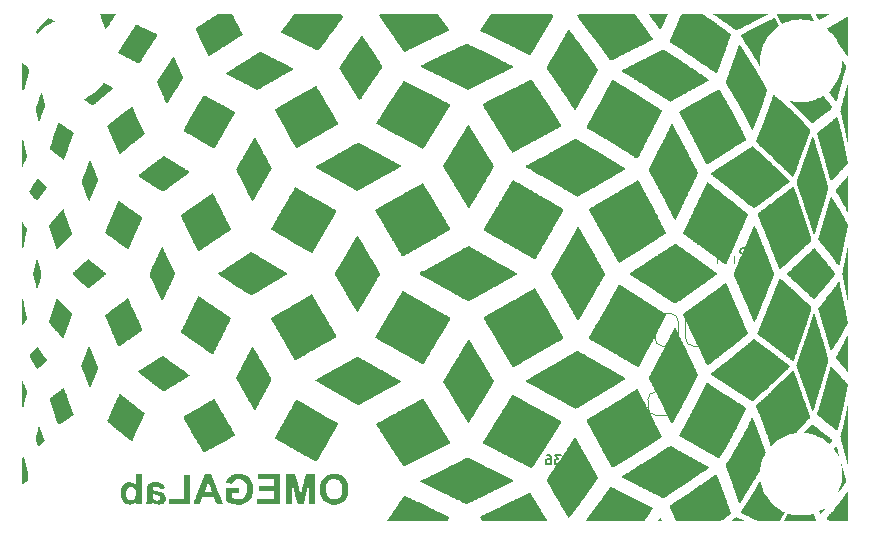
<source format=gbr>
%TF.GenerationSoftware,KiCad,Pcbnew,(6.0.0)*%
%TF.CreationDate,2022-03-21T15:30:00+00:00*%
%TF.ProjectId,uSMU_v10,75534d55-5f76-4313-902e-6b696361645f,rev?*%
%TF.SameCoordinates,Original*%
%TF.FileFunction,Legend,Bot*%
%TF.FilePolarity,Positive*%
%FSLAX46Y46*%
G04 Gerber Fmt 4.6, Leading zero omitted, Abs format (unit mm)*
G04 Created by KiCad (PCBNEW (6.0.0)) date 2022-03-21 15:30:00*
%MOMM*%
%LPD*%
G01*
G04 APERTURE LIST*
%ADD10C,0.150000*%
%ADD11C,0.200000*%
%ADD12C,0.120000*%
G04 APERTURE END LIST*
D10*
%TO.C,C36*%
X152914285Y-122085714D02*
X152952380Y-122123809D01*
X153066666Y-122161904D01*
X153142857Y-122161904D01*
X153257142Y-122123809D01*
X153333333Y-122047619D01*
X153371428Y-121971428D01*
X153409523Y-121819047D01*
X153409523Y-121704761D01*
X153371428Y-121552380D01*
X153333333Y-121476190D01*
X153257142Y-121400000D01*
X153142857Y-121361904D01*
X153066666Y-121361904D01*
X152952380Y-121400000D01*
X152914285Y-121438095D01*
X152647619Y-121361904D02*
X152152380Y-121361904D01*
X152419047Y-121666666D01*
X152304761Y-121666666D01*
X152228571Y-121704761D01*
X152190476Y-121742857D01*
X152152380Y-121819047D01*
X152152380Y-122009523D01*
X152190476Y-122085714D01*
X152228571Y-122123809D01*
X152304761Y-122161904D01*
X152533333Y-122161904D01*
X152609523Y-122123809D01*
X152647619Y-122085714D01*
X151466666Y-121361904D02*
X151619047Y-121361904D01*
X151695238Y-121400000D01*
X151733333Y-121438095D01*
X151809523Y-121552380D01*
X151847619Y-121704761D01*
X151847619Y-122009523D01*
X151809523Y-122085714D01*
X151771428Y-122123809D01*
X151695238Y-122161904D01*
X151542857Y-122161904D01*
X151466666Y-122123809D01*
X151428571Y-122085714D01*
X151390476Y-122009523D01*
X151390476Y-121819047D01*
X151428571Y-121742857D01*
X151466666Y-121704761D01*
X151542857Y-121666666D01*
X151695238Y-121666666D01*
X151771428Y-121704761D01*
X151809523Y-121742857D01*
X151847619Y-121819047D01*
D11*
%TO.C,G\u002A\u002A\u002A*%
X142704761Y-105800000D02*
X142780952Y-105761904D01*
X142895238Y-105761904D01*
X143009523Y-105800000D01*
X143085714Y-105876190D01*
X143123809Y-105952380D01*
X143161904Y-106104761D01*
X143161904Y-106219047D01*
X143123809Y-106371428D01*
X143085714Y-106447619D01*
X143009523Y-106523809D01*
X142895238Y-106561904D01*
X142819047Y-106561904D01*
X142704761Y-106523809D01*
X142666666Y-106485714D01*
X142666666Y-106219047D01*
X142819047Y-106219047D01*
X142209523Y-105761904D02*
X142209523Y-105952380D01*
X142400000Y-105876190D02*
X142209523Y-105952380D01*
X142019047Y-105876190D01*
X142323809Y-106104761D02*
X142209523Y-105952380D01*
X142095238Y-106104761D01*
X141600000Y-105761904D02*
X141600000Y-105952380D01*
X141790476Y-105876190D02*
X141600000Y-105952380D01*
X141409523Y-105876190D01*
X141714285Y-106104761D02*
X141600000Y-105952380D01*
X141485714Y-106104761D01*
X140990476Y-105761904D02*
X140990476Y-105952380D01*
X141180952Y-105876190D02*
X140990476Y-105952380D01*
X140800000Y-105876190D01*
X141104761Y-106104761D02*
X140990476Y-105952380D01*
X140876190Y-106104761D01*
D10*
%TO.C,C45*%
X168565714Y-104285714D02*
X168603809Y-104247619D01*
X168641904Y-104133333D01*
X168641904Y-104057142D01*
X168603809Y-103942857D01*
X168527619Y-103866666D01*
X168451428Y-103828571D01*
X168299047Y-103790476D01*
X168184761Y-103790476D01*
X168032380Y-103828571D01*
X167956190Y-103866666D01*
X167880000Y-103942857D01*
X167841904Y-104057142D01*
X167841904Y-104133333D01*
X167880000Y-104247619D01*
X167918095Y-104285714D01*
X168108571Y-104971428D02*
X168641904Y-104971428D01*
X167803809Y-104780952D02*
X168375238Y-104590476D01*
X168375238Y-105085714D01*
X167841904Y-105771428D02*
X167841904Y-105390476D01*
X168222857Y-105352380D01*
X168184761Y-105390476D01*
X168146666Y-105466666D01*
X168146666Y-105657142D01*
X168184761Y-105733333D01*
X168222857Y-105771428D01*
X168299047Y-105809523D01*
X168489523Y-105809523D01*
X168565714Y-105771428D01*
X168603809Y-105733333D01*
X168641904Y-105657142D01*
X168641904Y-105466666D01*
X168603809Y-105390476D01*
X168565714Y-105352380D01*
%TO.C,G\u002A\u002A\u002A*%
G36*
X171209912Y-106405334D02*
G01*
X171249516Y-106425135D01*
X171305052Y-106462135D01*
X171370606Y-106511943D01*
X171440262Y-106570173D01*
X171508107Y-106632433D01*
X171530886Y-106653313D01*
X171574799Y-106692514D01*
X171634948Y-106745690D01*
X171706630Y-106808682D01*
X171785141Y-106877333D01*
X171861301Y-106943909D01*
X171935178Y-107008773D01*
X171998377Y-107064550D01*
X172045937Y-107106863D01*
X172072900Y-107131333D01*
X172077468Y-107135609D01*
X172111283Y-107167023D01*
X172162534Y-107214422D01*
X172225092Y-107272145D01*
X172292833Y-107334533D01*
X172306560Y-107347169D01*
X172374972Y-107410271D01*
X172437861Y-107468478D01*
X172488753Y-107515789D01*
X172521171Y-107546200D01*
X172540249Y-107563988D01*
X172587363Y-107606915D01*
X172646432Y-107659965D01*
X172709020Y-107715533D01*
X172712412Y-107718529D01*
X172778773Y-107778027D01*
X172859171Y-107851354D01*
X172943773Y-107929487D01*
X173022743Y-108003400D01*
X173051091Y-108030147D01*
X173136218Y-108110365D01*
X173232396Y-108200884D01*
X173329822Y-108292480D01*
X173418695Y-108375933D01*
X173472189Y-108426086D01*
X173583923Y-108530893D01*
X173674127Y-108616494D01*
X173744829Y-108685907D01*
X173798053Y-108742149D01*
X173835828Y-108788238D01*
X173860178Y-108827194D01*
X173873130Y-108862034D01*
X173876711Y-108895775D01*
X173872946Y-108931438D01*
X173863862Y-108972038D01*
X173851484Y-109020596D01*
X173843845Y-109050443D01*
X173824307Y-109120861D01*
X173806194Y-109178851D01*
X173792630Y-109214133D01*
X173781298Y-109242500D01*
X173762665Y-109297648D01*
X173740262Y-109369615D01*
X173716772Y-109450051D01*
X173695220Y-109523108D01*
X173672280Y-109594404D01*
X173652628Y-109648994D01*
X173638985Y-109678871D01*
X173629024Y-109698569D01*
X173611428Y-109748203D01*
X173596196Y-109807020D01*
X173587941Y-109841372D01*
X173567876Y-109907224D01*
X173547004Y-109959200D01*
X173544911Y-109963516D01*
X173521952Y-110023911D01*
X173506331Y-110086200D01*
X173503004Y-110103352D01*
X173485689Y-110167409D01*
X173463219Y-110230133D01*
X173454140Y-110252976D01*
X173431409Y-110315255D01*
X173405006Y-110392232D01*
X173378974Y-110472281D01*
X173364241Y-110517952D01*
X173339663Y-110589984D01*
X173318011Y-110648694D01*
X173302715Y-110684533D01*
X173300151Y-110689728D01*
X173280979Y-110740925D01*
X173266589Y-110797985D01*
X173265383Y-110804256D01*
X173249151Y-110863868D01*
X173228283Y-110915933D01*
X173214901Y-110945951D01*
X173193201Y-111004377D01*
X173172889Y-111068333D01*
X173157549Y-111120709D01*
X173136300Y-111190256D01*
X173112161Y-111265574D01*
X173083388Y-111351872D01*
X173048238Y-111454358D01*
X173004966Y-111578243D01*
X172951830Y-111728733D01*
X172941600Y-111757708D01*
X172910159Y-111847997D01*
X172881885Y-111930921D01*
X172859541Y-111998311D01*
X172845888Y-112042000D01*
X172840573Y-112059591D01*
X172819520Y-112119899D01*
X172798692Y-112169000D01*
X172787671Y-112195227D01*
X172768760Y-112253252D01*
X172752571Y-112316878D01*
X172742122Y-112359519D01*
X172728047Y-112402836D01*
X172716574Y-112423305D01*
X172706420Y-112440855D01*
X172688608Y-112484490D01*
X172665968Y-112547312D01*
X172641061Y-112622560D01*
X172618533Y-112690808D01*
X172590874Y-112768654D01*
X172565952Y-112832864D01*
X172547272Y-112874039D01*
X172540970Y-112886183D01*
X172521649Y-112931875D01*
X172513867Y-112965055D01*
X172509734Y-112987469D01*
X172494822Y-113034025D01*
X172472782Y-113089749D01*
X172455846Y-113132200D01*
X172433974Y-113197331D01*
X172421037Y-113249444D01*
X172419755Y-113256306D01*
X172402312Y-113307972D01*
X172377456Y-113346811D01*
X172375455Y-113348792D01*
X172348258Y-113370086D01*
X172319595Y-113377831D01*
X172284752Y-113370177D01*
X172239014Y-113345272D01*
X172177665Y-113301265D01*
X172095993Y-113236306D01*
X172032362Y-113185394D01*
X171965656Y-113133442D01*
X171910526Y-113091866D01*
X171880381Y-113069397D01*
X171815465Y-113019343D01*
X171758182Y-112973333D01*
X171733927Y-112953608D01*
X171676190Y-112908716D01*
X171625603Y-112871733D01*
X171599816Y-112853115D01*
X171547318Y-112813519D01*
X171483196Y-112763915D01*
X171416002Y-112710866D01*
X171348799Y-112657298D01*
X171290047Y-112610770D01*
X171238410Y-112570415D01*
X171185336Y-112529612D01*
X171122272Y-112481736D01*
X171040667Y-112420164D01*
X171016002Y-112401530D01*
X170953754Y-112354121D01*
X170899526Y-112312328D01*
X170862867Y-112283489D01*
X170817889Y-112247450D01*
X170741006Y-112187486D01*
X170664481Y-112130389D01*
X170625202Y-112101562D01*
X170440284Y-111963391D01*
X170279561Y-111838800D01*
X170267667Y-111829406D01*
X170200375Y-111777118D01*
X170133749Y-111726525D01*
X170080639Y-111687408D01*
X170047806Y-111663207D01*
X169992039Y-111619580D01*
X169948467Y-111582558D01*
X169946946Y-111581174D01*
X169905965Y-111547682D01*
X169848878Y-111505358D01*
X169787550Y-111463016D01*
X169768972Y-111450592D01*
X169687076Y-111393503D01*
X169602214Y-111331178D01*
X169519514Y-111267709D01*
X169444106Y-111207191D01*
X169381121Y-111153716D01*
X169335688Y-111111380D01*
X169312936Y-111084275D01*
X169299665Y-111044946D01*
X169310119Y-111004833D01*
X169310658Y-111003757D01*
X169326479Y-110967835D01*
X169348816Y-110912183D01*
X169373014Y-110848378D01*
X169399371Y-110782098D01*
X169430616Y-110712385D01*
X169458168Y-110659096D01*
X169470511Y-110636560D01*
X169491454Y-110589181D01*
X169499734Y-110555607D01*
X169501717Y-110541701D01*
X169515900Y-110498901D01*
X169539246Y-110448555D01*
X169550487Y-110426290D01*
X169575310Y-110369490D01*
X169590755Y-110323266D01*
X169593542Y-110312701D01*
X169611749Y-110260054D01*
X169635653Y-110204733D01*
X169637300Y-110201315D01*
X169660730Y-110149456D01*
X169689809Y-110081069D01*
X169718635Y-110010000D01*
X169729433Y-109982630D01*
X169773746Y-109870684D01*
X169807854Y-109785378D01*
X169833438Y-109722634D01*
X169852183Y-109678374D01*
X169865769Y-109648522D01*
X169875882Y-109629000D01*
X169890477Y-109598450D01*
X169912341Y-109546206D01*
X169935972Y-109485067D01*
X169956798Y-109428908D01*
X169984853Y-109353204D01*
X170008132Y-109290333D01*
X170011739Y-109280732D01*
X170032763Y-109227020D01*
X170062627Y-109152837D01*
X170097884Y-109066685D01*
X170135089Y-108977067D01*
X170145907Y-108951104D01*
X170181709Y-108863786D01*
X170213673Y-108783818D01*
X170238659Y-108719138D01*
X170253528Y-108677684D01*
X170258289Y-108663594D01*
X170279999Y-108609224D01*
X170301239Y-108567618D01*
X170301552Y-108567121D01*
X170322496Y-108522056D01*
X170338113Y-108469067D01*
X170338979Y-108464993D01*
X170356868Y-108407181D01*
X170381841Y-108350533D01*
X170386358Y-108341728D01*
X170409162Y-108291389D01*
X170436714Y-108224182D01*
X170464028Y-108152145D01*
X170470222Y-108135248D01*
X170498720Y-108061321D01*
X170526722Y-107993757D01*
X170548961Y-107945386D01*
X170557922Y-107927078D01*
X170576235Y-107883536D01*
X170583571Y-107855908D01*
X170583608Y-107854792D01*
X170592008Y-107824390D01*
X170610650Y-107783267D01*
X170616039Y-107772815D01*
X170628582Y-107745938D01*
X170643483Y-107709961D01*
X170662468Y-107660300D01*
X170687264Y-107592366D01*
X170719598Y-107501573D01*
X170761196Y-107383334D01*
X170786542Y-107315922D01*
X170820219Y-107235003D01*
X170851559Y-107167434D01*
X170871726Y-107124249D01*
X170900195Y-107052969D01*
X170919604Y-106991647D01*
X170925329Y-106970884D01*
X170947945Y-106907824D01*
X170973111Y-106856181D01*
X170976996Y-106849584D01*
X170998150Y-106803940D01*
X171006892Y-106767267D01*
X171010095Y-106748096D01*
X171025301Y-106702245D01*
X171048759Y-106648733D01*
X171064995Y-106613815D01*
X171083537Y-106567338D01*
X171091001Y-106538667D01*
X171101026Y-106498623D01*
X171128383Y-106453120D01*
X171164110Y-106417557D01*
X171199211Y-106403200D01*
X171209912Y-106405334D01*
G37*
G36*
X151907682Y-84048009D02*
G01*
X151957190Y-84073913D01*
X151999367Y-84098879D01*
X152021758Y-84119375D01*
X152030350Y-84141356D01*
X152031132Y-84170775D01*
X152026092Y-84200948D01*
X152002552Y-84263798D01*
X151963399Y-84336608D01*
X151926195Y-84397937D01*
X151891641Y-84455830D01*
X151867389Y-84497475D01*
X151855712Y-84517546D01*
X151822946Y-84571317D01*
X151787612Y-84626933D01*
X151762042Y-84668106D01*
X151722100Y-84736993D01*
X151685370Y-84804733D01*
X151657008Y-84856284D01*
X151625245Y-84907670D01*
X151600855Y-84940431D01*
X151598509Y-84943018D01*
X151569279Y-84984075D01*
X151542844Y-85033564D01*
X151526041Y-85067717D01*
X151493874Y-85125942D01*
X151457876Y-85185733D01*
X151430885Y-85229000D01*
X151389392Y-85297116D01*
X151355143Y-85355067D01*
X151346994Y-85369110D01*
X151313270Y-85426168D01*
X151271350Y-85496048D01*
X151228430Y-85566733D01*
X151221958Y-85577339D01*
X151170724Y-85662394D01*
X151115667Y-85755266D01*
X151067641Y-85837666D01*
X151060960Y-85849239D01*
X151012681Y-85931377D01*
X150960701Y-86017824D01*
X150915175Y-86091667D01*
X150911198Y-86098001D01*
X150868771Y-86166465D01*
X150827845Y-86233843D01*
X150796772Y-86286400D01*
X150774778Y-86323988D01*
X150734604Y-86391058D01*
X150694988Y-86455733D01*
X150667125Y-86501405D01*
X150636154Y-86554200D01*
X150615870Y-86591200D01*
X150603138Y-86614114D01*
X150574263Y-86662419D01*
X150535524Y-86725120D01*
X150491698Y-86794400D01*
X150447229Y-86863944D01*
X150397051Y-86942757D01*
X150360331Y-87001122D01*
X150334191Y-87043764D01*
X150315750Y-87075407D01*
X150302128Y-87100777D01*
X150290446Y-87124600D01*
X150287873Y-87129820D01*
X150264060Y-87172160D01*
X150228795Y-87229514D01*
X150188716Y-87291025D01*
X150177398Y-87308052D01*
X150143582Y-87361263D01*
X150119954Y-87402089D01*
X150111067Y-87422804D01*
X150102281Y-87436626D01*
X150072967Y-87454272D01*
X150045250Y-87463751D01*
X150012006Y-87470660D01*
X150002727Y-87468714D01*
X149966796Y-87455300D01*
X149913330Y-87432353D01*
X149850509Y-87403652D01*
X149786515Y-87372977D01*
X149729530Y-87344109D01*
X149687734Y-87320827D01*
X149671721Y-87311938D01*
X149627541Y-87289176D01*
X149563248Y-87257018D01*
X149483891Y-87217900D01*
X149394520Y-87174259D01*
X149300184Y-87128532D01*
X149205932Y-87083155D01*
X149116813Y-87040565D01*
X149037876Y-87003197D01*
X148974170Y-86973490D01*
X148930744Y-86953878D01*
X148912649Y-86946800D01*
X148895512Y-86939007D01*
X148867845Y-86914456D01*
X148839237Y-86891626D01*
X148793254Y-86871136D01*
X148786967Y-86869094D01*
X148751518Y-86854263D01*
X148694046Y-86828177D01*
X148620569Y-86793745D01*
X148537107Y-86753878D01*
X148449678Y-86711487D01*
X148364301Y-86669483D01*
X148286994Y-86630776D01*
X148223776Y-86598276D01*
X148180667Y-86574895D01*
X148174021Y-86571326D01*
X148138440Y-86553798D01*
X148084091Y-86528070D01*
X148019801Y-86498342D01*
X147996707Y-86487741D01*
X147932926Y-86458050D01*
X147881015Y-86433308D01*
X147850467Y-86418020D01*
X147827102Y-86405629D01*
X147791201Y-86387518D01*
X147773467Y-86378976D01*
X147728931Y-86357449D01*
X147664011Y-86326036D01*
X147584169Y-86287380D01*
X147494867Y-86244123D01*
X147429307Y-86212436D01*
X147332182Y-86165750D01*
X147242013Y-86122689D01*
X147166632Y-86086988D01*
X147113867Y-86062382D01*
X147053958Y-86034529D01*
X147002141Y-86009764D01*
X146969934Y-85993587D01*
X146935640Y-85975836D01*
X146877845Y-85947019D01*
X146810012Y-85913861D01*
X146743021Y-85881675D01*
X146687751Y-85855774D01*
X146683080Y-85853619D01*
X146638201Y-85831761D01*
X146605867Y-85814195D01*
X146605549Y-85814000D01*
X146577395Y-85799054D01*
X146528911Y-85775327D01*
X146470401Y-85747864D01*
X146451856Y-85739331D01*
X146364957Y-85699320D01*
X146299616Y-85669066D01*
X146248035Y-85644822D01*
X146202420Y-85622841D01*
X146154977Y-85599375D01*
X146097909Y-85570677D01*
X146023421Y-85533000D01*
X145966671Y-85503222D01*
X145905247Y-85468263D01*
X145860288Y-85439459D01*
X145838821Y-85421071D01*
X145838103Y-85419801D01*
X145839327Y-85387126D01*
X145863777Y-85331056D01*
X145911038Y-85252375D01*
X145980699Y-85151867D01*
X145998598Y-85126064D01*
X146031842Y-85075692D01*
X146067353Y-85019893D01*
X146085043Y-84991862D01*
X146126620Y-84927165D01*
X146175644Y-84851903D01*
X146224867Y-84777238D01*
X146258398Y-84726699D01*
X146319365Y-84634481D01*
X146366159Y-84563076D01*
X146402021Y-84507484D01*
X146430191Y-84462703D01*
X146453909Y-84423733D01*
X146461343Y-84411693D01*
X146493077Y-84363419D01*
X146535306Y-84301895D01*
X146580973Y-84237466D01*
X146596869Y-84215211D01*
X146642105Y-84149704D01*
X146681271Y-84090071D01*
X146707302Y-84046966D01*
X146742022Y-83983467D01*
X151782363Y-83983467D01*
X151907682Y-84048009D01*
G37*
G36*
X171908497Y-126320905D02*
G01*
X171956105Y-126331920D01*
X172022460Y-126348177D01*
X172100598Y-126368012D01*
X172216518Y-126397024D01*
X172343959Y-126425632D01*
X172459731Y-126446566D01*
X172572929Y-126460928D01*
X172692644Y-126469822D01*
X172827970Y-126474350D01*
X172988001Y-126475614D01*
X173072765Y-126475291D01*
X173223719Y-126472258D01*
X173354754Y-126465155D01*
X173475143Y-126452914D01*
X173594161Y-126434470D01*
X173721082Y-126408754D01*
X173865182Y-126374700D01*
X173920956Y-126361420D01*
X173986483Y-126347358D01*
X174034599Y-126338889D01*
X174057626Y-126337497D01*
X174072040Y-126352464D01*
X174093942Y-126395053D01*
X174118499Y-126458077D01*
X174143087Y-126534687D01*
X174165083Y-126618037D01*
X174178500Y-126669164D01*
X174198180Y-126731001D01*
X174216134Y-126774902D01*
X174221591Y-126786423D01*
X174241359Y-126841345D01*
X174256369Y-126901232D01*
X174270561Y-126977200D01*
X172892681Y-126977200D01*
X172862197Y-126977198D01*
X172578369Y-126976950D01*
X172328299Y-126976288D01*
X172111887Y-126975212D01*
X171929038Y-126973720D01*
X171779652Y-126971811D01*
X171663633Y-126969483D01*
X171580883Y-126966736D01*
X171531305Y-126963568D01*
X171514800Y-126959978D01*
X171516468Y-126953590D01*
X171531108Y-126921741D01*
X171557591Y-126871940D01*
X171591949Y-126811812D01*
X171608069Y-126784443D01*
X171647838Y-126716767D01*
X171677010Y-126666666D01*
X171700591Y-126625414D01*
X171723588Y-126584283D01*
X171751008Y-126534548D01*
X171763721Y-126511430D01*
X171800099Y-126445372D01*
X171832645Y-126386381D01*
X171845386Y-126364716D01*
X171869915Y-126330352D01*
X171886534Y-126316800D01*
X171886605Y-126316800D01*
X171908497Y-126320905D01*
G37*
G36*
X167824836Y-86587753D02*
G01*
X167844422Y-86620833D01*
X167861051Y-86652213D01*
X167892180Y-86704858D01*
X167933169Y-86771028D01*
X167979526Y-86843325D01*
X167983053Y-86848738D01*
X168026373Y-86915919D01*
X168061720Y-86972006D01*
X168085537Y-87011273D01*
X168094267Y-87027993D01*
X168094980Y-87030574D01*
X168108631Y-87053563D01*
X168134164Y-87089135D01*
X168138547Y-87095021D01*
X168167737Y-87140615D01*
X168186134Y-87179725D01*
X168186495Y-87180836D01*
X168206341Y-87221150D01*
X168236347Y-87264391D01*
X168244865Y-87275269D01*
X168279229Y-87323841D01*
X168323905Y-87391548D01*
X168373962Y-87470796D01*
X168424467Y-87553993D01*
X168426637Y-87557575D01*
X168449728Y-87592835D01*
X168479500Y-87635565D01*
X168485794Y-87644567D01*
X168508443Y-87681937D01*
X168517600Y-87705881D01*
X168517920Y-87708466D01*
X168530893Y-87734939D01*
X168556972Y-87771001D01*
X168578378Y-87799514D01*
X168614638Y-87853449D01*
X168650637Y-87912000D01*
X168651980Y-87914301D01*
X168689552Y-87977300D01*
X168735389Y-88052336D01*
X168779879Y-88123666D01*
X168790960Y-88141383D01*
X168823658Y-88196180D01*
X168846659Y-88238634D01*
X168855548Y-88260742D01*
X168864517Y-88280678D01*
X168890134Y-88309933D01*
X168912617Y-88334375D01*
X168924001Y-88356722D01*
X168925882Y-88362916D01*
X168941995Y-88393546D01*
X168971033Y-88441490D01*
X169008667Y-88499450D01*
X169025996Y-88525822D01*
X169060489Y-88581544D01*
X169084394Y-88624809D01*
X169093334Y-88647945D01*
X169096886Y-88662207D01*
X169117894Y-88690236D01*
X169135732Y-88710879D01*
X169165123Y-88753475D01*
X169197499Y-88806610D01*
X169224522Y-88853750D01*
X169256219Y-88909071D01*
X169278771Y-88948470D01*
X169307161Y-88998074D01*
X169359848Y-89089725D01*
X169399112Y-89157182D01*
X169427173Y-89204117D01*
X169446252Y-89234201D01*
X169458570Y-89251104D01*
X169466348Y-89258497D01*
X169472546Y-89264573D01*
X169492931Y-89294877D01*
X169517028Y-89339335D01*
X169517947Y-89341194D01*
X169534862Y-89375026D01*
X169551630Y-89407266D01*
X169571152Y-89443037D01*
X169596328Y-89487460D01*
X169630060Y-89545659D01*
X169675246Y-89622753D01*
X169734789Y-89723867D01*
X169749694Y-89749095D01*
X169796425Y-89827497D01*
X169838399Y-89896930D01*
X169871506Y-89950635D01*
X169891639Y-89981855D01*
X169918652Y-90024364D01*
X169941506Y-90066522D01*
X169952207Y-90087880D01*
X169978038Y-90135568D01*
X170008788Y-90189533D01*
X170054631Y-90269136D01*
X170086521Y-90329586D01*
X170104902Y-90375039D01*
X170111906Y-90412538D01*
X170109667Y-90449126D01*
X170100315Y-90491844D01*
X170093565Y-90517521D01*
X170072671Y-90590406D01*
X170052068Y-90655200D01*
X170027983Y-90726467D01*
X169989683Y-90844532D01*
X169956981Y-90951307D01*
X169933059Y-91036595D01*
X169925438Y-91063818D01*
X169905136Y-91124869D01*
X169885426Y-91172062D01*
X169875074Y-91195744D01*
X169855413Y-91252916D01*
X169838435Y-91315600D01*
X169829040Y-91353350D01*
X169813334Y-91406790D01*
X169800106Y-91441345D01*
X169799916Y-91441715D01*
X169786096Y-91474054D01*
X169764157Y-91531381D01*
X169736572Y-91606685D01*
X169705812Y-91692953D01*
X169674351Y-91783175D01*
X169644660Y-91870338D01*
X169619213Y-91947432D01*
X169600482Y-92007445D01*
X169583133Y-92061493D01*
X169564972Y-92109471D01*
X169551585Y-92135600D01*
X169543499Y-92150628D01*
X169528822Y-92193024D01*
X169514873Y-92247924D01*
X169506131Y-92283631D01*
X169488549Y-92338788D01*
X169471567Y-92375779D01*
X169462456Y-92392977D01*
X169442047Y-92440243D01*
X169416841Y-92505210D01*
X169390328Y-92579143D01*
X169374381Y-92624287D01*
X169345383Y-92701616D01*
X169318399Y-92768292D01*
X169297685Y-92813547D01*
X169289471Y-92830253D01*
X169270320Y-92879105D01*
X169262667Y-92915398D01*
X169262357Y-92920857D01*
X169251927Y-92961736D01*
X169231291Y-93009184D01*
X169228821Y-93013906D01*
X169201415Y-93073557D01*
X169178236Y-93134554D01*
X169175972Y-93141296D01*
X169152431Y-93200600D01*
X169126586Y-93253088D01*
X169102379Y-93305982D01*
X169084500Y-93364533D01*
X169082849Y-93371558D01*
X169066662Y-93419725D01*
X169040283Y-93483416D01*
X169008535Y-93550800D01*
X169001031Y-93565912D01*
X168970347Y-93631602D01*
X168946096Y-93689488D01*
X168932982Y-93728505D01*
X168920172Y-93769054D01*
X168903844Y-93800217D01*
X168896412Y-93806998D01*
X168874939Y-93806997D01*
X168840330Y-93783379D01*
X168824274Y-93768447D01*
X168807184Y-93747637D01*
X168787651Y-93717749D01*
X168763744Y-93675157D01*
X168733533Y-93616238D01*
X168695088Y-93537367D01*
X168646479Y-93434918D01*
X168585777Y-93305267D01*
X168551272Y-93231834D01*
X168520213Y-93166741D01*
X168496595Y-93118318D01*
X168483805Y-93093600D01*
X168480551Y-93087816D01*
X168462685Y-93054299D01*
X168433840Y-92999081D01*
X168397208Y-92928293D01*
X168355982Y-92848067D01*
X168340087Y-92817193D01*
X168299433Y-92739697D01*
X168263905Y-92673984D01*
X168236869Y-92626211D01*
X168221693Y-92602533D01*
X168218960Y-92599033D01*
X168198956Y-92562782D01*
X168180208Y-92514988D01*
X168177322Y-92506479D01*
X168157210Y-92461715D01*
X168136600Y-92433200D01*
X168133248Y-92430006D01*
X168112075Y-92397340D01*
X168092993Y-92351412D01*
X168090445Y-92343784D01*
X168070770Y-92296596D01*
X168051068Y-92263866D01*
X168033464Y-92238730D01*
X168005421Y-92192615D01*
X167974053Y-92136866D01*
X167946384Y-92085850D01*
X167880924Y-91965925D01*
X167821721Y-91858956D01*
X167764021Y-91756555D01*
X167703071Y-91650333D01*
X167634115Y-91531902D01*
X167552400Y-91392872D01*
X167543163Y-91377189D01*
X167501754Y-91306599D01*
X167462868Y-91239918D01*
X167433867Y-91189762D01*
X167395476Y-91122855D01*
X167350335Y-91044538D01*
X167314193Y-90982511D01*
X167282451Y-90928964D01*
X167250506Y-90876086D01*
X167213760Y-90816066D01*
X167197938Y-90790302D01*
X167156543Y-90722732D01*
X167120013Y-90662891D01*
X167094795Y-90621333D01*
X167081538Y-90599337D01*
X167033533Y-90519830D01*
X166994200Y-90455035D01*
X166956467Y-90393328D01*
X166913259Y-90323091D01*
X166869201Y-90251791D01*
X166822382Y-90176324D01*
X166783128Y-90113333D01*
X166750801Y-90061060D01*
X166688444Y-89955755D01*
X166642409Y-89870916D01*
X166613904Y-89808847D01*
X166604134Y-89771849D01*
X166604220Y-89769083D01*
X166614271Y-89729080D01*
X166635940Y-89683532D01*
X166638857Y-89678495D01*
X166663215Y-89622717D01*
X166679695Y-89563000D01*
X166680990Y-89556230D01*
X166698510Y-89496442D01*
X166722262Y-89444467D01*
X166746714Y-89393848D01*
X166764606Y-89338238D01*
X166773696Y-89306203D01*
X166793454Y-89248024D01*
X166820289Y-89174924D01*
X166851099Y-89095601D01*
X166879529Y-89023004D01*
X166903600Y-88958725D01*
X166919882Y-88911979D01*
X166925867Y-88889676D01*
X166927032Y-88882224D01*
X166938476Y-88848010D01*
X166958187Y-88802113D01*
X166971342Y-88771595D01*
X166996203Y-88704666D01*
X167017676Y-88636762D01*
X167030965Y-88593953D01*
X167047507Y-88551181D01*
X167059855Y-88530981D01*
X167067253Y-88520515D01*
X167081485Y-88484127D01*
X167095771Y-88432752D01*
X167103967Y-88400838D01*
X167122338Y-88341614D01*
X167139753Y-88298176D01*
X167142219Y-88293008D01*
X167157747Y-88254658D01*
X167178624Y-88197482D01*
X167202030Y-88129923D01*
X167225144Y-88060424D01*
X167245147Y-87997425D01*
X167259217Y-87949370D01*
X167264534Y-87924701D01*
X167264579Y-87923892D01*
X167274590Y-87900226D01*
X167296818Y-87864747D01*
X167300089Y-87859848D01*
X167324422Y-87808917D01*
X167340565Y-87751921D01*
X167341259Y-87748046D01*
X167358239Y-87684623D01*
X167381982Y-87624921D01*
X167390785Y-87605666D01*
X167413743Y-87544221D01*
X167432471Y-87480200D01*
X167440117Y-87451533D01*
X167457901Y-87397923D01*
X167474523Y-87361666D01*
X167482426Y-87346500D01*
X167500327Y-87299494D01*
X167516545Y-87243133D01*
X167523037Y-87219205D01*
X167543693Y-87154526D01*
X167571294Y-87076671D01*
X167601695Y-86997600D01*
X167618487Y-86954703D01*
X167645497Y-86880798D01*
X167666334Y-86817551D01*
X167677495Y-86775232D01*
X167678537Y-86770165D01*
X167694894Y-86724411D01*
X167721885Y-86672655D01*
X167753531Y-86624187D01*
X167783853Y-86588295D01*
X167806870Y-86574267D01*
X167824836Y-86587753D01*
G37*
G36*
X121239734Y-125520933D02*
G01*
X119461734Y-125520933D01*
X119461734Y-125097600D01*
X120714801Y-125097600D01*
X120714801Y-123014800D01*
X121239734Y-123014800D01*
X121239734Y-125520933D01*
G37*
G36*
X162347751Y-110590790D02*
G01*
X162391698Y-110642312D01*
X162442944Y-110725387D01*
X162501150Y-110839733D01*
X162531641Y-110903888D01*
X162584726Y-111015076D01*
X162639373Y-111129054D01*
X162687624Y-111229200D01*
X162696904Y-111248393D01*
X162785303Y-111431509D01*
X162864669Y-111596414D01*
X162933832Y-111740664D01*
X162991624Y-111861818D01*
X163036875Y-111957433D01*
X163068418Y-112025066D01*
X163069033Y-112026404D01*
X163096459Y-112084805D01*
X163120039Y-112132950D01*
X163134729Y-112160533D01*
X163136802Y-112164004D01*
X163155399Y-112199312D01*
X163177228Y-112245200D01*
X163187204Y-112267007D01*
X163212505Y-112321600D01*
X163244906Y-112390987D01*
X163279824Y-112465333D01*
X163297430Y-112502735D01*
X163337701Y-112588467D01*
X163376306Y-112670858D01*
X163406850Y-112736266D01*
X163435161Y-112796341D01*
X163460136Y-112848055D01*
X163476361Y-112880200D01*
X163482935Y-112892448D01*
X163490805Y-112907488D01*
X163500787Y-112927228D01*
X163514989Y-112955964D01*
X163535518Y-112997994D01*
X163564481Y-113057615D01*
X163603986Y-113139124D01*
X163656140Y-113246818D01*
X163682986Y-113302818D01*
X163720082Y-113382273D01*
X163749737Y-113448356D01*
X163769430Y-113495403D01*
X163776644Y-113517751D01*
X163786567Y-113546187D01*
X163810134Y-113582933D01*
X163810580Y-113583504D01*
X163833779Y-113617676D01*
X163843624Y-113640885D01*
X163845538Y-113648632D01*
X163855260Y-113673238D01*
X163874237Y-113715901D01*
X163903619Y-113779080D01*
X163944554Y-113865238D01*
X163998192Y-113976835D01*
X164065684Y-114116333D01*
X164089938Y-114168217D01*
X164108028Y-114210669D01*
X164114940Y-114232196D01*
X164114960Y-114232708D01*
X164125270Y-114255566D01*
X164148800Y-114289513D01*
X164148938Y-114289687D01*
X164172764Y-114327548D01*
X164182667Y-114358225D01*
X164186638Y-114376640D01*
X164202777Y-114419384D01*
X164227098Y-114471630D01*
X164271528Y-114559377D01*
X164167083Y-114769655D01*
X164156401Y-114791133D01*
X164118001Y-114867913D01*
X164084892Y-114933456D01*
X164060311Y-114981389D01*
X164047493Y-115005333D01*
X164044710Y-115010203D01*
X164026887Y-115043654D01*
X163999991Y-115095834D01*
X163968684Y-115157733D01*
X163932847Y-115229086D01*
X163879025Y-115335494D01*
X163838560Y-115414295D01*
X163810507Y-115467320D01*
X163793922Y-115496400D01*
X163786986Y-115508666D01*
X163766110Y-115548776D01*
X163737052Y-115606615D01*
X163703856Y-115674200D01*
X163693362Y-115695683D01*
X163647629Y-115787579D01*
X163598474Y-115884264D01*
X163554867Y-115968045D01*
X163538803Y-115998450D01*
X163504262Y-116064366D01*
X163475735Y-116119505D01*
X163458181Y-116154312D01*
X163439218Y-116192111D01*
X163413140Y-116241466D01*
X163409216Y-116248724D01*
X163388758Y-116287570D01*
X163357579Y-116347538D01*
X163319166Y-116421901D01*
X163277008Y-116503933D01*
X163261243Y-116534493D01*
X163220210Y-116612247D01*
X163184032Y-116678355D01*
X163156152Y-116726608D01*
X163140016Y-116750800D01*
X163126113Y-116769024D01*
X163115763Y-116793133D01*
X163115692Y-116794320D01*
X163107024Y-116820596D01*
X163088318Y-116859533D01*
X163085219Y-116865314D01*
X163064057Y-116905154D01*
X163031897Y-116966010D01*
X162992537Y-117040690D01*
X162949773Y-117122000D01*
X162922050Y-117174706D01*
X162876501Y-117260867D01*
X162835198Y-117338173D01*
X162792961Y-117416235D01*
X162744605Y-117504663D01*
X162684950Y-117613067D01*
X162672511Y-117635931D01*
X162641019Y-117695866D01*
X162615898Y-117746244D01*
X162615657Y-117746751D01*
X162596535Y-117784033D01*
X162564968Y-117842584D01*
X162525285Y-117914475D01*
X162481816Y-117991778D01*
X162481121Y-117993002D01*
X162437531Y-118070571D01*
X162397662Y-118142884D01*
X162365899Y-118201906D01*
X162346625Y-118239600D01*
X162327485Y-118277891D01*
X162295828Y-118337980D01*
X162261618Y-118400467D01*
X162232571Y-118453400D01*
X162200162Y-118514668D01*
X162176906Y-118561102D01*
X162175075Y-118564907D01*
X162145314Y-118616091D01*
X162113041Y-118658469D01*
X162112761Y-118658766D01*
X162083642Y-118685638D01*
X162063954Y-118696800D01*
X162049255Y-118684249D01*
X162023154Y-118651509D01*
X161991988Y-118607661D01*
X161961951Y-118561788D01*
X161939235Y-118522977D01*
X161930032Y-118500314D01*
X161922759Y-118481745D01*
X161902273Y-118437936D01*
X161871023Y-118373992D01*
X161831458Y-118294921D01*
X161786026Y-118205733D01*
X161743606Y-118122812D01*
X161699090Y-118035062D01*
X161660959Y-117959128D01*
X161632269Y-117901100D01*
X161616075Y-117867067D01*
X161608820Y-117851366D01*
X161586567Y-117804742D01*
X161553685Y-117736771D01*
X161512491Y-117652163D01*
X161465298Y-117555626D01*
X161414423Y-117451866D01*
X161362182Y-117345592D01*
X161310888Y-117241513D01*
X161262859Y-117144335D01*
X161220410Y-117058766D01*
X161185855Y-116989516D01*
X161161511Y-116941291D01*
X161149693Y-116918800D01*
X161144469Y-116909291D01*
X161125075Y-116871356D01*
X161097310Y-116815304D01*
X161065325Y-116749466D01*
X161049259Y-116716576D01*
X161017540Y-116654372D01*
X160991164Y-116606097D01*
X160974618Y-116580133D01*
X160973134Y-116578294D01*
X160952834Y-116543230D01*
X160933653Y-116496566D01*
X160932397Y-116492909D01*
X160912026Y-116445968D01*
X160890498Y-116411899D01*
X160885012Y-116404586D01*
X160865184Y-116365017D01*
X160847916Y-116314148D01*
X160842629Y-116295963D01*
X160826599Y-116254157D01*
X160812290Y-116232602D01*
X160806263Y-116225270D01*
X160786014Y-116191777D01*
X160755666Y-116136465D01*
X160718166Y-116064768D01*
X160676461Y-115982120D01*
X160652385Y-115933685D01*
X160612746Y-115854347D01*
X160579246Y-115787805D01*
X160554840Y-115739916D01*
X160542481Y-115716533D01*
X160542019Y-115715724D01*
X160528979Y-115690819D01*
X160503725Y-115641136D01*
X160468845Y-115571812D01*
X160426924Y-115487987D01*
X160380548Y-115394800D01*
X160378009Y-115389684D01*
X160331129Y-115295366D01*
X160288284Y-115209338D01*
X160252225Y-115137115D01*
X160225704Y-115084209D01*
X160211474Y-115056133D01*
X160210755Y-115054746D01*
X160166701Y-114965899D01*
X160132263Y-114888828D01*
X160109877Y-114829386D01*
X160101983Y-114793423D01*
X160108310Y-114760700D01*
X160126930Y-114717466D01*
X160127532Y-114716432D01*
X160152626Y-114670178D01*
X160178331Y-114618609D01*
X160188856Y-114597444D01*
X160216424Y-114545042D01*
X160252597Y-114478412D01*
X160292318Y-114406942D01*
X160314014Y-114368136D01*
X160357602Y-114288942D01*
X160397451Y-114215110D01*
X160427037Y-114158666D01*
X160449348Y-114115456D01*
X160474425Y-114068368D01*
X160490422Y-114040133D01*
X160506626Y-114011831D01*
X160528420Y-113969795D01*
X160536688Y-113953505D01*
X160561386Y-113906566D01*
X160594887Y-113844082D01*
X160632381Y-113775061D01*
X160673220Y-113699890D01*
X160723725Y-113605940D01*
X160775553Y-113508682D01*
X160825210Y-113414730D01*
X160869200Y-113330699D01*
X160904031Y-113263207D01*
X160926206Y-113218866D01*
X160949506Y-113173120D01*
X160975904Y-113125733D01*
X160978127Y-113121942D01*
X160999513Y-113082626D01*
X161029013Y-113025478D01*
X161060942Y-112961480D01*
X161067537Y-112948191D01*
X161098636Y-112889591D01*
X161126093Y-112843771D01*
X161144612Y-112819707D01*
X161156875Y-112807084D01*
X161168534Y-112782675D01*
X161175228Y-112762074D01*
X161195561Y-112716106D01*
X161226974Y-112650553D01*
X161266877Y-112570690D01*
X161312680Y-112481792D01*
X161361792Y-112389133D01*
X161369610Y-112374509D01*
X161402968Y-112311149D01*
X161449404Y-112221985D01*
X161507215Y-112110323D01*
X161574702Y-111979468D01*
X161650163Y-111832727D01*
X161731898Y-111673403D01*
X161818207Y-111504804D01*
X161907389Y-111330234D01*
X161997742Y-111153000D01*
X162052561Y-111045965D01*
X162104395Y-110945952D01*
X162149961Y-110859232D01*
X162187013Y-110790043D01*
X162213308Y-110742620D01*
X162226599Y-110721200D01*
X162226903Y-110720843D01*
X162245729Y-110686386D01*
X162260446Y-110639622D01*
X162263085Y-110628354D01*
X162283106Y-110583530D01*
X162311441Y-110571102D01*
X162347751Y-110590790D01*
G37*
G36*
X119057159Y-96050026D02*
G01*
X119101447Y-96065888D01*
X119109998Y-96069599D01*
X119160515Y-96096091D01*
X119199036Y-96122974D01*
X119205126Y-96128000D01*
X119242379Y-96153814D01*
X119297225Y-96187905D01*
X119360134Y-96224282D01*
X119382062Y-96236650D01*
X119462478Y-96283618D01*
X119550636Y-96336930D01*
X119631067Y-96387280D01*
X119669879Y-96411874D01*
X119732744Y-96450541D01*
X119784070Y-96480689D01*
X119815455Y-96497307D01*
X119818966Y-96498918D01*
X119861123Y-96523810D01*
X119905655Y-96556943D01*
X119913888Y-96563664D01*
X119950000Y-96588678D01*
X119974356Y-96598800D01*
X119980494Y-96599928D01*
X120011915Y-96614016D01*
X120053490Y-96639059D01*
X120071105Y-96650693D01*
X120136220Y-96692436D01*
X120220152Y-96745044D01*
X120315320Y-96803873D01*
X120414141Y-96864280D01*
X120509036Y-96921622D01*
X120592421Y-96971253D01*
X120656716Y-97008532D01*
X120702620Y-97035057D01*
X120790662Y-97088320D01*
X120874495Y-97141683D01*
X120941297Y-97187099D01*
X120942289Y-97187809D01*
X120996237Y-97222184D01*
X121051731Y-97251870D01*
X121063964Y-97257811D01*
X121121696Y-97291819D01*
X121172639Y-97330370D01*
X121208953Y-97366911D01*
X121222800Y-97394890D01*
X121222676Y-97396479D01*
X121206101Y-97422686D01*
X121163638Y-97463754D01*
X121098159Y-97517320D01*
X121012539Y-97581019D01*
X120909652Y-97652487D01*
X120900263Y-97658833D01*
X120833947Y-97704293D01*
X120770771Y-97748531D01*
X120723267Y-97782786D01*
X120717402Y-97787118D01*
X120666784Y-97823601D01*
X120602503Y-97868912D01*
X120537001Y-97914269D01*
X120534901Y-97915708D01*
X120461680Y-97966987D01*
X120383475Y-98023372D01*
X120316867Y-98072915D01*
X120257589Y-98117278D01*
X120179026Y-98174558D01*
X120107280Y-98225478D01*
X120070674Y-98251003D01*
X119987145Y-98309954D01*
X119912282Y-98364151D01*
X119831915Y-98423796D01*
X119795465Y-98450892D01*
X119738549Y-98492950D01*
X119669832Y-98543569D01*
X119597201Y-98596933D01*
X119526781Y-98648641D01*
X119457835Y-98699342D01*
X119400443Y-98741623D01*
X119362486Y-98769685D01*
X119292945Y-98820629D01*
X119208272Y-98881121D01*
X119127836Y-98937122D01*
X119059246Y-98983343D01*
X119010113Y-99014498D01*
X118992692Y-99024659D01*
X118957712Y-99040499D01*
X118928278Y-99039643D01*
X118887588Y-99023300D01*
X118882000Y-99020675D01*
X118834576Y-98995644D01*
X118772680Y-98959970D01*
X118708201Y-98920469D01*
X118701963Y-98916520D01*
X118633473Y-98873279D01*
X118566055Y-98830897D01*
X118513467Y-98798024D01*
X118488573Y-98782382D01*
X118431999Y-98745900D01*
X118386467Y-98715407D01*
X118361880Y-98698794D01*
X118310581Y-98664968D01*
X118245434Y-98622565D01*
X118174801Y-98577051D01*
X118128583Y-98547375D01*
X118033241Y-98485955D01*
X117933484Y-98421488D01*
X117844601Y-98363848D01*
X117788078Y-98327127D01*
X117704516Y-98272912D01*
X117626401Y-98222307D01*
X117565201Y-98182743D01*
X117561294Y-98180222D01*
X117500381Y-98140795D01*
X117444740Y-98104592D01*
X117405976Y-98079163D01*
X117405003Y-98078518D01*
X117354466Y-98045787D01*
X117301945Y-98012733D01*
X117300687Y-98011957D01*
X117248208Y-97978873D01*
X117198702Y-97946707D01*
X117183751Y-97936798D01*
X117137512Y-97906286D01*
X117076752Y-97866294D01*
X117010634Y-97822855D01*
X116971696Y-97796981D01*
X116919774Y-97761290D01*
X116884158Y-97735244D01*
X116870934Y-97723186D01*
X116883178Y-97694300D01*
X116920295Y-97649187D01*
X116978802Y-97592650D01*
X117055181Y-97528408D01*
X117084680Y-97504969D01*
X117145201Y-97456881D01*
X117196718Y-97415943D01*
X117230475Y-97389115D01*
X117241601Y-97380343D01*
X117289768Y-97343174D01*
X117340542Y-97304856D01*
X117355085Y-97293996D01*
X117431321Y-97236039D01*
X117506518Y-97177385D01*
X117574136Y-97123254D01*
X117627637Y-97078867D01*
X117660482Y-97049443D01*
X117679423Y-97032847D01*
X117725738Y-96998364D01*
X117779015Y-96963505D01*
X117795488Y-96953094D01*
X117853553Y-96913096D01*
X117921745Y-96862767D01*
X117988534Y-96810524D01*
X118011349Y-96792163D01*
X118080099Y-96737882D01*
X118145979Y-96687170D01*
X118197362Y-96649019D01*
X118230871Y-96624629D01*
X118287706Y-96581986D01*
X118332829Y-96546670D01*
X118363681Y-96522185D01*
X118422858Y-96476534D01*
X118495431Y-96421435D01*
X118573417Y-96362873D01*
X118648837Y-96306833D01*
X118713707Y-96259303D01*
X118760048Y-96226267D01*
X118768289Y-96220510D01*
X118823901Y-96179685D01*
X118874806Y-96139715D01*
X118879802Y-96135656D01*
X118931932Y-96098102D01*
X118983145Y-96067428D01*
X118987475Y-96065225D01*
X119025143Y-96049727D01*
X119057159Y-96050026D01*
G37*
G36*
X157660237Y-106957864D02*
G01*
X157727173Y-106996419D01*
X157755498Y-107013554D01*
X157819450Y-107049607D01*
X157875240Y-107078078D01*
X157891073Y-107085894D01*
X157936739Y-107113105D01*
X157966214Y-107137486D01*
X157982916Y-107153400D01*
X158008361Y-107165200D01*
X158026110Y-107171742D01*
X158064383Y-107193733D01*
X158112121Y-107225861D01*
X158149084Y-107251333D01*
X158211556Y-107291111D01*
X158264467Y-107321269D01*
X158282730Y-107331063D01*
X158322471Y-107355697D01*
X158343656Y-107373894D01*
X158344078Y-107374522D01*
X158367080Y-107394782D01*
X158404934Y-107418186D01*
X158413085Y-107422512D01*
X158514790Y-107477759D01*
X158595727Y-107524636D01*
X158665245Y-107568544D01*
X158709222Y-107597287D01*
X158775172Y-107639804D01*
X158840200Y-107681220D01*
X158894924Y-107716398D01*
X158947976Y-107751624D01*
X158984134Y-107776889D01*
X159026355Y-107805036D01*
X159077267Y-107833962D01*
X159092329Y-107841932D01*
X159143861Y-107872015D01*
X159197228Y-107906084D01*
X159222312Y-107922774D01*
X159285799Y-107964122D01*
X159347524Y-108003400D01*
X159377936Y-108022717D01*
X159435671Y-108060566D01*
X159481563Y-108092035D01*
X159490840Y-108098490D01*
X159545300Y-108132713D01*
X159602200Y-108164267D01*
X159612680Y-108169724D01*
X159672790Y-108204495D01*
X159726726Y-108240229D01*
X159731224Y-108243503D01*
X159783102Y-108279865D01*
X159851064Y-108325868D01*
X159926319Y-108375733D01*
X160000078Y-108423686D01*
X160063548Y-108463949D01*
X160107941Y-108490745D01*
X160123325Y-108499680D01*
X160176522Y-108532084D01*
X160231154Y-108566945D01*
X160353106Y-108646882D01*
X160469228Y-108722653D01*
X160562813Y-108783260D01*
X160636868Y-108830649D01*
X160694401Y-108866767D01*
X160743349Y-108897412D01*
X160795277Y-108931195D01*
X160847997Y-108967385D01*
X160910238Y-109012001D01*
X160990734Y-109071062D01*
X160997699Y-109076170D01*
X161048622Y-109111595D01*
X161089195Y-109136660D01*
X161111172Y-109146222D01*
X161118575Y-109148029D01*
X161149850Y-109164645D01*
X161190476Y-109192967D01*
X161218124Y-109213128D01*
X161277748Y-109252956D01*
X161338746Y-109290333D01*
X161374257Y-109311932D01*
X161436017Y-109353344D01*
X161485460Y-109390904D01*
X161500013Y-109403429D01*
X161528638Y-109434010D01*
X161537800Y-109464201D01*
X161533493Y-109508704D01*
X161526416Y-109538549D01*
X161503779Y-109600939D01*
X161473972Y-109662133D01*
X161453348Y-109699610D01*
X161419032Y-109763899D01*
X161376023Y-109845726D01*
X161327812Y-109938442D01*
X161277892Y-110035400D01*
X161210131Y-110167544D01*
X161136531Y-110310585D01*
X161076855Y-110425899D01*
X161030371Y-110514897D01*
X160996342Y-110578993D01*
X160974034Y-110619600D01*
X160972234Y-110622789D01*
X160947462Y-110669336D01*
X160921660Y-110721200D01*
X160910143Y-110745324D01*
X160877690Y-110813108D01*
X160855643Y-110858696D01*
X160840811Y-110888644D01*
X160830004Y-110909507D01*
X160817993Y-110932096D01*
X160778194Y-111007285D01*
X160730860Y-111097058D01*
X160680671Y-111192511D01*
X160632301Y-111284742D01*
X160590429Y-111364851D01*
X160559731Y-111423933D01*
X160555751Y-111431616D01*
X160522477Y-111494404D01*
X160492264Y-111549165D01*
X160471220Y-111584800D01*
X160450598Y-111622282D01*
X160431475Y-111669466D01*
X160415989Y-111707765D01*
X160389529Y-111754133D01*
X160372993Y-111781398D01*
X160344200Y-111832782D01*
X160307082Y-111901026D01*
X160265232Y-111979357D01*
X160222239Y-112061004D01*
X160181695Y-112139193D01*
X160147190Y-112207152D01*
X160122314Y-112258110D01*
X160102715Y-112297781D01*
X160076503Y-112346800D01*
X160058383Y-112379336D01*
X160026835Y-112436893D01*
X159987415Y-112509344D01*
X159944398Y-112588809D01*
X159902058Y-112667413D01*
X159864667Y-112737276D01*
X159848552Y-112766733D01*
X159821980Y-112812155D01*
X159803374Y-112840004D01*
X159800783Y-112843492D01*
X159782436Y-112878396D01*
X159764408Y-112925412D01*
X159761462Y-112934075D01*
X159741594Y-112978526D01*
X159721529Y-113006540D01*
X159705014Y-113027487D01*
X159688133Y-113067450D01*
X159676779Y-113096788D01*
X159651025Y-113147077D01*
X159617972Y-113202608D01*
X159590406Y-113247412D01*
X159552957Y-113312919D01*
X159524807Y-113367419D01*
X159516523Y-113384828D01*
X159489385Y-113439084D01*
X159466505Y-113481333D01*
X159455165Y-113501337D01*
X159428542Y-113549643D01*
X159393826Y-113613521D01*
X159355622Y-113684533D01*
X159327822Y-113734817D01*
X159289773Y-113798736D01*
X159257191Y-113848077D01*
X159235015Y-113875033D01*
X159188675Y-113899864D01*
X159128535Y-113898230D01*
X159063437Y-113864269D01*
X159027790Y-113839700D01*
X158969729Y-113803266D01*
X158907934Y-113767263D01*
X158847834Y-113732364D01*
X158769632Y-113684410D01*
X158698258Y-113638327D01*
X158688561Y-113631891D01*
X158635254Y-113598455D01*
X158592799Y-113574906D01*
X158569649Y-113566000D01*
X158548749Y-113557771D01*
X158518858Y-113532565D01*
X158492384Y-113509293D01*
X158454079Y-113488174D01*
X158426721Y-113475812D01*
X158379322Y-113449485D01*
X158325079Y-113416035D01*
X158277851Y-113386304D01*
X158217932Y-113350569D01*
X158171334Y-113324925D01*
X158149721Y-113313431D01*
X158092842Y-113280326D01*
X158035867Y-113244283D01*
X158008694Y-113226712D01*
X157953307Y-113193327D01*
X157908867Y-113169426D01*
X157888296Y-113158732D01*
X157838612Y-113130564D01*
X157774811Y-113092734D01*
X157705667Y-113050382D01*
X157663012Y-113024192D01*
X157590995Y-112981441D01*
X157527288Y-112945300D01*
X157482002Y-112921591D01*
X157460990Y-112911053D01*
X157420641Y-112887288D01*
X157399501Y-112869523D01*
X157397067Y-112866437D01*
X157370178Y-112847078D01*
X157328259Y-112826272D01*
X157305351Y-112815490D01*
X157251954Y-112787054D01*
X157185212Y-112749037D01*
X157114427Y-112706643D01*
X157069566Y-112679219D01*
X157000270Y-112637408D01*
X156941081Y-112602329D01*
X156901334Y-112579547D01*
X156810624Y-112528838D01*
X156695599Y-112462868D01*
X156554620Y-112380666D01*
X156539558Y-112371832D01*
X156467549Y-112329595D01*
X156398494Y-112289092D01*
X156345523Y-112258025D01*
X156318536Y-112242423D01*
X156257841Y-112208518D01*
X156207067Y-112181541D01*
X156202247Y-112179081D01*
X156150110Y-112151067D01*
X156105467Y-112125043D01*
X156090554Y-112115754D01*
X156018618Y-112071669D01*
X155945271Y-112027704D01*
X155876567Y-111987381D01*
X155818561Y-111954220D01*
X155777305Y-111931742D01*
X155758854Y-111923466D01*
X155755864Y-111922869D01*
X155730607Y-111909918D01*
X155693431Y-111885366D01*
X155691468Y-111883969D01*
X155637038Y-111848716D01*
X155580750Y-111816889D01*
X155558667Y-111805368D01*
X155500461Y-111773836D01*
X155441406Y-111740689D01*
X155387455Y-111709780D01*
X155317297Y-111669656D01*
X155248365Y-111630290D01*
X155202834Y-111603926D01*
X155119321Y-111551592D01*
X155063048Y-111507441D01*
X155031484Y-111467480D01*
X155022095Y-111427714D01*
X155032351Y-111384152D01*
X155059717Y-111332799D01*
X155065434Y-111323527D01*
X155097075Y-111270856D01*
X155123217Y-111225466D01*
X155124553Y-111223061D01*
X155146569Y-111184114D01*
X155181136Y-111123645D01*
X155224187Y-111048717D01*
X155271658Y-110966393D01*
X155319484Y-110883737D01*
X155363598Y-110807813D01*
X155377521Y-110783670D01*
X155413853Y-110719066D01*
X155444908Y-110661933D01*
X155477229Y-110602150D01*
X155521482Y-110523500D01*
X155577470Y-110426819D01*
X155648267Y-110306742D01*
X155657160Y-110291732D01*
X155698677Y-110221264D01*
X155737699Y-110154488D01*
X155766800Y-110104101D01*
X155773422Y-110092498D01*
X155802002Y-110042403D01*
X155841527Y-109973114D01*
X155887677Y-109892202D01*
X155936134Y-109807241D01*
X155952559Y-109778448D01*
X156001224Y-109693198D01*
X156046453Y-109614055D01*
X156083800Y-109548791D01*
X156108824Y-109505179D01*
X156123328Y-109479763D01*
X156159559Y-109414964D01*
X156190506Y-109358067D01*
X156230859Y-109282751D01*
X156276700Y-109199673D01*
X156317790Y-109128909D01*
X156360032Y-109060078D01*
X156386429Y-109017137D01*
X156421993Y-108956823D01*
X156448332Y-108909333D01*
X156467049Y-108873742D01*
X156538526Y-108742440D01*
X156621441Y-108596067D01*
X156654083Y-108539033D01*
X156699692Y-108458529D01*
X156741256Y-108384400D01*
X156775583Y-108323141D01*
X156816958Y-108250115D01*
X156851659Y-108189667D01*
X156870108Y-108157407D01*
X156906035Y-108092535D01*
X156935327Y-108037267D01*
X156957693Y-107995315D01*
X156993308Y-107931814D01*
X157030599Y-107867933D01*
X157063359Y-107811956D01*
X157109277Y-107730948D01*
X157150218Y-107656267D01*
X157152804Y-107651440D01*
X157183764Y-107595207D01*
X157209875Y-107550318D01*
X157225721Y-107526110D01*
X157234470Y-107512813D01*
X157257217Y-107473193D01*
X157288385Y-107415905D01*
X157323911Y-107348310D01*
X157340619Y-107316347D01*
X157388579Y-107227220D01*
X157438247Y-107137888D01*
X157481199Y-107063600D01*
X157493495Y-107043221D01*
X157535087Y-106981832D01*
X157571723Y-106948514D01*
X157610930Y-106941210D01*
X157660237Y-106957864D01*
G37*
G36*
X173935747Y-118765660D02*
G01*
X173977013Y-118781839D01*
X174035096Y-118813986D01*
X174102939Y-118857947D01*
X174173486Y-118909570D01*
X174212577Y-118939966D01*
X174273669Y-118987478D01*
X174324472Y-119027000D01*
X174340071Y-119039123D01*
X174395672Y-119082174D01*
X174444955Y-119120133D01*
X174456568Y-119129130D01*
X174509317Y-119171295D01*
X174561111Y-119214207D01*
X174595321Y-119241952D01*
X174651412Y-119285634D01*
X174719445Y-119337445D01*
X174791400Y-119391224D01*
X174848084Y-119433552D01*
X174937768Y-119501674D01*
X175025631Y-119569548D01*
X175098881Y-119627350D01*
X175151996Y-119669796D01*
X175236096Y-119736595D01*
X175325447Y-119807208D01*
X175407874Y-119871995D01*
X175410360Y-119873946D01*
X175478535Y-119929490D01*
X175539093Y-119982516D01*
X175585533Y-120027104D01*
X175611353Y-120057332D01*
X175618726Y-120069045D01*
X175634248Y-120099801D01*
X175630630Y-120123252D01*
X175607160Y-120156120D01*
X175603777Y-120160468D01*
X175573076Y-120200239D01*
X175531203Y-120254798D01*
X175486190Y-120313684D01*
X175473154Y-120330675D01*
X175435698Y-120378285D01*
X175408128Y-120411512D01*
X175395659Y-120424000D01*
X175393572Y-120423011D01*
X175372318Y-120407031D01*
X175333999Y-120375568D01*
X175285070Y-120333883D01*
X175021772Y-120126016D01*
X174740309Y-119944119D01*
X174444487Y-119792083D01*
X174132884Y-119669265D01*
X173804073Y-119575023D01*
X173456631Y-119508713D01*
X173437249Y-119505865D01*
X173356672Y-119494114D01*
X173290322Y-119484577D01*
X173244625Y-119478171D01*
X173226004Y-119475811D01*
X173228667Y-119471407D01*
X173249870Y-119447171D01*
X173288662Y-119405345D01*
X173341241Y-119350003D01*
X173403804Y-119285224D01*
X173414373Y-119274355D01*
X173497468Y-119188653D01*
X173587331Y-119095618D01*
X173673814Y-119005769D01*
X173746774Y-118929624D01*
X173761066Y-118914754D01*
X173819587Y-118855886D01*
X173870090Y-118808180D01*
X173907584Y-118776206D01*
X173927079Y-118764533D01*
X173935747Y-118765660D01*
G37*
G36*
X168170959Y-83983533D02*
G01*
X168489036Y-83983812D01*
X168784880Y-83984301D01*
X169057434Y-83984994D01*
X169305640Y-83985883D01*
X169528441Y-83986961D01*
X169724780Y-83988222D01*
X169893597Y-83989658D01*
X170033837Y-83991263D01*
X170144441Y-83993028D01*
X170224351Y-83994949D01*
X170272510Y-83997017D01*
X170287860Y-83999225D01*
X170283980Y-84003122D01*
X170255757Y-84021816D01*
X170207591Y-84049106D01*
X170147161Y-84080552D01*
X170126679Y-84090841D01*
X170064069Y-84122705D01*
X170012784Y-84149389D01*
X169982334Y-84165967D01*
X169979222Y-84167757D01*
X169938341Y-84188763D01*
X169889201Y-84211299D01*
X169882403Y-84214259D01*
X169836749Y-84235828D01*
X169804534Y-84253649D01*
X169801320Y-84255696D01*
X169765988Y-84274631D01*
X169719867Y-84295982D01*
X169713043Y-84298950D01*
X169667403Y-84320344D01*
X169635201Y-84337831D01*
X169631365Y-84340126D01*
X169600143Y-84356869D01*
X169546617Y-84384345D01*
X169477158Y-84419311D01*
X169398134Y-84458524D01*
X169378547Y-84468186D01*
X169298863Y-84507655D01*
X169228561Y-84542727D01*
X169174649Y-84569893D01*
X169144134Y-84585648D01*
X169102061Y-84607174D01*
X169051001Y-84631513D01*
X169006573Y-84652469D01*
X168966334Y-84672796D01*
X168963485Y-84674316D01*
X168928756Y-84692262D01*
X168875470Y-84719278D01*
X168813934Y-84750133D01*
X168801197Y-84756495D01*
X168735525Y-84789471D01*
X168651560Y-84831819D01*
X168558763Y-84878762D01*
X168466594Y-84925522D01*
X168429331Y-84944429D01*
X168349095Y-84984930D01*
X168279841Y-85019609D01*
X168227965Y-85045275D01*
X168199858Y-85058733D01*
X168198727Y-85059244D01*
X168168259Y-85074033D01*
X168114695Y-85100900D01*
X168044513Y-85136517D01*
X167964187Y-85177559D01*
X167880193Y-85220700D01*
X167799009Y-85262616D01*
X167727109Y-85299979D01*
X167670970Y-85329465D01*
X167637067Y-85347748D01*
X167590840Y-85364424D01*
X167536706Y-85371750D01*
X167533726Y-85371738D01*
X167507915Y-85369089D01*
X167478913Y-85360209D01*
X167442750Y-85342735D01*
X167395455Y-85314298D01*
X167333058Y-85272533D01*
X167251588Y-85215075D01*
X167147075Y-85139556D01*
X167104950Y-85109009D01*
X167040663Y-85062698D01*
X166986578Y-85024094D01*
X166951267Y-84999333D01*
X166947454Y-84996708D01*
X166906158Y-84967497D01*
X166850147Y-84927035D01*
X166790400Y-84883246D01*
X166778009Y-84874110D01*
X166677846Y-84801401D01*
X166575098Y-84728544D01*
X166479596Y-84662443D01*
X166401173Y-84610000D01*
X166377285Y-84594156D01*
X166322827Y-84557150D01*
X166256091Y-84511109D01*
X166186471Y-84462489D01*
X166144822Y-84433219D01*
X166071994Y-84382078D01*
X166005982Y-84335770D01*
X165957227Y-84301622D01*
X165923428Y-84276799D01*
X165890032Y-84248883D01*
X165876794Y-84232814D01*
X165867558Y-84221156D01*
X165837900Y-84205191D01*
X165823756Y-84198319D01*
X165785073Y-84175586D01*
X165733228Y-84142710D01*
X165675188Y-84104395D01*
X165617918Y-84065345D01*
X165568386Y-84030264D01*
X165533558Y-84003854D01*
X165520400Y-83990820D01*
X165531065Y-83990125D01*
X165573388Y-83989281D01*
X165646142Y-83988471D01*
X165747418Y-83987700D01*
X165875309Y-83986975D01*
X166027905Y-83986302D01*
X166203297Y-83985685D01*
X166399577Y-83985132D01*
X166614835Y-83984647D01*
X166847163Y-83984238D01*
X167094653Y-83983909D01*
X167355395Y-83983667D01*
X167627480Y-83983518D01*
X167909000Y-83983467D01*
X168170959Y-83983533D01*
G37*
G36*
X175563103Y-113885079D02*
G01*
X175587854Y-113903222D01*
X175623002Y-113934749D01*
X175671898Y-113982337D01*
X175737891Y-114048664D01*
X175824334Y-114136407D01*
X175870673Y-114183514D01*
X175998600Y-114313938D01*
X176106683Y-114424841D01*
X176198066Y-114519515D01*
X176275893Y-114601255D01*
X176343307Y-114673355D01*
X176403454Y-114739107D01*
X176459476Y-114801807D01*
X176497868Y-114845156D01*
X176560720Y-114915732D01*
X176619043Y-114980805D01*
X176663922Y-115030407D01*
X176671862Y-115039149D01*
X176723664Y-115097475D01*
X176783457Y-115166362D01*
X176839845Y-115232706D01*
X176938180Y-115350011D01*
X176927877Y-115506863D01*
X176926130Y-115529599D01*
X176915884Y-115615662D01*
X176901292Y-115698217D01*
X176884909Y-115762091D01*
X176871523Y-115808189D01*
X176852855Y-115891818D01*
X176840775Y-115970533D01*
X176840477Y-115973334D01*
X176830249Y-116047358D01*
X176814901Y-116134957D01*
X176797639Y-116217766D01*
X176795967Y-116225070D01*
X176779130Y-116304802D01*
X176764522Y-116383944D01*
X176755142Y-116446366D01*
X176748836Y-116487601D01*
X176732404Y-116565785D01*
X176712495Y-116639400D01*
X176708608Y-116652312D01*
X176690091Y-116723852D01*
X176671318Y-116809480D01*
X176655814Y-116893400D01*
X176641965Y-116973722D01*
X176621789Y-117079794D01*
X176600312Y-117183081D01*
X176579214Y-117275920D01*
X176560174Y-117350650D01*
X176544870Y-117399612D01*
X176544313Y-117401097D01*
X176532504Y-117443685D01*
X176519624Y-117506228D01*
X176508366Y-117575742D01*
X176495672Y-117648693D01*
X176478299Y-117723314D01*
X176460432Y-117780731D01*
X176450941Y-117808013D01*
X176431534Y-117880572D01*
X176418565Y-117951733D01*
X176412082Y-117993133D01*
X176395410Y-118072299D01*
X176375519Y-118146467D01*
X176372950Y-118154900D01*
X176355728Y-118215010D01*
X176333554Y-118296505D01*
X176309011Y-118389756D01*
X176284681Y-118485133D01*
X176270597Y-118541270D01*
X176239049Y-118666193D01*
X176213360Y-118766307D01*
X176191973Y-118847452D01*
X176173332Y-118915467D01*
X176155882Y-118976192D01*
X176138068Y-119035467D01*
X176121392Y-119091336D01*
X176101288Y-119161900D01*
X176086471Y-119217500D01*
X176084799Y-119223988D01*
X176065031Y-119273198D01*
X176040671Y-119289467D01*
X176040242Y-119289460D01*
X176010347Y-119277080D01*
X175959945Y-119242536D01*
X175891946Y-119188012D01*
X175809261Y-119115693D01*
X175808330Y-119114857D01*
X175780273Y-119090913D01*
X175732612Y-119051405D01*
X175671777Y-119001627D01*
X175604200Y-118946873D01*
X175599634Y-118943190D01*
X175532557Y-118888838D01*
X175472861Y-118840033D01*
X175426894Y-118801990D01*
X175401000Y-118779922D01*
X175387026Y-118767750D01*
X175343641Y-118731296D01*
X175281993Y-118680395D01*
X175207418Y-118619370D01*
X175125251Y-118552542D01*
X175040827Y-118484235D01*
X174959481Y-118418771D01*
X174886549Y-118360473D01*
X174827365Y-118313664D01*
X174787265Y-118282665D01*
X174745556Y-118249090D01*
X174690805Y-118199291D01*
X174650088Y-118155761D01*
X174649153Y-118154613D01*
X174608994Y-118115401D01*
X174551307Y-118070508D01*
X174488252Y-118029425D01*
X174450710Y-118006758D01*
X174388639Y-117961438D01*
X174353367Y-117916616D01*
X174342461Y-117864856D01*
X174353488Y-117798719D01*
X174384014Y-117710768D01*
X174393874Y-117684231D01*
X174419211Y-117609065D01*
X174446285Y-117521420D01*
X174470702Y-117435266D01*
X174483836Y-117388471D01*
X174507058Y-117314286D01*
X174529054Y-117253208D01*
X174546421Y-117215133D01*
X174558071Y-117191769D01*
X174578958Y-117134251D01*
X174595110Y-117071200D01*
X174605058Y-117023900D01*
X174625909Y-116934717D01*
X174650726Y-116836482D01*
X174676732Y-116739733D01*
X174701149Y-116655010D01*
X174721198Y-116592852D01*
X174733206Y-116556381D01*
X174753040Y-116490880D01*
X174776116Y-116410829D01*
X174799523Y-116326133D01*
X174819509Y-116253978D01*
X174842240Y-116175957D01*
X174861988Y-116112268D01*
X174875979Y-116072133D01*
X174886878Y-116040862D01*
X174904494Y-115977979D01*
X174919527Y-115911266D01*
X174929588Y-115865581D01*
X174945850Y-115807085D01*
X174961028Y-115767110D01*
X174967939Y-115751022D01*
X174983505Y-115699273D01*
X174995422Y-115640110D01*
X175004450Y-115594586D01*
X175024174Y-115520777D01*
X175047861Y-115449447D01*
X175067033Y-115394712D01*
X175081960Y-115344301D01*
X175087643Y-115313980D01*
X175088988Y-115303722D01*
X175098066Y-115263097D01*
X175114294Y-115199815D01*
X175136011Y-115120239D01*
X175161556Y-115030733D01*
X175171934Y-114995004D01*
X175200311Y-114896303D01*
X175226881Y-114802564D01*
X175249055Y-114722960D01*
X175264246Y-114666666D01*
X175290180Y-114567482D01*
X175312970Y-114481435D01*
X175330966Y-114415336D01*
X175346063Y-114362384D01*
X175360154Y-114315783D01*
X175375134Y-114268733D01*
X175388585Y-114223443D01*
X175407350Y-114147550D01*
X175419430Y-114082466D01*
X175436332Y-114001141D01*
X175468397Y-113929213D01*
X175512325Y-113887060D01*
X175517724Y-113884171D01*
X175531388Y-113878231D01*
X175545398Y-113877641D01*
X175563103Y-113885079D01*
G37*
G36*
X156941197Y-83983481D02*
G01*
X157235907Y-83983544D01*
X157500003Y-83983677D01*
X157735181Y-83983901D01*
X157943134Y-83984239D01*
X158125557Y-83984712D01*
X158284145Y-83985343D01*
X158420592Y-83986152D01*
X158536592Y-83987162D01*
X158633840Y-83988395D01*
X158714031Y-83989872D01*
X158778857Y-83991615D01*
X158830015Y-83993646D01*
X158869199Y-83995987D01*
X158898102Y-83998659D01*
X158918420Y-84001685D01*
X158931846Y-84005086D01*
X158940076Y-84008883D01*
X158944803Y-84013100D01*
X158952670Y-84023373D01*
X158980816Y-84062802D01*
X159012817Y-84110090D01*
X159026002Y-84129652D01*
X159057039Y-84172599D01*
X159079914Y-84200199D01*
X159091964Y-84214494D01*
X159102667Y-84237646D01*
X159108758Y-84251112D01*
X159131816Y-84284470D01*
X159166167Y-84327456D01*
X159202213Y-84371363D01*
X159264754Y-84451189D01*
X159331143Y-84539168D01*
X159392848Y-84623929D01*
X159441334Y-84694103D01*
X159454525Y-84714043D01*
X159501168Y-84783678D01*
X159538131Y-84836720D01*
X159572307Y-84882846D01*
X159610589Y-84931733D01*
X159635460Y-84963350D01*
X159671556Y-85010619D01*
X159696025Y-85044386D01*
X159701362Y-85052258D01*
X159727206Y-85090368D01*
X159763832Y-85144368D01*
X159805132Y-85205253D01*
X159828950Y-85239906D01*
X159884152Y-85318266D01*
X159945418Y-85403368D01*
X160003335Y-85482067D01*
X160026822Y-85513530D01*
X160068564Y-85569634D01*
X160102699Y-85616032D01*
X160134618Y-85660226D01*
X160169709Y-85709718D01*
X160213361Y-85772009D01*
X160270963Y-85854600D01*
X160281732Y-85870036D01*
X160323726Y-85929943D01*
X160360210Y-85981577D01*
X160384284Y-86015164D01*
X160388889Y-86021531D01*
X160429556Y-86088737D01*
X160443373Y-86140569D01*
X160431333Y-86180520D01*
X160419747Y-86191051D01*
X160380314Y-86217066D01*
X160319686Y-86252161D01*
X160243569Y-86293084D01*
X160157667Y-86336579D01*
X160120234Y-86354994D01*
X160014788Y-86406992D01*
X159903445Y-86462050D01*
X159790739Y-86517911D01*
X159681203Y-86572319D01*
X159579369Y-86623018D01*
X159489773Y-86667754D01*
X159416946Y-86704269D01*
X159365422Y-86730307D01*
X159339734Y-86743614D01*
X159333074Y-86747076D01*
X159297487Y-86764336D01*
X159243145Y-86789872D01*
X159178867Y-86819524D01*
X159155807Y-86830117D01*
X159092013Y-86859908D01*
X159040089Y-86884835D01*
X159009534Y-86900364D01*
X159006881Y-86901814D01*
X158974999Y-86918295D01*
X158920714Y-86945618D01*
X158850910Y-86980342D01*
X158772467Y-87019019D01*
X158651274Y-87078763D01*
X158511802Y-87148206D01*
X158392396Y-87208481D01*
X158298334Y-87256942D01*
X158269450Y-87271840D01*
X158208808Y-87302450D01*
X158124329Y-87344525D01*
X158013797Y-87399166D01*
X157875000Y-87467473D01*
X157833311Y-87488084D01*
X157770745Y-87519514D01*
X157722723Y-87544263D01*
X157697200Y-87558268D01*
X157689188Y-87563053D01*
X157651627Y-87583752D01*
X157604067Y-87608533D01*
X157601644Y-87609764D01*
X157562937Y-87629629D01*
X157500687Y-87661773D01*
X157420779Y-87703150D01*
X157329099Y-87750711D01*
X157231534Y-87801410D01*
X157213634Y-87810694D01*
X157120549Y-87858146D01*
X157037120Y-87899348D01*
X156968412Y-87931891D01*
X156919486Y-87953367D01*
X156895407Y-87961365D01*
X156865941Y-87952468D01*
X156821792Y-87917244D01*
X156765565Y-87854374D01*
X156696407Y-87762891D01*
X156613467Y-87641831D01*
X156605165Y-87629356D01*
X156564598Y-87569529D01*
X156524748Y-87512098D01*
X156512979Y-87495383D01*
X156477459Y-87444658D01*
X156449239Y-87404000D01*
X156434222Y-87383017D01*
X156399014Y-87336173D01*
X156359467Y-87285466D01*
X156334635Y-87253874D01*
X156298569Y-87206658D01*
X156274109Y-87172981D01*
X156268786Y-87165147D01*
X156243012Y-87127080D01*
X156206514Y-87073065D01*
X156165380Y-87012114D01*
X156150238Y-86989847D01*
X156110055Y-86932447D01*
X156076393Y-86886657D01*
X156055314Y-86860809D01*
X156049703Y-86854540D01*
X156023235Y-86820890D01*
X155986139Y-86770445D01*
X155944600Y-86711540D01*
X155933208Y-86695100D01*
X155888382Y-86631212D01*
X155847284Y-86573735D01*
X155817600Y-86533449D01*
X155814565Y-86529464D01*
X155773318Y-86475189D01*
X155732934Y-86421867D01*
X155718302Y-86402490D01*
X155696689Y-86373825D01*
X155671509Y-86340359D01*
X155638573Y-86296519D01*
X155593693Y-86236732D01*
X155532679Y-86155426D01*
X155528632Y-86150025D01*
X155488309Y-86095844D01*
X155435296Y-86024158D01*
X155376014Y-85943665D01*
X155316885Y-85863066D01*
X155300528Y-85840734D01*
X155217696Y-85728199D01*
X155143460Y-85628580D01*
X155070381Y-85532038D01*
X154991023Y-85428732D01*
X154897946Y-85308820D01*
X154859516Y-85259351D01*
X154798446Y-85180333D01*
X154741020Y-85105604D01*
X154695852Y-85046353D01*
X154659790Y-84998849D01*
X154604900Y-84926799D01*
X154543775Y-84846766D01*
X154484185Y-84768933D01*
X154430021Y-84698258D01*
X154379103Y-84631758D01*
X154337369Y-84577193D01*
X154310534Y-84542029D01*
X154302344Y-84531379D01*
X154266548Y-84485874D01*
X154219864Y-84427485D01*
X154170232Y-84366163D01*
X154153920Y-84345928D01*
X154100940Y-84274883D01*
X154069733Y-84220761D01*
X154057899Y-84178576D01*
X154063039Y-84143340D01*
X154069368Y-84135351D01*
X154101465Y-84111942D01*
X154153366Y-84082041D01*
X154217572Y-84050168D01*
X154361948Y-83983467D01*
X156641541Y-83983467D01*
X156941197Y-83983481D01*
G37*
G36*
X130217725Y-98697415D02*
G01*
X130258307Y-98720886D01*
X130307534Y-98746759D01*
X130316090Y-98751230D01*
X130365305Y-98782418D01*
X130413956Y-98819844D01*
X130428403Y-98831825D01*
X130464575Y-98857595D01*
X130487542Y-98867866D01*
X130487894Y-98867872D01*
X130513830Y-98877166D01*
X130550453Y-98898855D01*
X130581950Y-98916922D01*
X130638002Y-98943242D01*
X130700712Y-98968457D01*
X130753239Y-98989801D01*
X130800620Y-99013400D01*
X130826579Y-99031840D01*
X130833090Y-99038443D01*
X130867703Y-99063959D01*
X130913874Y-99090656D01*
X130914447Y-99090949D01*
X130962749Y-99118413D01*
X131024902Y-99157370D01*
X131087602Y-99199485D01*
X131098481Y-99207045D01*
X131149366Y-99241191D01*
X131188037Y-99265198D01*
X131206841Y-99274266D01*
X131210826Y-99275425D01*
X131238379Y-99289373D01*
X131284365Y-99315791D01*
X131341349Y-99350467D01*
X131362748Y-99363686D01*
X131416654Y-99395866D01*
X131456901Y-99418264D01*
X131476040Y-99426666D01*
X131482139Y-99428125D01*
X131504612Y-99439003D01*
X131544819Y-99462261D01*
X131606280Y-99499974D01*
X131692518Y-99554217D01*
X131712708Y-99565980D01*
X131770286Y-99594509D01*
X131831534Y-99620081D01*
X131902183Y-99650833D01*
X131989277Y-99695593D01*
X132080520Y-99747785D01*
X132164268Y-99801077D01*
X132205953Y-99824545D01*
X132251922Y-99842307D01*
X132283886Y-99855479D01*
X132323979Y-99885389D01*
X132346886Y-99906359D01*
X132369610Y-99917733D01*
X132370508Y-99917837D01*
X132393300Y-99927385D01*
X132437584Y-99949745D01*
X132496373Y-99981081D01*
X132562684Y-100017556D01*
X132629530Y-100055334D01*
X132689927Y-100090578D01*
X132736889Y-100119452D01*
X132748180Y-100126445D01*
X132791524Y-100151822D01*
X132851197Y-100185639D01*
X132917793Y-100222533D01*
X132929573Y-100229000D01*
X133015399Y-100276751D01*
X133107392Y-100328784D01*
X133187558Y-100374933D01*
X133219721Y-100393513D01*
X133303354Y-100440826D01*
X133395294Y-100491826D01*
X133480787Y-100538292D01*
X133643400Y-100625450D01*
X133642711Y-100711227D01*
X133641941Y-100735874D01*
X133631596Y-100794415D01*
X133606663Y-100835736D01*
X133598052Y-100846248D01*
X133567869Y-100890269D01*
X133528088Y-100954618D01*
X133482824Y-101032308D01*
X133436192Y-101116352D01*
X133392306Y-101199762D01*
X133387220Y-101209477D01*
X133360898Y-101253727D01*
X133338382Y-101283504D01*
X133322977Y-101303702D01*
X133303526Y-101344467D01*
X133302686Y-101346987D01*
X133282264Y-101387186D01*
X133251617Y-101430332D01*
X133246223Y-101436932D01*
X133221606Y-101471737D01*
X133211600Y-101494379D01*
X133211077Y-101497151D01*
X133198760Y-101523825D01*
X133173415Y-101568887D01*
X133139496Y-101624313D01*
X133092210Y-101699693D01*
X133048127Y-101772695D01*
X133012538Y-101835811D01*
X132979685Y-101898933D01*
X132978291Y-101901676D01*
X132946305Y-101956462D01*
X132911408Y-102006066D01*
X132906732Y-102012004D01*
X132882717Y-102047279D01*
X132872934Y-102070379D01*
X132865978Y-102089015D01*
X132844865Y-102128297D01*
X132814538Y-102178113D01*
X132787824Y-102220624D01*
X132749810Y-102283204D01*
X132720419Y-102333933D01*
X132705187Y-102361093D01*
X132670193Y-102422182D01*
X132634567Y-102483133D01*
X132614909Y-102517212D01*
X132582103Y-102577402D01*
X132557807Y-102625991D01*
X132557503Y-102626653D01*
X132527402Y-102682737D01*
X132492530Y-102736057D01*
X132480435Y-102753017D01*
X132445227Y-102807102D01*
X132411442Y-102864133D01*
X132386294Y-102908453D01*
X132347085Y-102975951D01*
X132307963Y-103041933D01*
X132276115Y-103096329D01*
X132243644Y-103154568D01*
X132221520Y-103197409D01*
X132219310Y-103202003D01*
X132197250Y-103240421D01*
X132178667Y-103262067D01*
X132176135Y-103264014D01*
X132157325Y-103289936D01*
X132136871Y-103331125D01*
X132121846Y-103362622D01*
X132090225Y-103419728D01*
X132054083Y-103478134D01*
X132028078Y-103519036D01*
X131992755Y-103578673D01*
X131967499Y-103626133D01*
X131965143Y-103631074D01*
X131930746Y-103699712D01*
X131894701Y-103766437D01*
X131862361Y-103821673D01*
X131839082Y-103855840D01*
X131816620Y-103887847D01*
X131791193Y-103930438D01*
X131745804Y-104012055D01*
X131688313Y-104110985D01*
X131643673Y-104181264D01*
X131611066Y-104224152D01*
X131589674Y-104240908D01*
X131577481Y-104243105D01*
X131521647Y-104238222D01*
X131472606Y-104215405D01*
X131464880Y-104209862D01*
X131430010Y-104188315D01*
X131383983Y-104162444D01*
X131377281Y-104158819D01*
X131316680Y-104124993D01*
X131230719Y-104075586D01*
X131118213Y-104009912D01*
X130977980Y-103927286D01*
X130953870Y-103913254D01*
X130889488Y-103877217D01*
X130832467Y-103846957D01*
X130817901Y-103839290D01*
X130764534Y-103809120D01*
X130697976Y-103769551D01*
X130629267Y-103727096D01*
X130606323Y-103712691D01*
X130533508Y-103667820D01*
X130464488Y-103626358D01*
X130411611Y-103595758D01*
X130385531Y-103581144D01*
X130315123Y-103541240D01*
X130250744Y-103504243D01*
X130226057Y-103490199D01*
X130160479Y-103454737D01*
X130101966Y-103425212D01*
X130082123Y-103415259D01*
X130041735Y-103391384D01*
X130020375Y-103373278D01*
X130019295Y-103371726D01*
X129994691Y-103351641D01*
X129955009Y-103329651D01*
X129941836Y-103323270D01*
X129888156Y-103294481D01*
X129833400Y-103262055D01*
X129814583Y-103250369D01*
X129751207Y-103212151D01*
X129689467Y-103176181D01*
X129667647Y-103163730D01*
X129605119Y-103127685D01*
X129550681Y-103095868D01*
X129529511Y-103083355D01*
X129417215Y-103017102D01*
X129329244Y-102965480D01*
X129261525Y-102926136D01*
X129209983Y-102896718D01*
X129170544Y-102874873D01*
X129139134Y-102858250D01*
X129120182Y-102848052D01*
X129082968Y-102824847D01*
X129065429Y-102808914D01*
X129055062Y-102799205D01*
X129020883Y-102778225D01*
X128972295Y-102753495D01*
X128933648Y-102735048D01*
X128878908Y-102706667D01*
X128828446Y-102676069D01*
X128766600Y-102634171D01*
X128732138Y-102611931D01*
X128675388Y-102578087D01*
X128614200Y-102543704D01*
X128561705Y-102514186D01*
X128514708Y-102485758D01*
X128487200Y-102466679D01*
X128462485Y-102450467D01*
X128419467Y-102432051D01*
X128410137Y-102428630D01*
X128366736Y-102404647D01*
X128321511Y-102370782D01*
X128306720Y-102358322D01*
X128271842Y-102332533D01*
X128250844Y-102322267D01*
X128242909Y-102320828D01*
X128210296Y-102301413D01*
X128173725Y-102267797D01*
X128143919Y-102230848D01*
X128131600Y-102201430D01*
X128132577Y-102194257D01*
X128145604Y-102157063D01*
X128170620Y-102102949D01*
X128203567Y-102040964D01*
X128211028Y-102027755D01*
X128250344Y-101957856D01*
X128287172Y-101891962D01*
X128314397Y-101842795D01*
X128326097Y-101821685D01*
X128362851Y-101756947D01*
X128399064Y-101694859D01*
X128400655Y-101692181D01*
X128440016Y-101625444D01*
X128489941Y-101540160D01*
X128544429Y-101446630D01*
X128597476Y-101355156D01*
X128643081Y-101276039D01*
X128658594Y-101248478D01*
X128691286Y-101187649D01*
X128716734Y-101136933D01*
X128720173Y-101129761D01*
X128744801Y-101084312D01*
X128766525Y-101052267D01*
X128768786Y-101049457D01*
X128789091Y-101018369D01*
X128818256Y-100968187D01*
X128850767Y-100908333D01*
X128888764Y-100838112D01*
X128932398Y-100760879D01*
X128970457Y-100696666D01*
X128998004Y-100650872D01*
X129027072Y-100599974D01*
X129044953Y-100565495D01*
X129058503Y-100541031D01*
X129088761Y-100494931D01*
X129125991Y-100443643D01*
X129164514Y-100392418D01*
X129221172Y-100312393D01*
X129266696Y-100239821D01*
X129308530Y-100163266D01*
X129323030Y-100135551D01*
X129361670Y-100063997D01*
X129398063Y-99999115D01*
X129415005Y-99969309D01*
X129450109Y-99906313D01*
X129491573Y-99830908D01*
X129533607Y-99753582D01*
X129600107Y-99630925D01*
X129675869Y-99492881D01*
X129742102Y-99374600D01*
X129802152Y-99270202D01*
X129859365Y-99173807D01*
X129917086Y-99079533D01*
X129943425Y-99036568D01*
X129985730Y-98965416D01*
X130021299Y-98903064D01*
X130044413Y-98859400D01*
X130050417Y-98847577D01*
X130087042Y-98787218D01*
X130127916Y-98732400D01*
X130144913Y-98712944D01*
X130171266Y-98688467D01*
X130192041Y-98684652D01*
X130217725Y-98697415D01*
G37*
G36*
X144679262Y-86520497D02*
G01*
X144694251Y-86521495D01*
X144711131Y-86524369D01*
X144732278Y-86530206D01*
X144760066Y-86540096D01*
X144796871Y-86555127D01*
X144845069Y-86576387D01*
X144907035Y-86604965D01*
X144985143Y-86641949D01*
X145081770Y-86688427D01*
X145199290Y-86745488D01*
X145340079Y-86814221D01*
X145506513Y-86895713D01*
X145700965Y-86991054D01*
X145764231Y-87021813D01*
X145843139Y-87059352D01*
X145907990Y-87089241D01*
X145953366Y-87108996D01*
X145973849Y-87116133D01*
X145997671Y-87125048D01*
X146032084Y-87147670D01*
X146068975Y-87171545D01*
X146114801Y-87192225D01*
X146154151Y-87208732D01*
X146200500Y-87235762D01*
X146241140Y-87258959D01*
X146291230Y-87278169D01*
X146294613Y-87279094D01*
X146335282Y-87294756D01*
X146392563Y-87321514D01*
X146455187Y-87354145D01*
X146460793Y-87357213D01*
X146525739Y-87390982D01*
X146586220Y-87419681D01*
X146629803Y-87437383D01*
X146634471Y-87438978D01*
X146678583Y-87458992D01*
X146707467Y-87480200D01*
X146710689Y-87483582D01*
X146743355Y-87504849D01*
X146789255Y-87524130D01*
X146793749Y-87525640D01*
X146847407Y-87548882D01*
X146891784Y-87575796D01*
X146927308Y-87597243D01*
X146961467Y-87607200D01*
X146992463Y-87615764D01*
X147031150Y-87638726D01*
X147041767Y-87646069D01*
X147085387Y-87670869D01*
X147146533Y-87701592D01*
X147215467Y-87733244D01*
X147246642Y-87747134D01*
X147309586Y-87776734D01*
X147358504Y-87801829D01*
X147384801Y-87818110D01*
X147388293Y-87820876D01*
X147424544Y-87841090D01*
X147472346Y-87859925D01*
X147480700Y-87862762D01*
X147525795Y-87883180D01*
X147554853Y-87904399D01*
X147568364Y-87917134D01*
X147595331Y-87928933D01*
X147597359Y-87929338D01*
X147623538Y-87939938D01*
X147675022Y-87963494D01*
X147747826Y-87998096D01*
X147837966Y-88041833D01*
X147941458Y-88092793D01*
X148054317Y-88149066D01*
X148081618Y-88162745D01*
X148192314Y-88217888D01*
X148292464Y-88267278D01*
X148378133Y-88309010D01*
X148445384Y-88341178D01*
X148490284Y-88361877D01*
X148508895Y-88369200D01*
X148522597Y-88372943D01*
X148556752Y-88393655D01*
X148594582Y-88424453D01*
X148625237Y-88456077D01*
X148637867Y-88479266D01*
X148636145Y-88486307D01*
X148615844Y-88514621D01*
X148580019Y-88547066D01*
X148536521Y-88576594D01*
X148476063Y-88612108D01*
X148409716Y-88647373D01*
X148346156Y-88678004D01*
X148294059Y-88699613D01*
X148262100Y-88707814D01*
X148247214Y-88709717D01*
X148224045Y-88723109D01*
X148223351Y-88723912D01*
X148202057Y-88737496D01*
X148155672Y-88762852D01*
X148089000Y-88797476D01*
X148006845Y-88838869D01*
X147914013Y-88884527D01*
X147907862Y-88887518D01*
X147811978Y-88934262D01*
X147723822Y-88977435D01*
X147649083Y-89014237D01*
X147593447Y-89041869D01*
X147562601Y-89057531D01*
X147509519Y-89085198D01*
X147434817Y-89123457D01*
X147352403Y-89165160D01*
X147269842Y-89206521D01*
X147194700Y-89243752D01*
X147134542Y-89273065D01*
X147096934Y-89290672D01*
X147089946Y-89293788D01*
X147044396Y-89315711D01*
X147012267Y-89333649D01*
X147009053Y-89335696D01*
X146973722Y-89354631D01*
X146927601Y-89375982D01*
X146920778Y-89378949D01*
X146875137Y-89400354D01*
X146842934Y-89417861D01*
X146830649Y-89424611D01*
X146790185Y-89445237D01*
X146726869Y-89476752D01*
X146645219Y-89516924D01*
X146549757Y-89563522D01*
X146445001Y-89614315D01*
X146371167Y-89650064D01*
X146272425Y-89698088D01*
X146186125Y-89740310D01*
X146116787Y-89774509D01*
X146068928Y-89798464D01*
X146047067Y-89809953D01*
X146042597Y-89812538D01*
X146009313Y-89829814D01*
X145956941Y-89855596D01*
X145894667Y-89885339D01*
X145877732Y-89893354D01*
X145817164Y-89922695D01*
X145768943Y-89947062D01*
X145742267Y-89961840D01*
X145738945Y-89963940D01*
X145703623Y-89982972D01*
X145657601Y-90004670D01*
X145640145Y-90012511D01*
X145601370Y-90030693D01*
X145550130Y-90055604D01*
X145482899Y-90089003D01*
X145396148Y-90132648D01*
X145286352Y-90188297D01*
X145149981Y-90257707D01*
X145126420Y-90269696D01*
X145049889Y-90308336D01*
X144984598Y-90340863D01*
X144936840Y-90364158D01*
X144912915Y-90375103D01*
X144885180Y-90387797D01*
X144844801Y-90409687D01*
X144814960Y-90425278D01*
X144780002Y-90432711D01*
X144741312Y-90422832D01*
X144686949Y-90394492D01*
X144666767Y-90383359D01*
X144614527Y-90357797D01*
X144573867Y-90342065D01*
X144568780Y-90340407D01*
X144532873Y-90325602D01*
X144476718Y-90300199D01*
X144408179Y-90267983D01*
X144335119Y-90232734D01*
X144265405Y-90198235D01*
X144206899Y-90168268D01*
X144167467Y-90146616D01*
X144166709Y-90146175D01*
X144141899Y-90133162D01*
X144092243Y-90108031D01*
X144022895Y-90073360D01*
X143939007Y-90031726D01*
X143845734Y-89985707D01*
X143841151Y-89983452D01*
X143746702Y-89936858D01*
X143660537Y-89894136D01*
X143588189Y-89858045D01*
X143535189Y-89831343D01*
X143507067Y-89816789D01*
X143506379Y-89816415D01*
X143476956Y-89801225D01*
X143422915Y-89774018D01*
X143349788Y-89737553D01*
X143263106Y-89694590D01*
X143168400Y-89647885D01*
X143160655Y-89644074D01*
X143067957Y-89598366D01*
X142985057Y-89557315D01*
X142917108Y-89523487D01*
X142869260Y-89499444D01*
X142846667Y-89487752D01*
X142843067Y-89485761D01*
X142808861Y-89467961D01*
X142751634Y-89439090D01*
X142675834Y-89401322D01*
X142585908Y-89356831D01*
X142486304Y-89307792D01*
X142381471Y-89256379D01*
X142275856Y-89204767D01*
X142173907Y-89155129D01*
X142080071Y-89109641D01*
X141998797Y-89070476D01*
X141934533Y-89039809D01*
X141891727Y-89019815D01*
X141874826Y-89012667D01*
X141870654Y-89011609D01*
X141844369Y-88996880D01*
X141806772Y-88970333D01*
X141795066Y-88961775D01*
X141755270Y-88937605D01*
X141727469Y-88927787D01*
X141723645Y-88927010D01*
X141693416Y-88915261D01*
X141639346Y-88891130D01*
X141566256Y-88856864D01*
X141478971Y-88814711D01*
X141382315Y-88766921D01*
X141350263Y-88750942D01*
X141256665Y-88704818D01*
X141174386Y-88665053D01*
X141108151Y-88633884D01*
X141062682Y-88613543D01*
X141042705Y-88606267D01*
X141037073Y-88605163D01*
X141006981Y-88590403D01*
X140967067Y-88563933D01*
X140954703Y-88555298D01*
X140911303Y-88531257D01*
X140878341Y-88521600D01*
X140847346Y-88511125D01*
X140808866Y-88482477D01*
X140777091Y-88446621D01*
X140763867Y-88414627D01*
X140764225Y-88412565D01*
X140782542Y-88392601D01*
X140823076Y-88365205D01*
X140878167Y-88335668D01*
X140895396Y-88327326D01*
X140955235Y-88298126D01*
X141036618Y-88258215D01*
X141133349Y-88210640D01*
X141239231Y-88158445D01*
X141348067Y-88104678D01*
X141410101Y-88074106D01*
X141505794Y-88027400D01*
X141588844Y-87987425D01*
X141654836Y-87956279D01*
X141699355Y-87936061D01*
X141717986Y-87928868D01*
X141718486Y-87928853D01*
X141741955Y-87919345D01*
X141777253Y-87897536D01*
X141820346Y-87873319D01*
X141871664Y-87854153D01*
X141914901Y-87837957D01*
X141962848Y-87809350D01*
X141998683Y-87786352D01*
X142027452Y-87776533D01*
X142034320Y-87775177D01*
X142068357Y-87761635D01*
X142120248Y-87736666D01*
X142181802Y-87704111D01*
X142224167Y-87681002D01*
X142384916Y-87597801D01*
X142558800Y-87515193D01*
X142562735Y-87513382D01*
X142615277Y-87487830D01*
X142660400Y-87463896D01*
X142690745Y-87447333D01*
X142750012Y-87416863D01*
X142820564Y-87381945D01*
X142894115Y-87346553D01*
X142962374Y-87314657D01*
X143017054Y-87290230D01*
X143049867Y-87277245D01*
X143087944Y-87261513D01*
X143134534Y-87235035D01*
X143134786Y-87234862D01*
X143181715Y-87208622D01*
X143235034Y-87186245D01*
X143238735Y-87184961D01*
X143285652Y-87164467D01*
X143319701Y-87142897D01*
X143329280Y-87136033D01*
X143370226Y-87116517D01*
X143422400Y-87099379D01*
X143433627Y-87096283D01*
X143474296Y-87082319D01*
X143523009Y-87061021D01*
X143584979Y-87029803D01*
X143665417Y-86986082D01*
X143769534Y-86927274D01*
X143816796Y-86901517D01*
X143862667Y-86878456D01*
X143893156Y-86864210D01*
X143946622Y-86839259D01*
X144006601Y-86811290D01*
X144028182Y-86801135D01*
X144091188Y-86771020D01*
X144172446Y-86731777D01*
X144263803Y-86687352D01*
X144357103Y-86641691D01*
X144435497Y-86603811D01*
X144522450Y-86564281D01*
X144588028Y-86538398D01*
X144636922Y-86524366D01*
X144673824Y-86520386D01*
X144679262Y-86520497D01*
G37*
G36*
X108468956Y-118918555D02*
G01*
X108490940Y-118940515D01*
X108518279Y-118980261D01*
X108545091Y-119027696D01*
X108565493Y-119072720D01*
X108573600Y-119105236D01*
X108577054Y-119120610D01*
X108591870Y-119160615D01*
X108614397Y-119211633D01*
X108628680Y-119244236D01*
X108652652Y-119309991D01*
X108667487Y-119365667D01*
X108668640Y-119371625D01*
X108686691Y-119435633D01*
X108711357Y-119496225D01*
X108717748Y-119509431D01*
X108735715Y-119553296D01*
X108742934Y-119582603D01*
X108745081Y-119594313D01*
X108759269Y-119632537D01*
X108782349Y-119680644D01*
X108791339Y-119698613D01*
X108820157Y-119767379D01*
X108841266Y-119833208D01*
X108855980Y-119882042D01*
X108881469Y-119952268D01*
X108910298Y-120021677D01*
X108959829Y-120132072D01*
X108813281Y-120251363D01*
X108778010Y-120280660D01*
X108696714Y-120351394D01*
X108615865Y-120425301D01*
X108548655Y-120490460D01*
X108515107Y-120524090D01*
X108469313Y-120568503D01*
X108435959Y-120598960D01*
X108420594Y-120610267D01*
X108417705Y-120608877D01*
X108402605Y-120586533D01*
X108382181Y-120544122D01*
X108360364Y-120491009D01*
X108341080Y-120436557D01*
X108328258Y-120390133D01*
X108325995Y-120380295D01*
X108308270Y-120321857D01*
X108285351Y-120263133D01*
X108269289Y-120222715D01*
X108246520Y-120155124D01*
X108226401Y-120085333D01*
X108219727Y-120056277D01*
X108209370Y-119961692D01*
X108215031Y-119855602D01*
X108237291Y-119732230D01*
X108276732Y-119585800D01*
X108294088Y-119526707D01*
X108347131Y-119326688D01*
X108391812Y-119128600D01*
X108392117Y-119127101D01*
X108410901Y-119038229D01*
X108425785Y-118977731D01*
X108438454Y-118940652D01*
X108450597Y-118922037D01*
X108463901Y-118916933D01*
X108468956Y-118918555D01*
G37*
G36*
X126458334Y-104168832D02*
G01*
X126508105Y-104183831D01*
X126579323Y-104218238D01*
X126673487Y-104272839D01*
X126792098Y-104348418D01*
X126804882Y-104356744D01*
X126858441Y-104389895D01*
X126900362Y-104413171D01*
X126922476Y-104421966D01*
X126942451Y-104430509D01*
X126971667Y-104455867D01*
X126997011Y-104478202D01*
X127022849Y-104489733D01*
X127025113Y-104490022D01*
X127052212Y-104501821D01*
X127097143Y-104527452D01*
X127151458Y-104562155D01*
X127216071Y-104604230D01*
X127299268Y-104656254D01*
X127375311Y-104701855D01*
X127444362Y-104742482D01*
X127518030Y-104786652D01*
X127578511Y-104823718D01*
X127615712Y-104846368D01*
X127679863Y-104883494D01*
X127733667Y-104912514D01*
X127748241Y-104920160D01*
X127801608Y-104950272D01*
X127868162Y-104989799D01*
X127936867Y-105032237D01*
X127960904Y-105047325D01*
X128032260Y-105091282D01*
X128098740Y-105131177D01*
X128148534Y-105159889D01*
X128170947Y-105172541D01*
X128238226Y-105212389D01*
X128300934Y-105251647D01*
X128326234Y-105267818D01*
X128385824Y-105304221D01*
X128436400Y-105333146D01*
X128468381Y-105350518D01*
X128549440Y-105395852D01*
X128628411Y-105441610D01*
X128698369Y-105483661D01*
X128752386Y-105517874D01*
X128783534Y-105540120D01*
X128815676Y-105564199D01*
X128861692Y-105592442D01*
X128869986Y-105596840D01*
X128964570Y-105649339D01*
X129079228Y-105716473D01*
X129206867Y-105794099D01*
X129234538Y-105811063D01*
X129300037Y-105850137D01*
X129356640Y-105882514D01*
X129394482Y-105902494D01*
X129423304Y-105918206D01*
X129469097Y-105959192D01*
X129485554Y-106003071D01*
X129471809Y-106045112D01*
X129427000Y-106080588D01*
X129424302Y-106081971D01*
X129382956Y-106105296D01*
X129325992Y-106139791D01*
X129264892Y-106178520D01*
X129252913Y-106186230D01*
X129199263Y-106219044D01*
X129157196Y-106242096D01*
X129134958Y-106250800D01*
X129132395Y-106251076D01*
X129105059Y-106263774D01*
X129068466Y-106289559D01*
X129067491Y-106290346D01*
X129021624Y-106323433D01*
X128978267Y-106349096D01*
X128960027Y-106358716D01*
X128912204Y-106386469D01*
X128859734Y-106419156D01*
X128827811Y-106439396D01*
X128758604Y-106481978D01*
X128677154Y-106531051D01*
X128593707Y-106580514D01*
X128518507Y-106624264D01*
X128461800Y-106656197D01*
X128414787Y-106683319D01*
X128363246Y-106715593D01*
X128318099Y-106744111D01*
X128266576Y-106774226D01*
X128260827Y-106777401D01*
X128194684Y-106815046D01*
X128113968Y-106862397D01*
X128029693Y-106912863D01*
X127952877Y-106959856D01*
X127894534Y-106996785D01*
X127869041Y-107013081D01*
X127809546Y-107049096D01*
X127759067Y-107077298D01*
X127706178Y-107105351D01*
X127635437Y-107145348D01*
X127556712Y-107192979D01*
X127460097Y-107254100D01*
X127434977Y-107270071D01*
X127381460Y-107303075D01*
X127342004Y-107325967D01*
X127323752Y-107334533D01*
X127320622Y-107335497D01*
X127295095Y-107349592D01*
X127251340Y-107376991D01*
X127196649Y-107413183D01*
X127185059Y-107420999D01*
X127123604Y-107461524D01*
X127068562Y-107496476D01*
X127030657Y-107519016D01*
X127025897Y-107521615D01*
X126931182Y-107574192D01*
X126848585Y-107621632D01*
X126782563Y-107661264D01*
X126737573Y-107690416D01*
X126718069Y-107706417D01*
X126711899Y-107712834D01*
X126681242Y-107733653D01*
X126636532Y-107757768D01*
X126619022Y-107766412D01*
X126565031Y-107794170D01*
X126522934Y-107817267D01*
X126521029Y-107818372D01*
X126467136Y-107839335D01*
X126415184Y-107834386D01*
X126354511Y-107802595D01*
X126349461Y-107799254D01*
X126302377Y-107768516D01*
X126240488Y-107728576D01*
X126175800Y-107687187D01*
X126164129Y-107679746D01*
X126101781Y-107639726D01*
X126046435Y-107603793D01*
X126008899Y-107578958D01*
X125912953Y-107516297D01*
X125796436Y-107444600D01*
X125794052Y-107443167D01*
X125741202Y-107408504D01*
X125692855Y-107372633D01*
X125687546Y-107368395D01*
X125652964Y-107344347D01*
X125630644Y-107334533D01*
X125628792Y-107334211D01*
X125604589Y-107321743D01*
X125562572Y-107294790D01*
X125510589Y-107258333D01*
X125500341Y-107250911D01*
X125450660Y-107215986D01*
X125413292Y-107191418D01*
X125395669Y-107182133D01*
X125387471Y-107178966D01*
X125357231Y-107161360D01*
X125314969Y-107133466D01*
X125263290Y-107098378D01*
X125191933Y-107050791D01*
X125107772Y-106995223D01*
X125016666Y-106935491D01*
X124924473Y-106875414D01*
X124837052Y-106818809D01*
X124760263Y-106769493D01*
X124699964Y-106731284D01*
X124662013Y-106708000D01*
X124642073Y-106696033D01*
X124587660Y-106661171D01*
X124544593Y-106630761D01*
X124522539Y-106614894D01*
X124471121Y-106581413D01*
X124414734Y-106547675D01*
X124376874Y-106524540D01*
X124308578Y-106477818D01*
X124246715Y-106430393D01*
X124206659Y-106399059D01*
X124149494Y-106359179D01*
X124102782Y-106331748D01*
X124091955Y-106326197D01*
X124043108Y-106298302D01*
X123980586Y-106259865D01*
X123915201Y-106217473D01*
X123895533Y-106204438D01*
X123829377Y-106161673D01*
X123769173Y-106124202D01*
X123725932Y-106098922D01*
X123713401Y-106091544D01*
X123673953Y-106060162D01*
X123652561Y-106030121D01*
X123651533Y-106002202D01*
X123665003Y-105961211D01*
X123688389Y-105926665D01*
X123714559Y-105912133D01*
X123717203Y-105911383D01*
X123742946Y-105897732D01*
X123790585Y-105869308D01*
X123855231Y-105829226D01*
X123931990Y-105780605D01*
X124015972Y-105726561D01*
X124102284Y-105670212D01*
X124186036Y-105614674D01*
X124262334Y-105563066D01*
X124286051Y-105546968D01*
X124332098Y-105515968D01*
X124385101Y-105480465D01*
X124427993Y-105451794D01*
X124501137Y-105402867D01*
X124568812Y-105357567D01*
X124644522Y-105307040D01*
X124720513Y-105256995D01*
X124778808Y-105219667D01*
X124825116Y-105191415D01*
X124865149Y-105168597D01*
X124890750Y-105153525D01*
X124947491Y-105116370D01*
X125003537Y-105076004D01*
X125034977Y-105052615D01*
X125087758Y-105015539D01*
X125128855Y-104989216D01*
X125134651Y-104985850D01*
X125184291Y-104956369D01*
X125236464Y-104924602D01*
X125241652Y-104921396D01*
X125298239Y-104886600D01*
X125351955Y-104853800D01*
X125391912Y-104828109D01*
X125448695Y-104789604D01*
X125507858Y-104747967D01*
X125513990Y-104743571D01*
X125562904Y-104709361D01*
X125599564Y-104685173D01*
X125616438Y-104676000D01*
X125623974Y-104672455D01*
X125654821Y-104653710D01*
X125703124Y-104622476D01*
X125762432Y-104582867D01*
X125799367Y-104558402D01*
X125856109Y-104523063D01*
X125899656Y-104498768D01*
X125922753Y-104489733D01*
X125934190Y-104487341D01*
X125959059Y-104466539D01*
X125976145Y-104450791D01*
X126016599Y-104425194D01*
X126069667Y-104397718D01*
X126112267Y-104375989D01*
X126179892Y-104336207D01*
X126234637Y-104298145D01*
X126268353Y-104271445D01*
X126328496Y-104224856D01*
X126370737Y-104194723D01*
X126400806Y-104177540D01*
X126424434Y-104169800D01*
X126447351Y-104168000D01*
X126458334Y-104168832D01*
G37*
G36*
X141004441Y-116597358D02*
G01*
X141046297Y-116637618D01*
X141094067Y-116707471D01*
X141133194Y-116771499D01*
X141178265Y-116845158D01*
X141215984Y-116906704D01*
X141239433Y-116944980D01*
X141276525Y-117005737D01*
X141306010Y-117054266D01*
X141386024Y-117185426D01*
X141452851Y-117292339D01*
X141479335Y-117334674D01*
X141516268Y-117394672D01*
X141554451Y-117457437D01*
X141590256Y-117516484D01*
X141632916Y-117586422D01*
X141668109Y-117643704D01*
X141685233Y-117671411D01*
X141722588Y-117731899D01*
X141753741Y-117782400D01*
X141757195Y-117787981D01*
X141786616Y-117834674D01*
X141825814Y-117895995D01*
X141867290Y-117960200D01*
X141868818Y-117962554D01*
X141914961Y-118035725D01*
X141962193Y-118113823D01*
X142000520Y-118180333D01*
X142030777Y-118232406D01*
X142066979Y-118289407D01*
X142096095Y-118329799D01*
X142100995Y-118335900D01*
X142125493Y-118371808D01*
X142135467Y-118396291D01*
X142135914Y-118399023D01*
X142148270Y-118426185D01*
X142174129Y-118471314D01*
X142208867Y-118526225D01*
X142212649Y-118531960D01*
X142252829Y-118592888D01*
X142289342Y-118648249D01*
X142314700Y-118686691D01*
X142320824Y-118696024D01*
X142355375Y-118750304D01*
X142399363Y-118821936D01*
X142456493Y-118916933D01*
X142457467Y-118918561D01*
X142484775Y-118963521D01*
X142523592Y-119026587D01*
X142569733Y-119101053D01*
X142619015Y-119180215D01*
X142667257Y-119257368D01*
X142710276Y-119325806D01*
X142743888Y-119378826D01*
X142763910Y-119409721D01*
X142767260Y-119414787D01*
X142789934Y-119450292D01*
X142825092Y-119506325D01*
X142868596Y-119576269D01*
X142916310Y-119653505D01*
X142930418Y-119676418D01*
X142975858Y-119750216D01*
X143014832Y-119813507D01*
X143043579Y-119860181D01*
X143058334Y-119884127D01*
X143060528Y-119887724D01*
X143081490Y-119923667D01*
X143106881Y-119968822D01*
X143109602Y-119973682D01*
X143139555Y-120021699D01*
X143167984Y-120059933D01*
X143182909Y-120079493D01*
X143213173Y-120125696D01*
X143244794Y-120179690D01*
X143259599Y-120208124D01*
X143282446Y-120272672D01*
X143278015Y-120322328D01*
X143244595Y-120362964D01*
X143180475Y-120400455D01*
X143131883Y-120424244D01*
X143061808Y-120459637D01*
X142980520Y-120501427D01*
X142897467Y-120544795D01*
X142820539Y-120585300D01*
X142728349Y-120633814D01*
X142642873Y-120678767D01*
X142575734Y-120714045D01*
X142556500Y-120724155D01*
X142496887Y-120755629D01*
X142449542Y-120780830D01*
X142423334Y-120795043D01*
X142419722Y-120797031D01*
X142384429Y-120814932D01*
X142338667Y-120836707D01*
X142331243Y-120840166D01*
X142285933Y-120862533D01*
X142254000Y-120880215D01*
X142226531Y-120896266D01*
X142184883Y-120918420D01*
X142178833Y-120921472D01*
X142106385Y-120958256D01*
X142028513Y-120998129D01*
X141952342Y-121037405D01*
X141884995Y-121072399D01*
X141833596Y-121099426D01*
X141805267Y-121114801D01*
X141801947Y-121116685D01*
X141761105Y-121137766D01*
X141712134Y-121160783D01*
X141660892Y-121184282D01*
X141508934Y-121260774D01*
X141508170Y-121261184D01*
X141478653Y-121276393D01*
X141424590Y-121303718D01*
X141351495Y-121340391D01*
X141264882Y-121383645D01*
X141170267Y-121430714D01*
X141163647Y-121434001D01*
X141070177Y-121480521D01*
X140985760Y-121522715D01*
X140915719Y-121557910D01*
X140865380Y-121583430D01*
X140840067Y-121596599D01*
X140802279Y-121616590D01*
X140755400Y-121640170D01*
X140732240Y-121651507D01*
X140652542Y-121690759D01*
X140569653Y-121731882D01*
X140490292Y-121771514D01*
X140421174Y-121806293D01*
X140369015Y-121832856D01*
X140340534Y-121847841D01*
X140330996Y-121852891D01*
X140293055Y-121871967D01*
X140237016Y-121899518D01*
X140171200Y-121931437D01*
X140137890Y-121947559D01*
X140075866Y-121977966D01*
X140027750Y-122002068D01*
X140001867Y-122015721D01*
X139996510Y-122018800D01*
X139955830Y-122040548D01*
X139896182Y-122070946D01*
X139824593Y-122106578D01*
X139748091Y-122144022D01*
X139673702Y-122179862D01*
X139608456Y-122210678D01*
X139559378Y-122233052D01*
X139533496Y-122243565D01*
X139509384Y-122253791D01*
X139476390Y-122278856D01*
X139460862Y-122289983D01*
X139418045Y-122301424D01*
X139369285Y-122302102D01*
X139331504Y-122290641D01*
X139317592Y-122276637D01*
X139289093Y-122240856D01*
X139255176Y-122193533D01*
X139229547Y-122156209D01*
X139193519Y-122104191D01*
X139167072Y-122066533D01*
X139164965Y-122063551D01*
X139142227Y-122030392D01*
X139103995Y-121973780D01*
X139053008Y-121897813D01*
X138992007Y-121806587D01*
X138923733Y-121704201D01*
X138850925Y-121594750D01*
X138776324Y-121482333D01*
X138766637Y-121467650D01*
X138727034Y-121406897D01*
X138680135Y-121334189D01*
X138634128Y-121262200D01*
X138616431Y-121234466D01*
X138574292Y-121169253D01*
X138537359Y-121113149D01*
X138512042Y-121075933D01*
X138491165Y-121045378D01*
X138455242Y-120990525D01*
X138418162Y-120932000D01*
X138404457Y-120910276D01*
X138362324Y-120845494D01*
X138312288Y-120770470D01*
X138262443Y-120697400D01*
X138237637Y-120661078D01*
X138193618Y-120594482D01*
X138157057Y-120536531D01*
X138134024Y-120496712D01*
X138131052Y-120491079D01*
X138100798Y-120441607D01*
X138070524Y-120402153D01*
X138047975Y-120374883D01*
X138037600Y-120355584D01*
X138037490Y-120354829D01*
X138027005Y-120333830D01*
X138002492Y-120292358D01*
X137968306Y-120237323D01*
X137928802Y-120175633D01*
X137888335Y-120114200D01*
X137851261Y-120059933D01*
X137830772Y-120029590D01*
X137795275Y-119974655D01*
X137758659Y-119916000D01*
X137721676Y-119855924D01*
X137652263Y-119744592D01*
X137577895Y-119626741D01*
X137504211Y-119511235D01*
X137436845Y-119406939D01*
X137381434Y-119322718D01*
X137359447Y-119289450D01*
X137325054Y-119235809D01*
X137301359Y-119196669D01*
X137292534Y-119178781D01*
X137289533Y-119170571D01*
X137272348Y-119140042D01*
X137244997Y-119097501D01*
X137215024Y-119053057D01*
X137171822Y-118989006D01*
X137128913Y-118925400D01*
X137128460Y-118924727D01*
X137092410Y-118868390D01*
X137063489Y-118818031D01*
X137047921Y-118784478D01*
X137047657Y-118783633D01*
X137042037Y-118727156D01*
X137058565Y-118680233D01*
X137093607Y-118653299D01*
X137100789Y-118650689D01*
X137139880Y-118632758D01*
X137195699Y-118604113D01*
X137258667Y-118569608D01*
X137307351Y-118542307D01*
X137397552Y-118492596D01*
X137490793Y-118442096D01*
X137578938Y-118395163D01*
X137653853Y-118356149D01*
X137707400Y-118329412D01*
X137750516Y-118307638D01*
X137783600Y-118288904D01*
X137795136Y-118282159D01*
X137835065Y-118261338D01*
X137885200Y-118237092D01*
X137909620Y-118225271D01*
X137956711Y-118200052D01*
X137986800Y-118180615D01*
X137989559Y-118178544D01*
X138019005Y-118160333D01*
X138070747Y-118130916D01*
X138138355Y-118093885D01*
X138215400Y-118052834D01*
X138219042Y-118050920D01*
X138304796Y-118005732D01*
X138389152Y-117961122D01*
X138462577Y-117922139D01*
X138515539Y-117893832D01*
X138516991Y-117893051D01*
X138582608Y-117857887D01*
X138661056Y-117816042D01*
X138735672Y-117776404D01*
X138751056Y-117768192D01*
X138810374Y-117735365D01*
X138857819Y-117707359D01*
X138884267Y-117689507D01*
X138908461Y-117673649D01*
X138951300Y-117655140D01*
X138951685Y-117655022D01*
X138987495Y-117640095D01*
X139040818Y-117613592D01*
X139100259Y-117581171D01*
X139157903Y-117548635D01*
X139236062Y-117505276D01*
X139304159Y-117468238D01*
X139315508Y-117462159D01*
X139382002Y-117426429D01*
X139460452Y-117384152D01*
X139536200Y-117343224D01*
X139560346Y-117330205D01*
X139626900Y-117294781D01*
X139684380Y-117264804D01*
X139722467Y-117245678D01*
X139765585Y-117223927D01*
X139798667Y-117205252D01*
X139802108Y-117203136D01*
X139837419Y-117184235D01*
X139883334Y-117162306D01*
X139890160Y-117159158D01*
X139935799Y-117135099D01*
X139968000Y-117113471D01*
X139975297Y-117108001D01*
X140011083Y-117085835D01*
X140065135Y-117055401D01*
X140128867Y-117021600D01*
X140155441Y-117007847D01*
X140216160Y-116975927D01*
X140263769Y-116950218D01*
X140289734Y-116935299D01*
X140315313Y-116920963D01*
X140357467Y-116901439D01*
X140390227Y-116886015D01*
X140442868Y-116858559D01*
X140501400Y-116826163D01*
X140510918Y-116820749D01*
X140579650Y-116782094D01*
X140660038Y-116737424D01*
X140736605Y-116695347D01*
X140760416Y-116682355D01*
X140824378Y-116647426D01*
X140877934Y-116618139D01*
X140911420Y-116599777D01*
X140920565Y-116595059D01*
X140964022Y-116584052D01*
X141004441Y-116597358D01*
G37*
G36*
X134663325Y-124239686D02*
G01*
X134665480Y-124341313D01*
X134664418Y-124421820D01*
X134659570Y-124490739D01*
X134650368Y-124557600D01*
X134636242Y-124631933D01*
X134604490Y-124757031D01*
X134531892Y-124942555D01*
X134434149Y-125105990D01*
X134312440Y-125246277D01*
X134167944Y-125362354D01*
X134001842Y-125453163D01*
X133815312Y-125517643D01*
X133609534Y-125554734D01*
X133506270Y-125562296D01*
X133301780Y-125556244D01*
X133106469Y-125522551D01*
X132924224Y-125462340D01*
X132758931Y-125376735D01*
X132614476Y-125266862D01*
X132507116Y-125153956D01*
X132399237Y-124997108D01*
X132318186Y-124820363D01*
X132263845Y-124623376D01*
X132236094Y-124405805D01*
X132234946Y-124191551D01*
X132757815Y-124191551D01*
X132759606Y-124363699D01*
X132780524Y-124530510D01*
X132820958Y-124683458D01*
X132847237Y-124746803D01*
X132916966Y-124861974D01*
X133006353Y-124961690D01*
X133109390Y-125039826D01*
X133220067Y-125090260D01*
X133307036Y-125110071D01*
X133410784Y-125122006D01*
X133512407Y-125123821D01*
X133597137Y-125114564D01*
X133718981Y-125073784D01*
X133839267Y-125002228D01*
X133945282Y-124905841D01*
X134030900Y-124789217D01*
X134050495Y-124752242D01*
X134094903Y-124632515D01*
X134125173Y-124492701D01*
X134141100Y-124340735D01*
X134142479Y-124184548D01*
X134129104Y-124032075D01*
X134100771Y-123891248D01*
X134057273Y-123770000D01*
X134052400Y-123759999D01*
X133997761Y-123673275D01*
X133925272Y-123588515D01*
X133844534Y-123515746D01*
X133765153Y-123464994D01*
X133727847Y-123448476D01*
X133586418Y-123407940D01*
X133436917Y-123395426D01*
X133288083Y-123411076D01*
X133148655Y-123455031D01*
X133130665Y-123463760D01*
X133055612Y-123513159D01*
X132979120Y-123580082D01*
X132911900Y-123654320D01*
X132864666Y-123725664D01*
X132863309Y-123728360D01*
X132810055Y-123865354D01*
X132774761Y-124022594D01*
X132757815Y-124191551D01*
X132234946Y-124191551D01*
X132234816Y-124167307D01*
X132243142Y-124043437D01*
X132259387Y-123918166D01*
X132284948Y-123806675D01*
X132322383Y-123698222D01*
X132374253Y-123582067D01*
X132383018Y-123564327D01*
X132479497Y-123404779D01*
X132595702Y-123271496D01*
X132733863Y-123161873D01*
X132766571Y-123140913D01*
X132900406Y-123068010D01*
X133037246Y-123015966D01*
X133184031Y-122983103D01*
X133347702Y-122967745D01*
X133535202Y-122968214D01*
X133619184Y-122972874D01*
X133783285Y-122992944D01*
X133925469Y-123028648D01*
X134052459Y-123082552D01*
X134170978Y-123157219D01*
X134287749Y-123255212D01*
X134364700Y-123333810D01*
X134478029Y-123484100D01*
X134565413Y-123653148D01*
X134628926Y-123844533D01*
X134632467Y-123860700D01*
X134641570Y-123921991D01*
X134650077Y-124004876D01*
X134657165Y-124100531D01*
X134661254Y-124184548D01*
X134662013Y-124200133D01*
X134663325Y-124239686D01*
G37*
G36*
X135422258Y-102762716D02*
G01*
X135452461Y-102778995D01*
X135490059Y-102815539D01*
X135527311Y-102863727D01*
X135556476Y-102914933D01*
X135567240Y-102936738D01*
X135595979Y-102989618D01*
X135634068Y-103056034D01*
X135676196Y-103126600D01*
X135702402Y-103170145D01*
X135742708Y-103239263D01*
X135775723Y-103298434D01*
X135796125Y-103338267D01*
X135800762Y-103348155D01*
X135821316Y-103386257D01*
X135836437Y-103406000D01*
X135843782Y-103413899D01*
X135864877Y-103445400D01*
X135890951Y-103490667D01*
X135909440Y-103524622D01*
X135946474Y-103590828D01*
X135985445Y-103657470D01*
X136031863Y-103733866D01*
X136091238Y-103829333D01*
X136110975Y-103861157D01*
X136155771Y-103935304D01*
X136195963Y-104004193D01*
X136224713Y-104056200D01*
X136237175Y-104080024D01*
X136272367Y-104146898D01*
X136296485Y-104191542D01*
X136313029Y-104220072D01*
X136325494Y-104238605D01*
X136337378Y-104253258D01*
X136354692Y-104278099D01*
X136382449Y-104324375D01*
X136413253Y-104380258D01*
X136441438Y-104431865D01*
X136469012Y-104479022D01*
X136487403Y-104506667D01*
X136501790Y-104527013D01*
X136534387Y-104580264D01*
X136579389Y-104659081D01*
X136635168Y-104760667D01*
X136642581Y-104774035D01*
X136671452Y-104823858D01*
X136709614Y-104887809D01*
X136750836Y-104955400D01*
X136765838Y-104979934D01*
X136807522Y-105050202D01*
X136844171Y-105114748D01*
X136869233Y-105162132D01*
X136880156Y-105183373D01*
X136904296Y-105223561D01*
X136922155Y-105244598D01*
X136939556Y-105264022D01*
X136959773Y-105300627D01*
X136964179Y-105309810D01*
X136985558Y-105349625D01*
X137019032Y-105409106D01*
X137060751Y-105481673D01*
X137106863Y-105560747D01*
X137153518Y-105639748D01*
X137196864Y-105712100D01*
X137233052Y-105771221D01*
X137258230Y-105810533D01*
X137266711Y-105824262D01*
X137292225Y-105874002D01*
X137316220Y-105930249D01*
X137320655Y-105941971D01*
X137333893Y-105982101D01*
X137335827Y-106012915D01*
X137325268Y-106047659D01*
X137301026Y-106099583D01*
X137256095Y-106189607D01*
X137193567Y-106304216D01*
X137123131Y-106420133D01*
X137096507Y-106462465D01*
X137048355Y-106541877D01*
X137009013Y-106612162D01*
X136971161Y-106686132D01*
X136959988Y-106707798D01*
X136936942Y-106746950D01*
X136921029Y-106766631D01*
X136920241Y-106767242D01*
X136904911Y-106787700D01*
X136877092Y-106831085D01*
X136840474Y-106891473D01*
X136798744Y-106962943D01*
X136762410Y-107026146D01*
X136702618Y-107129802D01*
X136642172Y-107234259D01*
X136589800Y-107324415D01*
X136556256Y-107382099D01*
X136505843Y-107469098D01*
X136458591Y-107550961D01*
X136421463Y-107615638D01*
X136413323Y-107629814D01*
X136381645Y-107683520D01*
X136356962Y-107723136D01*
X136344048Y-107740933D01*
X136339883Y-107746115D01*
X136321352Y-107775550D01*
X136293050Y-107824197D01*
X136259214Y-107884867D01*
X136239732Y-107919880D01*
X136191118Y-108004435D01*
X136136983Y-108095842D01*
X136085839Y-108179630D01*
X136045061Y-108245773D01*
X135959938Y-108387775D01*
X135879370Y-108527121D01*
X135810709Y-108651210D01*
X135791070Y-108686250D01*
X135755351Y-108746686D01*
X135717664Y-108807733D01*
X135680995Y-108866239D01*
X135636398Y-108940680D01*
X135599762Y-109007433D01*
X135564194Y-109078667D01*
X135553368Y-109099690D01*
X135518478Y-109156692D01*
X135483983Y-109201433D01*
X135478399Y-109207345D01*
X135446543Y-109236026D01*
X135420678Y-109244057D01*
X135395984Y-109228814D01*
X135367641Y-109187670D01*
X135330830Y-109118000D01*
X135330808Y-109117955D01*
X135301754Y-109063702D01*
X135276141Y-109021986D01*
X135259511Y-109001835D01*
X135253085Y-108995936D01*
X135231663Y-108965033D01*
X135207830Y-108920168D01*
X135195738Y-108895710D01*
X135160430Y-108829870D01*
X135114569Y-108748813D01*
X135063307Y-108661399D01*
X135011794Y-108576486D01*
X134965184Y-108502933D01*
X134950652Y-108480150D01*
X134910392Y-108413035D01*
X134875774Y-108350533D01*
X134863286Y-108326686D01*
X134842839Y-108288756D01*
X134819937Y-108248079D01*
X134791514Y-108199440D01*
X134754505Y-108137624D01*
X134705844Y-108057416D01*
X134642467Y-107953600D01*
X134578624Y-107848156D01*
X134496483Y-107708191D01*
X134433030Y-107593813D01*
X134387608Y-107503867D01*
X134385138Y-107498711D01*
X134357311Y-107449443D01*
X134329123Y-107410733D01*
X134308323Y-107382749D01*
X134277208Y-107333057D01*
X134244849Y-107275267D01*
X134218546Y-107226583D01*
X134176024Y-107150997D01*
X134137470Y-107085545D01*
X134132792Y-107077882D01*
X134068619Y-106972330D01*
X134020430Y-106892083D01*
X133986350Y-106833945D01*
X133964506Y-106794723D01*
X133953024Y-106771224D01*
X133938653Y-106744058D01*
X133910883Y-106698027D01*
X133876270Y-106644224D01*
X133843667Y-106593333D01*
X133807854Y-106533746D01*
X133782798Y-106487867D01*
X133778829Y-106479852D01*
X133755573Y-106434866D01*
X133737710Y-106403200D01*
X133692861Y-106331021D01*
X133620869Y-106210140D01*
X133569232Y-106115409D01*
X133538064Y-106047045D01*
X133527481Y-106005267D01*
X133535172Y-105967223D01*
X133561062Y-105905787D01*
X133602148Y-105831837D01*
X133645199Y-105761133D01*
X133712423Y-105648220D01*
X133764826Y-105556179D01*
X133805107Y-105480333D01*
X133812385Y-105466404D01*
X133842050Y-105413011D01*
X133880846Y-105346186D01*
X133922311Y-105277133D01*
X133932261Y-105260865D01*
X134009880Y-105133532D01*
X134070349Y-105033446D01*
X134114442Y-104959321D01*
X134142932Y-104909871D01*
X134184310Y-104835824D01*
X134236988Y-104742098D01*
X134276539Y-104672633D01*
X134304881Y-104624108D01*
X134323935Y-104593204D01*
X134335620Y-104576598D01*
X134341801Y-104567862D01*
X134364067Y-104531673D01*
X134395304Y-104477618D01*
X134430800Y-104413762D01*
X134436930Y-104402577D01*
X134485602Y-104315935D01*
X134539684Y-104222495D01*
X134588563Y-104140630D01*
X134605466Y-104112928D01*
X134642495Y-104051989D01*
X134672339Y-104002537D01*
X134689742Y-103973267D01*
X134694590Y-103965040D01*
X134719622Y-103924177D01*
X134749626Y-103876703D01*
X134775644Y-103835256D01*
X134880225Y-103644015D01*
X134900765Y-103605780D01*
X134935513Y-103547941D01*
X134974267Y-103488311D01*
X134975840Y-103485992D01*
X135008424Y-103436832D01*
X135031586Y-103399806D01*
X135040400Y-103382772D01*
X135042924Y-103376670D01*
X135059268Y-103346873D01*
X135087443Y-103298784D01*
X135123521Y-103239186D01*
X135141817Y-103208971D01*
X135177324Y-103147873D01*
X135204219Y-103098262D01*
X135217764Y-103068710D01*
X135227235Y-103046216D01*
X135250049Y-103012400D01*
X135251899Y-103010388D01*
X135272004Y-102982163D01*
X135301628Y-102934611D01*
X135335063Y-102876833D01*
X135341790Y-102864992D01*
X135374331Y-102812937D01*
X135402100Y-102776351D01*
X135419690Y-102762533D01*
X135422258Y-102762716D01*
G37*
G36*
X150499799Y-107264641D02*
G01*
X150528748Y-107292443D01*
X150556040Y-107336007D01*
X150585738Y-107395105D01*
X150590154Y-107404083D01*
X150621344Y-107463235D01*
X150661527Y-107534873D01*
X150703154Y-107605467D01*
X150715379Y-107625675D01*
X150752467Y-107687998D01*
X150783130Y-107740951D01*
X150801702Y-107774800D01*
X150807989Y-107786562D01*
X150832658Y-107829484D01*
X150867543Y-107887871D01*
X150907229Y-107952600D01*
X150922711Y-107977691D01*
X150964656Y-108047105D01*
X151001639Y-108110190D01*
X151027086Y-108155800D01*
X151045416Y-108190159D01*
X151067235Y-108230024D01*
X151094405Y-108278558D01*
X151129836Y-108340918D01*
X151176442Y-108422258D01*
X151237134Y-108527735D01*
X151256341Y-108561099D01*
X151298512Y-108634486D01*
X151336580Y-108700897D01*
X151364134Y-108749152D01*
X151387404Y-108789640D01*
X151426254Y-108856276D01*
X151464776Y-108921498D01*
X151494196Y-108971297D01*
X151527429Y-109028433D01*
X151551142Y-109070200D01*
X151560122Y-109086110D01*
X151587987Y-109134135D01*
X151624982Y-109196882D01*
X151665574Y-109264933D01*
X151685122Y-109297717D01*
X151726598Y-109368516D01*
X151762708Y-109431693D01*
X151787326Y-109476600D01*
X151797118Y-109495189D01*
X151831306Y-109558040D01*
X151874022Y-109633636D01*
X151928332Y-109727347D01*
X151997300Y-109844545D01*
X152013098Y-109871389D01*
X152055201Y-109944023D01*
X152093256Y-110011069D01*
X152120577Y-110060800D01*
X152131635Y-110081389D01*
X152166672Y-110144589D01*
X152198611Y-110199820D01*
X152205342Y-110211107D01*
X152240555Y-110270761D01*
X152286659Y-110349506D01*
X152338895Y-110439178D01*
X152392504Y-110531611D01*
X152442727Y-110618640D01*
X152467524Y-110662235D01*
X152503780Y-110727353D01*
X152532504Y-110780466D01*
X152544611Y-110803161D01*
X152579130Y-110866141D01*
X152613844Y-110927697D01*
X152619790Y-110938060D01*
X152652974Y-110996225D01*
X152693546Y-111067698D01*
X152734056Y-111139363D01*
X152748370Y-111164536D01*
X152783292Y-111224217D01*
X152812128Y-111271170D01*
X152829740Y-111296933D01*
X152833510Y-111301671D01*
X152858499Y-111348487D01*
X152871141Y-111400977D01*
X152871274Y-111449906D01*
X152858731Y-111486037D01*
X152833350Y-111500133D01*
X152811577Y-111508113D01*
X152779159Y-111531289D01*
X152762406Y-111544123D01*
X152715274Y-111575224D01*
X152647595Y-111616847D01*
X152565045Y-111665656D01*
X152473299Y-111718314D01*
X152378032Y-111771485D01*
X152284922Y-111821832D01*
X152235694Y-111851246D01*
X152185272Y-111886676D01*
X152181092Y-111889902D01*
X152144330Y-111913712D01*
X152118191Y-111923466D01*
X152117907Y-111923473D01*
X152094102Y-111933071D01*
X152052126Y-111957437D01*
X152000882Y-111991415D01*
X151948668Y-112026576D01*
X151892136Y-112061885D01*
X151849908Y-112085301D01*
X151824473Y-112097893D01*
X151790161Y-112115955D01*
X151745903Y-112140399D01*
X151686894Y-112173929D01*
X151608324Y-112219251D01*
X151505387Y-112279066D01*
X151448333Y-112312258D01*
X151347388Y-112370760D01*
X151268654Y-112415984D01*
X151207419Y-112450604D01*
X151158972Y-112477298D01*
X151118600Y-112498742D01*
X151082906Y-112518075D01*
X151020147Y-112553925D01*
X150957734Y-112591246D01*
X150912109Y-112618628D01*
X150834890Y-112663163D01*
X150763001Y-112702870D01*
X150710717Y-112731938D01*
X150663313Y-112760480D01*
X150635381Y-112779960D01*
X150632276Y-112782539D01*
X150596738Y-112805901D01*
X150550714Y-112830229D01*
X150519669Y-112845381D01*
X150476939Y-112867895D01*
X150422017Y-112898527D01*
X150349304Y-112940409D01*
X150253202Y-112996675D01*
X150230350Y-113010105D01*
X150122048Y-113073321D01*
X150039572Y-113120598D01*
X149980330Y-113153403D01*
X149941734Y-113173202D01*
X149940509Y-113173788D01*
X149904070Y-113193501D01*
X149850832Y-113224763D01*
X149791867Y-113261083D01*
X149783078Y-113266605D01*
X149731165Y-113298214D01*
X149691839Y-113320499D01*
X149673031Y-113328933D01*
X149667516Y-113330570D01*
X149639487Y-113345629D01*
X149599336Y-113371330D01*
X149599103Y-113371488D01*
X149551875Y-113401134D01*
X149488216Y-113438033D01*
X149421839Y-113474236D01*
X149420818Y-113474773D01*
X149354688Y-113510149D01*
X149291596Y-113544887D01*
X149245071Y-113571540D01*
X149160688Y-113621286D01*
X149008613Y-113708660D01*
X148849853Y-113797393D01*
X148821160Y-113813366D01*
X148763298Y-113846648D01*
X148719763Y-113873161D01*
X148698300Y-113888260D01*
X148695018Y-113890777D01*
X148663419Y-113900662D01*
X148617128Y-113904666D01*
X148589512Y-113903537D01*
X148555570Y-113892907D01*
X148537309Y-113866566D01*
X148533726Y-113858423D01*
X148510027Y-113816396D01*
X148478462Y-113770143D01*
X148467584Y-113755203D01*
X148444049Y-113718770D01*
X148434667Y-113697354D01*
X148434559Y-113696374D01*
X148424017Y-113673595D01*
X148399632Y-113631995D01*
X148366198Y-113579805D01*
X148328963Y-113521681D01*
X148295113Y-113465113D01*
X148273053Y-113423994D01*
X148256364Y-113391712D01*
X148224764Y-113336420D01*
X148189020Y-113278133D01*
X148160540Y-113232357D01*
X148127154Y-113176053D01*
X148104171Y-113134200D01*
X148097487Y-113121501D01*
X148071266Y-113075166D01*
X148035158Y-113014050D01*
X147994900Y-112947933D01*
X147980593Y-112924725D01*
X147936926Y-112853101D01*
X147896821Y-112786298D01*
X147867470Y-112736266D01*
X147839421Y-112687345D01*
X147755657Y-112541938D01*
X147684632Y-112419913D01*
X147623519Y-112316470D01*
X147569487Y-112226810D01*
X147519710Y-112146133D01*
X147514081Y-112137096D01*
X147482862Y-112085951D01*
X147460859Y-112048159D01*
X147452534Y-112031344D01*
X147447624Y-112021395D01*
X147427775Y-111986499D01*
X147395362Y-111931317D01*
X147353265Y-111860743D01*
X147304367Y-111779673D01*
X147244002Y-111679795D01*
X147180049Y-111572919D01*
X147129892Y-111487502D01*
X147091176Y-111419460D01*
X147061543Y-111364707D01*
X147038635Y-111319159D01*
X147018296Y-111282126D01*
X146983832Y-111226459D01*
X146944749Y-111168185D01*
X146943849Y-111166898D01*
X146910039Y-111115736D01*
X146885970Y-111074018D01*
X146876801Y-111050666D01*
X146873556Y-111037654D01*
X146853049Y-111010435D01*
X146839343Y-110994589D01*
X146812828Y-110954166D01*
X146784126Y-110902528D01*
X146737672Y-110813303D01*
X146701483Y-110747624D01*
X146673794Y-110702690D01*
X146651690Y-110673464D01*
X146633327Y-110647714D01*
X146604535Y-110600420D01*
X146573253Y-110543991D01*
X146544967Y-110492442D01*
X146516836Y-110444988D01*
X146497685Y-110416991D01*
X146492007Y-110409463D01*
X146468909Y-110373697D01*
X146436861Y-110320112D01*
X146400989Y-110257182D01*
X146387633Y-110233245D01*
X146351386Y-110168703D01*
X146320425Y-110114141D01*
X146300311Y-110079382D01*
X146275840Y-110038239D01*
X146220714Y-109945477D01*
X146179889Y-109876273D01*
X146151218Y-109826546D01*
X146132556Y-109792216D01*
X146121754Y-109769204D01*
X146116667Y-109753429D01*
X146115148Y-109740812D01*
X146115050Y-109727272D01*
X146120272Y-109707178D01*
X146138194Y-109683963D01*
X146171755Y-109655670D01*
X146223896Y-109620305D01*
X146297558Y-109575874D01*
X146395679Y-109520384D01*
X146521201Y-109451840D01*
X146529708Y-109447235D01*
X146603064Y-109406927D01*
X146675638Y-109366172D01*
X146732867Y-109333137D01*
X146765490Y-109314151D01*
X146830181Y-109277810D01*
X146885267Y-109248329D01*
X146911542Y-109234597D01*
X147012763Y-109177093D01*
X147130801Y-109103120D01*
X147133215Y-109101565D01*
X147179652Y-109073550D01*
X147242401Y-109037904D01*
X147308601Y-109001945D01*
X147369638Y-108969495D01*
X147451766Y-108925029D01*
X147531394Y-108880627D01*
X147624306Y-108827568D01*
X147672070Y-108800592D01*
X147741966Y-108762017D01*
X147810573Y-108724925D01*
X147869047Y-108692365D01*
X147927541Y-108657233D01*
X147969001Y-108629524D01*
X147972703Y-108626799D01*
X148018714Y-108597958D01*
X148059647Y-108579403D01*
X148067804Y-108576554D01*
X148111484Y-108555625D01*
X148159376Y-108526638D01*
X148173792Y-108517241D01*
X148214004Y-108494923D01*
X148240223Y-108486000D01*
X148254642Y-108482080D01*
X148282220Y-108460657D01*
X148305976Y-108441432D01*
X148351131Y-108413186D01*
X148407060Y-108382844D01*
X148460999Y-108354404D01*
X148508581Y-108327044D01*
X148536267Y-108308355D01*
X148548980Y-108299344D01*
X148589164Y-108275151D01*
X148646813Y-108242915D01*
X148714067Y-108207111D01*
X148736275Y-108195467D01*
X148828448Y-108145707D01*
X148925721Y-108091447D01*
X149010401Y-108042513D01*
X149100228Y-107989270D01*
X149175227Y-107944980D01*
X149231376Y-107912137D01*
X149274025Y-107887676D01*
X149308523Y-107868531D01*
X149340220Y-107851639D01*
X149374467Y-107833932D01*
X149417616Y-107811595D01*
X149495368Y-107769594D01*
X149568752Y-107726744D01*
X149653867Y-107673820D01*
X149711508Y-107637959D01*
X149778227Y-107598476D01*
X149854301Y-107555849D01*
X149950201Y-107504080D01*
X149972299Y-107492146D01*
X150035265Y-107457301D01*
X150096725Y-107422397D01*
X150187896Y-107369998D01*
X150286115Y-107315588D01*
X150362349Y-107278074D01*
X150420664Y-107257230D01*
X150465126Y-107252828D01*
X150499799Y-107264641D01*
G37*
G36*
X174097541Y-109350014D02*
G01*
X174119758Y-109357800D01*
X174137732Y-109380201D01*
X174155224Y-109423389D01*
X174175994Y-109493533D01*
X174188180Y-109536640D01*
X174210901Y-109613626D01*
X174231463Y-109679800D01*
X174233219Y-109685237D01*
X174252647Y-109746516D01*
X174276523Y-109823172D01*
X174300087Y-109899933D01*
X174302662Y-109908386D01*
X174326508Y-109985920D01*
X174350112Y-110061571D01*
X174368713Y-110120066D01*
X174382748Y-110164837D01*
X174404366Y-110236001D01*
X174429537Y-110320401D01*
X174455225Y-110407933D01*
X174479228Y-110488101D01*
X174505403Y-110570978D01*
X174528781Y-110640619D01*
X174546207Y-110687333D01*
X174555721Y-110711927D01*
X174578544Y-110783287D01*
X174595847Y-110853279D01*
X174603031Y-110885289D01*
X174620580Y-110945986D01*
X174638519Y-110991202D01*
X174643097Y-111000879D01*
X174661484Y-111054210D01*
X174674532Y-111113122D01*
X174677452Y-111129867D01*
X174694179Y-111197994D01*
X174715852Y-111263066D01*
X174721584Y-111277947D01*
X174746898Y-111349793D01*
X174778498Y-111446481D01*
X174814539Y-111561842D01*
X174853179Y-111689708D01*
X174892572Y-111823912D01*
X174930875Y-111958285D01*
X174966243Y-112086659D01*
X174996833Y-112202866D01*
X175008811Y-112246313D01*
X175031992Y-112319752D01*
X175054449Y-112380666D01*
X175062372Y-112400712D01*
X175083305Y-112462874D01*
X175096766Y-112516133D01*
X175105174Y-112554892D01*
X175127086Y-112635964D01*
X175160677Y-112746939D01*
X175206196Y-112888666D01*
X175207060Y-112891323D01*
X175226202Y-112956761D01*
X175247075Y-113037705D01*
X175265313Y-113117266D01*
X175269416Y-113136832D01*
X175280400Y-113194940D01*
X175285082Y-113241312D01*
X175283229Y-113287154D01*
X175274608Y-113343670D01*
X175258986Y-113422066D01*
X175249773Y-113465267D01*
X175231473Y-113544429D01*
X175213969Y-113612795D01*
X175200054Y-113659133D01*
X175187203Y-113696674D01*
X175154150Y-113802215D01*
X175121625Y-113916748D01*
X175094574Y-114023200D01*
X175085992Y-114057131D01*
X175062936Y-114136420D01*
X175038462Y-114209466D01*
X175024649Y-114250026D01*
X175009666Y-114303784D01*
X175003620Y-114340065D01*
X175000922Y-114360979D01*
X174988641Y-114410199D01*
X174969893Y-114467065D01*
X174954398Y-114512618D01*
X174931210Y-114591061D01*
X174912114Y-114666666D01*
X174909833Y-114676662D01*
X174891162Y-114751026D01*
X174867254Y-114837959D01*
X174842699Y-114920666D01*
X174839532Y-114930874D01*
X174813250Y-115017731D01*
X174786708Y-115108482D01*
X174765205Y-115185056D01*
X174745252Y-115252421D01*
X174724352Y-115313260D01*
X174707033Y-115354389D01*
X174689325Y-115398767D01*
X174681438Y-115440530D01*
X174681329Y-115443933D01*
X174677426Y-115469926D01*
X174667275Y-115512541D01*
X174649986Y-115574881D01*
X174624668Y-115660047D01*
X174590433Y-115771141D01*
X174546389Y-115911266D01*
X174538229Y-115937715D01*
X174516694Y-116010931D01*
X174492376Y-116096940D01*
X174469138Y-116182200D01*
X174458022Y-116222469D01*
X174432202Y-116308301D01*
X174405894Y-116387441D01*
X174383347Y-116446784D01*
X174365406Y-116491220D01*
X174348996Y-116538182D01*
X174342667Y-116565568D01*
X174341487Y-116573758D01*
X174328888Y-116609814D01*
X174306940Y-116655760D01*
X174288359Y-116700654D01*
X174268643Y-116769258D01*
X174254778Y-116841017D01*
X174243705Y-116904729D01*
X174228943Y-116965476D01*
X174214308Y-117006095D01*
X174205336Y-117026522D01*
X174187219Y-117081201D01*
X174172052Y-117142320D01*
X174162736Y-117181500D01*
X174140782Y-117256273D01*
X174112408Y-117340991D01*
X174080780Y-117427158D01*
X174049062Y-117506279D01*
X174020422Y-117569857D01*
X173998023Y-117609397D01*
X173988422Y-117618817D01*
X173963660Y-117625020D01*
X173958306Y-117620938D01*
X173939746Y-117590327D01*
X173915780Y-117535477D01*
X173888728Y-117462475D01*
X173860908Y-117377410D01*
X173834641Y-117286370D01*
X173834435Y-117285602D01*
X173816696Y-117225172D01*
X173799824Y-117176802D01*
X173787444Y-117150903D01*
X173779043Y-117134239D01*
X173762020Y-117089998D01*
X173740347Y-117026932D01*
X173716744Y-116952666D01*
X173699134Y-116897023D01*
X173673080Y-116820444D01*
X173649323Y-116756683D01*
X173631412Y-116715600D01*
X173629190Y-116711229D01*
X173604989Y-116650851D01*
X173588315Y-116588600D01*
X173586995Y-116581709D01*
X173570795Y-116521976D01*
X173550062Y-116470066D01*
X173541571Y-116451724D01*
X173520475Y-116395656D01*
X173502063Y-116334600D01*
X173489262Y-116287729D01*
X173467369Y-116212826D01*
X173444759Y-116139866D01*
X173444169Y-116138032D01*
X173420567Y-116064336D01*
X173392828Y-115977345D01*
X173366833Y-115895499D01*
X173361460Y-115878852D01*
X173338310Y-115812937D01*
X173316480Y-115758732D01*
X173300079Y-115726632D01*
X173285226Y-115699419D01*
X173275867Y-115663685D01*
X173270928Y-115641839D01*
X173253375Y-115596980D01*
X173227495Y-115543348D01*
X173207537Y-115502008D01*
X173181898Y-115437942D01*
X173166815Y-115385783D01*
X173166193Y-115382586D01*
X173148518Y-115319822D01*
X173124120Y-115260121D01*
X173122123Y-115256102D01*
X173098034Y-115197729D01*
X173081118Y-115140800D01*
X173075748Y-115120317D01*
X173058092Y-115065687D01*
X173032954Y-114995758D01*
X173003892Y-114920666D01*
X172987415Y-114878898D01*
X172958937Y-114803261D01*
X172935753Y-114737403D01*
X172921724Y-114692066D01*
X172918889Y-114681788D01*
X172896764Y-114618120D01*
X172869883Y-114557253D01*
X172861989Y-114540859D01*
X172843139Y-114491691D01*
X172835601Y-114455000D01*
X172835029Y-114447292D01*
X172823983Y-114405248D01*
X172803302Y-114356475D01*
X172792933Y-114334036D01*
X172769167Y-114270365D01*
X172750284Y-114204728D01*
X172741623Y-114170734D01*
X172727229Y-114124326D01*
X172715741Y-114098739D01*
X172709516Y-114089160D01*
X172689238Y-114045909D01*
X172665310Y-113983620D01*
X172641003Y-113912228D01*
X172619590Y-113841670D01*
X172604343Y-113781883D01*
X172598534Y-113742803D01*
X172600310Y-113724343D01*
X172612224Y-113671001D01*
X172632881Y-113602154D01*
X172659374Y-113528058D01*
X172671344Y-113496841D01*
X172702463Y-113412787D01*
X172730860Y-113332442D01*
X172751588Y-113269666D01*
X172784995Y-113163039D01*
X172824632Y-113042082D01*
X172856160Y-112953502D01*
X172879673Y-112897027D01*
X172887848Y-112878493D01*
X172908630Y-112822466D01*
X172927531Y-112761560D01*
X172931186Y-112748785D01*
X172950899Y-112686434D01*
X172977049Y-112609967D01*
X173004996Y-112533066D01*
X173013703Y-112509591D01*
X173039749Y-112435537D01*
X173061344Y-112368769D01*
X173074511Y-112321400D01*
X173078718Y-112304486D01*
X173098456Y-112240332D01*
X173122068Y-112177466D01*
X173140117Y-112132514D01*
X173172716Y-112042883D01*
X173211931Y-111926170D01*
X173258739Y-111779533D01*
X173279072Y-111716027D01*
X173307648Y-111629417D01*
X173339653Y-111534402D01*
X173372750Y-111437744D01*
X173404605Y-111346206D01*
X173432879Y-111266550D01*
X173455238Y-111205538D01*
X173469345Y-111169933D01*
X173471458Y-111165025D01*
X173489880Y-111110740D01*
X173503911Y-111051985D01*
X173505316Y-111044568D01*
X173520504Y-110987233D01*
X173539326Y-110939414D01*
X173546372Y-110923940D01*
X173564734Y-110871118D01*
X173580071Y-110811829D01*
X173584786Y-110791691D01*
X173605938Y-110722574D01*
X173630604Y-110661933D01*
X173640401Y-110639539D01*
X173662228Y-110579964D01*
X173686461Y-110504727D01*
X173709432Y-110424866D01*
X173722200Y-110379144D01*
X173745548Y-110302559D01*
X173767615Y-110237838D01*
X173784945Y-110195479D01*
X173786630Y-110192032D01*
X173810036Y-110131054D01*
X173825738Y-110068479D01*
X173835017Y-110025686D01*
X173853404Y-109959538D01*
X173875587Y-109891467D01*
X173897054Y-109830739D01*
X173928878Y-109739488D01*
X173952590Y-109669065D01*
X173970484Y-109612357D01*
X173984851Y-109562249D01*
X173997983Y-109511627D01*
X174001417Y-109498020D01*
X174022305Y-109425115D01*
X174041768Y-109379619D01*
X174062767Y-109356219D01*
X174088264Y-109349600D01*
X174097541Y-109350014D01*
G37*
G36*
X150073546Y-124553116D02*
G01*
X150087201Y-124566903D01*
X150116944Y-124605946D01*
X150156265Y-124662922D01*
X150200910Y-124731434D01*
X150246625Y-124805082D01*
X150289157Y-124877467D01*
X150301022Y-124898252D01*
X150338623Y-124963157D01*
X150373015Y-125021400D01*
X150380653Y-125034210D01*
X150416322Y-125095201D01*
X150448367Y-125151484D01*
X150456528Y-125165649D01*
X150481417Y-125203707D01*
X150499235Y-125223797D01*
X150501101Y-125225457D01*
X150518236Y-125249185D01*
X150547370Y-125295441D01*
X150584944Y-125358436D01*
X150627402Y-125432380D01*
X150675351Y-125516011D01*
X150739624Y-125625515D01*
X150805996Y-125736398D01*
X150865883Y-125834200D01*
X150866621Y-125835387D01*
X150945052Y-125962730D01*
X151008689Y-126069106D01*
X151061659Y-126161554D01*
X151108092Y-126247109D01*
X151129996Y-126283466D01*
X151160954Y-126325267D01*
X151161377Y-126325759D01*
X151181391Y-126354154D01*
X151213312Y-126404920D01*
X151252830Y-126471015D01*
X151295639Y-126545400D01*
X151337954Y-126619612D01*
X151382782Y-126696827D01*
X151421771Y-126762603D01*
X151449599Y-126807867D01*
X151466414Y-126834407D01*
X151499826Y-126888490D01*
X151524824Y-126930633D01*
X151551270Y-126977200D01*
X146055534Y-126976986D01*
X146026266Y-126930526D01*
X145976160Y-126850836D01*
X145918318Y-126758212D01*
X145876093Y-126689593D01*
X145847887Y-126642337D01*
X145832100Y-126613800D01*
X145827133Y-126601338D01*
X145827208Y-126600434D01*
X145843214Y-126581621D01*
X145882430Y-126552505D01*
X145938085Y-126517176D01*
X146003406Y-126479724D01*
X146071621Y-126444240D01*
X146135956Y-126414814D01*
X146146762Y-126410276D01*
X146207747Y-126383168D01*
X146256796Y-126358996D01*
X146284134Y-126342528D01*
X146314280Y-126325159D01*
X146359301Y-126309482D01*
X146402858Y-126294106D01*
X146452434Y-126267224D01*
X146455237Y-126265305D01*
X146503490Y-126238807D01*
X146557946Y-126216684D01*
X146566341Y-126213805D01*
X146611412Y-126193262D01*
X146640453Y-126172000D01*
X146653872Y-126159219D01*
X146679907Y-126147453D01*
X146680508Y-126147437D01*
X146707791Y-126139477D01*
X146754683Y-126120123D01*
X146811495Y-126093997D01*
X146868534Y-126065722D01*
X146916111Y-126039921D01*
X146944534Y-126021217D01*
X146969159Y-126005051D01*
X147012267Y-125987087D01*
X147018457Y-125984969D01*
X147055040Y-125969595D01*
X147115100Y-125942421D01*
X147193504Y-125905833D01*
X147285115Y-125862217D01*
X147384801Y-125813960D01*
X147406834Y-125803214D01*
X147512078Y-125752037D01*
X147613061Y-125703167D01*
X147703245Y-125659752D01*
X147776093Y-125624942D01*
X147825067Y-125601886D01*
X147885063Y-125573651D01*
X147940566Y-125546676D01*
X147977467Y-125527777D01*
X147980135Y-125526328D01*
X148026818Y-125502743D01*
X148079067Y-125478473D01*
X148084787Y-125475933D01*
X148133346Y-125453201D01*
X148170886Y-125433873D01*
X148179406Y-125429165D01*
X148224925Y-125405400D01*
X148291422Y-125371826D01*
X148371514Y-125332070D01*
X148457819Y-125289757D01*
X148542957Y-125248512D01*
X148619544Y-125211961D01*
X148680201Y-125183729D01*
X148685733Y-125181206D01*
X148749290Y-125151677D01*
X148804896Y-125124952D01*
X148841067Y-125106541D01*
X148845800Y-125103994D01*
X148882502Y-125085095D01*
X148940957Y-125055671D01*
X149014150Y-125019238D01*
X149095067Y-124979309D01*
X149117355Y-124968338D01*
X149194406Y-124930089D01*
X149260136Y-124896981D01*
X149308170Y-124872245D01*
X149332134Y-124859114D01*
X149335371Y-124857128D01*
X149370700Y-124838618D01*
X149416801Y-124817449D01*
X149423593Y-124814493D01*
X149469250Y-124792933D01*
X149501467Y-124775116D01*
X149504684Y-124773067D01*
X149540015Y-124754127D01*
X149586134Y-124732766D01*
X149591340Y-124730508D01*
X149640583Y-124707715D01*
X149679267Y-124687648D01*
X149685596Y-124684093D01*
X149723310Y-124664116D01*
X149778963Y-124635575D01*
X149842964Y-124603408D01*
X149920970Y-124567387D01*
X149987520Y-124544959D01*
X150036653Y-124540578D01*
X150073546Y-124553116D01*
G37*
G36*
X157080670Y-89602819D02*
G01*
X157145455Y-89631548D01*
X157231534Y-89681523D01*
X157250603Y-89693021D01*
X157313875Y-89730514D01*
X157375467Y-89766286D01*
X157389486Y-89774380D01*
X157446546Y-89807977D01*
X157516436Y-89849781D01*
X157587134Y-89892615D01*
X157599744Y-89900289D01*
X157683040Y-89950170D01*
X157772073Y-90002421D01*
X157849600Y-90046905D01*
X157865014Y-90055666D01*
X157930889Y-90094542D01*
X157989258Y-90131038D01*
X158028999Y-90158250D01*
X158038686Y-90165449D01*
X158073328Y-90188646D01*
X158093322Y-90198000D01*
X158094302Y-90198142D01*
X158116146Y-90208898D01*
X158157022Y-90233395D01*
X158208952Y-90266883D01*
X158267411Y-90304829D01*
X158327600Y-90342326D01*
X158373229Y-90369116D01*
X158389490Y-90378139D01*
X158488424Y-90435151D01*
X158605044Y-90505184D01*
X158730799Y-90583035D01*
X158857134Y-90663501D01*
X158871144Y-90672511D01*
X158931629Y-90710370D01*
X158983924Y-90741586D01*
X159018000Y-90760136D01*
X159058882Y-90784476D01*
X159102667Y-90818314D01*
X159133601Y-90841945D01*
X159186908Y-90876305D01*
X159246600Y-90910251D01*
X159248672Y-90911350D01*
X159315887Y-90948897D01*
X159394075Y-90995235D01*
X159466734Y-91040594D01*
X159476988Y-91047216D01*
X159541607Y-91088800D01*
X159601385Y-91127049D01*
X159644534Y-91154417D01*
X159650715Y-91158307D01*
X159704373Y-91192529D01*
X159752742Y-91223988D01*
X159753933Y-91224775D01*
X159795688Y-91252199D01*
X159828167Y-91273266D01*
X159850521Y-91287655D01*
X159895469Y-91316673D01*
X159955783Y-91355653D01*
X160024758Y-91400266D01*
X160091164Y-91442908D01*
X160149349Y-91479643D01*
X160191638Y-91505650D01*
X160211800Y-91517036D01*
X160220469Y-91521428D01*
X160253137Y-91541252D01*
X160296467Y-91569754D01*
X160392133Y-91634184D01*
X160505901Y-91709456D01*
X160614131Y-91779700D01*
X160711252Y-91841346D01*
X160791693Y-91890821D01*
X160849885Y-91924555D01*
X160864033Y-91932521D01*
X160901758Y-91956477D01*
X160921256Y-91973178D01*
X160922646Y-91974887D01*
X160945391Y-91992466D01*
X160988216Y-92020520D01*
X161043217Y-92053823D01*
X161079079Y-92075966D01*
X161144973Y-92126462D01*
X161180865Y-92171685D01*
X161188746Y-92190537D01*
X161194461Y-92223441D01*
X161187377Y-92261204D01*
X161165498Y-92311598D01*
X161126833Y-92382400D01*
X161110331Y-92413037D01*
X161083062Y-92466450D01*
X161053561Y-92526333D01*
X161048602Y-92536554D01*
X161014599Y-92605515D01*
X160974121Y-92686267D01*
X160934883Y-92763400D01*
X160923845Y-92784991D01*
X160889135Y-92854042D01*
X160859043Y-92915495D01*
X160839086Y-92958133D01*
X160832293Y-92972685D01*
X160808481Y-93020592D01*
X160773880Y-93088068D01*
X160732004Y-93168298D01*
X160686364Y-93254467D01*
X160663155Y-93298126D01*
X160618962Y-93382160D01*
X160580295Y-93456827D01*
X160550666Y-93515312D01*
X160533590Y-93550800D01*
X160530432Y-93557838D01*
X160508418Y-93603360D01*
X160490450Y-93635467D01*
X160488437Y-93638628D01*
X160469605Y-93673964D01*
X160448458Y-93720133D01*
X160447862Y-93721536D01*
X160422313Y-93777765D01*
X160396118Y-93830200D01*
X160391175Y-93839457D01*
X160359257Y-93900136D01*
X160319931Y-93975993D01*
X160276068Y-94061371D01*
X160230538Y-94150612D01*
X160186211Y-94238058D01*
X160145956Y-94318051D01*
X160112643Y-94384933D01*
X160089142Y-94433047D01*
X160078324Y-94456733D01*
X160071738Y-94471931D01*
X160050569Y-94515303D01*
X160019914Y-94575056D01*
X159983923Y-94643000D01*
X159970663Y-94667805D01*
X159922647Y-94759393D01*
X159873325Y-94855620D01*
X159831516Y-94939333D01*
X159815002Y-94972896D01*
X159784052Y-95034811D01*
X159759411Y-95082833D01*
X159745302Y-95108667D01*
X159731665Y-95133218D01*
X159707669Y-95179508D01*
X159679588Y-95235667D01*
X159654957Y-95284705D01*
X159618178Y-95355242D01*
X159586390Y-95413467D01*
X159573511Y-95436734D01*
X159542130Y-95497327D01*
X159517976Y-95548933D01*
X159515073Y-95555695D01*
X159494007Y-95601369D01*
X159476885Y-95633600D01*
X159469897Y-95645952D01*
X159448899Y-95686076D01*
X159419634Y-95743879D01*
X159386165Y-95811400D01*
X159375159Y-95833761D01*
X159329725Y-95925150D01*
X159281585Y-96020863D01*
X159239477Y-96103500D01*
X159217717Y-96145169D01*
X159188495Y-96196491D01*
X159166044Y-96225965D01*
X159145606Y-96239216D01*
X159122423Y-96241869D01*
X159098169Y-96238522D01*
X159067567Y-96227388D01*
X159026220Y-96205517D01*
X158968524Y-96169925D01*
X158888873Y-96117633D01*
X158871177Y-96105929D01*
X158813672Y-96068425D01*
X158741778Y-96021994D01*
X158665482Y-95973051D01*
X158594772Y-95928011D01*
X158539634Y-95893289D01*
X158531827Y-95888426D01*
X158471204Y-95850662D01*
X158412634Y-95814177D01*
X158380259Y-95793926D01*
X158298402Y-95742102D01*
X158217874Y-95690360D01*
X158145529Y-95643156D01*
X158088220Y-95604949D01*
X158052800Y-95580194D01*
X158014170Y-95554870D01*
X157968134Y-95530903D01*
X157961098Y-95527796D01*
X157915672Y-95504018D01*
X157866534Y-95474150D01*
X157798154Y-95429345D01*
X157700260Y-95365915D01*
X157609900Y-95308159D01*
X157533947Y-95260459D01*
X157479275Y-95227200D01*
X157462771Y-95217384D01*
X157397600Y-95177468D01*
X157336391Y-95138608D01*
X157311451Y-95123064D01*
X157270701Y-95100887D01*
X157246307Y-95092041D01*
X157231771Y-95087236D01*
X157204949Y-95064905D01*
X157203602Y-95063395D01*
X157175486Y-95041757D01*
X157127309Y-95012200D01*
X157068668Y-94980660D01*
X157060258Y-94976392D01*
X157004997Y-94946639D01*
X156963350Y-94921363D01*
X156943778Y-94905646D01*
X156939858Y-94900925D01*
X156912126Y-94879044D01*
X156870552Y-94853299D01*
X156847812Y-94840559D01*
X156819856Y-94824602D01*
X156787706Y-94805802D01*
X156746413Y-94781207D01*
X156691029Y-94747866D01*
X156616607Y-94702829D01*
X156518199Y-94643143D01*
X156458222Y-94607012D01*
X156392435Y-94567999D01*
X156339995Y-94537579D01*
X156308667Y-94520304D01*
X156290213Y-94510313D01*
X156242465Y-94481980D01*
X156190134Y-94448741D01*
X156167586Y-94434128D01*
X156100367Y-94392254D01*
X156037734Y-94355147D01*
X156023441Y-94346916D01*
X155966399Y-94313241D01*
X155896624Y-94271227D01*
X155826067Y-94228050D01*
X155801253Y-94212859D01*
X155731367Y-94171330D01*
X155667472Y-94134962D01*
X155620871Y-94110246D01*
X155602498Y-94100758D01*
X155557783Y-94073520D01*
X155529897Y-94050530D01*
X155515628Y-94036601D01*
X155491945Y-94024933D01*
X155490404Y-94024674D01*
X155466126Y-94013517D01*
X155420101Y-93988315D01*
X155358272Y-93952417D01*
X155286585Y-93909176D01*
X155282634Y-93906751D01*
X155205745Y-93859570D01*
X155134235Y-93815687D01*
X155075933Y-93779906D01*
X155038667Y-93757032D01*
X155028612Y-93750983D01*
X154969647Y-93718209D01*
X154909879Y-93688172D01*
X154863514Y-93661822D01*
X154828877Y-93623178D01*
X154818534Y-93573443D01*
X154819195Y-93567836D01*
X154831042Y-93532205D01*
X154854257Y-93478991D01*
X154884301Y-93417249D01*
X154916631Y-93356033D01*
X154946709Y-93304398D01*
X154969993Y-93271400D01*
X154994639Y-93235394D01*
X155017038Y-93186715D01*
X155020382Y-93177495D01*
X155044107Y-93126493D01*
X155074417Y-93074348D01*
X155103869Y-93028345D01*
X155142376Y-92963895D01*
X155185072Y-92887082D01*
X155237144Y-92788800D01*
X155269023Y-92728826D01*
X155309347Y-92655123D01*
X155343905Y-92594067D01*
X155361722Y-92563132D01*
X155400421Y-92494338D01*
X155433791Y-92433200D01*
X155433929Y-92432941D01*
X155462910Y-92378522D01*
X155499810Y-92309237D01*
X155536675Y-92240018D01*
X155540075Y-92233656D01*
X155574679Y-92170929D01*
X155606897Y-92115655D01*
X155630153Y-92079152D01*
X155632003Y-92076516D01*
X155661606Y-92028766D01*
X155689574Y-91976000D01*
X155702604Y-91949823D01*
X155733520Y-91891552D01*
X155766866Y-91832066D01*
X155784537Y-91801231D01*
X155823087Y-91732389D01*
X155856357Y-91671200D01*
X155868958Y-91647480D01*
X155933768Y-91526314D01*
X155986484Y-91429270D01*
X156026003Y-91358361D01*
X156051221Y-91315600D01*
X156072214Y-91279819D01*
X156107011Y-91216614D01*
X156155560Y-91125923D01*
X156218352Y-91006826D01*
X156295882Y-90858400D01*
X156305610Y-90839889D01*
X156338358Y-90779975D01*
X156366233Y-90732355D01*
X156384046Y-90706000D01*
X156392502Y-90694593D01*
X156416385Y-90654637D01*
X156442095Y-90604400D01*
X156450734Y-90586581D01*
X156485353Y-90520322D01*
X156519660Y-90460467D01*
X156529045Y-90444739D01*
X156564492Y-90380107D01*
X156595792Y-90316533D01*
X156607117Y-90292128D01*
X156630392Y-90245028D01*
X156647208Y-90214933D01*
X156662002Y-90190379D01*
X156691561Y-90137880D01*
X156731526Y-90064878D01*
X156779089Y-89976554D01*
X156831442Y-89878089D01*
X156885778Y-89774667D01*
X156906949Y-89734709D01*
X156950318Y-89661280D01*
X156989477Y-89615967D01*
X157030802Y-89597052D01*
X157080670Y-89602819D01*
G37*
G36*
X112681034Y-104781299D02*
G01*
X112701126Y-104787848D01*
X112727858Y-104802690D01*
X112764447Y-104828070D01*
X112814110Y-104866233D01*
X112880066Y-104919426D01*
X112965533Y-104989892D01*
X113073729Y-105079879D01*
X113102546Y-105103848D01*
X113200071Y-105184470D01*
X113296732Y-105263703D01*
X113386263Y-105336447D01*
X113462398Y-105397603D01*
X113518869Y-105442072D01*
X113558128Y-105472700D01*
X113626258Y-105527052D01*
X113686699Y-105576648D01*
X113729801Y-105613638D01*
X113751942Y-105633475D01*
X113789325Y-105666388D01*
X113827210Y-105698630D01*
X113872117Y-105735614D01*
X113930566Y-105782754D01*
X114009080Y-105845462D01*
X114041761Y-105871766D01*
X114105542Y-105927532D01*
X114141637Y-105972157D01*
X114150048Y-106011642D01*
X114130777Y-106051987D01*
X114083827Y-106099190D01*
X114009201Y-106159253D01*
X113970170Y-106189853D01*
X113891833Y-106252637D01*
X113807879Y-106321223D01*
X113730847Y-106385424D01*
X113676765Y-106430916D01*
X113613456Y-106483711D01*
X113560467Y-106527411D01*
X113525541Y-106555600D01*
X113518721Y-106560971D01*
X113467482Y-106601937D01*
X113397810Y-106658316D01*
X113316149Y-106724835D01*
X113228943Y-106796222D01*
X113142637Y-106867202D01*
X113063676Y-106932503D01*
X112998503Y-106986851D01*
X112981935Y-107000723D01*
X112912444Y-107058338D01*
X112843138Y-107115065D01*
X112786837Y-107160394D01*
X112745943Y-107190869D01*
X112696571Y-107218445D01*
X112663001Y-107222248D01*
X112642131Y-107214560D01*
X112582713Y-107181638D01*
X112513384Y-107132011D01*
X112442867Y-107071647D01*
X112437837Y-107066977D01*
X112399804Y-107032409D01*
X112342392Y-106980931D01*
X112270633Y-106917029D01*
X112189558Y-106845186D01*
X112104201Y-106769886D01*
X112013338Y-106689495D01*
X111901985Y-106590035D01*
X111788727Y-106487998D01*
X111678120Y-106387544D01*
X111574721Y-106292828D01*
X111483084Y-106208008D01*
X111407765Y-106137241D01*
X111353320Y-106084684D01*
X111315815Y-106036988D01*
X111306626Y-105991361D01*
X111327776Y-105944037D01*
X111379959Y-105889940D01*
X111395450Y-105876368D01*
X111445351Y-105831886D01*
X111487225Y-105793600D01*
X111504116Y-105777889D01*
X111550033Y-105735448D01*
X111614195Y-105676335D01*
X111692374Y-105604437D01*
X111780343Y-105523641D01*
X111873872Y-105437834D01*
X111968734Y-105350904D01*
X111979625Y-105340982D01*
X112054267Y-105274818D01*
X112135991Y-105204753D01*
X112208973Y-105144391D01*
X112236901Y-105121698D01*
X112286127Y-105080503D01*
X112321226Y-105049487D01*
X112335973Y-105034056D01*
X112340546Y-105027242D01*
X112367765Y-104999580D01*
X112412383Y-104960141D01*
X112467339Y-104914567D01*
X112525571Y-104868499D01*
X112580019Y-104827578D01*
X112623621Y-104797444D01*
X112649316Y-104783738D01*
X112664362Y-104780798D01*
X112681034Y-104781299D01*
G37*
G36*
X108372656Y-104811484D02*
G01*
X108397021Y-104864866D01*
X108412433Y-104943139D01*
X108420789Y-104995246D01*
X108439642Y-105075213D01*
X108462920Y-105150133D01*
X108477504Y-105193566D01*
X108501333Y-105273074D01*
X108526377Y-105364314D01*
X108549142Y-105454933D01*
X108567063Y-105526859D01*
X108587806Y-105602568D01*
X108606350Y-105662830D01*
X108620132Y-105698835D01*
X108630118Y-105721060D01*
X108655913Y-105810242D01*
X108670865Y-105916980D01*
X108673839Y-106029822D01*
X108663695Y-106137314D01*
X108662093Y-106146558D01*
X108647843Y-106216034D01*
X108632018Y-106276269D01*
X108617755Y-106315114D01*
X108616325Y-106318074D01*
X108602625Y-106355596D01*
X108583967Y-106417155D01*
X108562619Y-106494906D01*
X108540850Y-106581000D01*
X108539594Y-106586176D01*
X108516566Y-106677069D01*
X108493005Y-106763692D01*
X108471609Y-106836462D01*
X108455073Y-106885800D01*
X108443859Y-106918973D01*
X108424376Y-106995419D01*
X108412038Y-107069226D01*
X108410848Y-107079515D01*
X108394575Y-107154695D01*
X108368620Y-107200847D01*
X108345500Y-107217582D01*
X108308834Y-107219181D01*
X108277313Y-107190926D01*
X108255196Y-107135279D01*
X108252608Y-107124415D01*
X108240529Y-107075381D01*
X108222674Y-107004194D01*
X108201004Y-106918647D01*
X108177480Y-106826533D01*
X108171678Y-106803779D01*
X108146736Y-106703394D01*
X108123195Y-106604916D01*
X108103474Y-106518625D01*
X108089991Y-106454796D01*
X108073897Y-106383018D01*
X108051712Y-106301439D01*
X108029682Y-106234663D01*
X108003549Y-106135534D01*
X107993001Y-106011413D01*
X108001622Y-105884563D01*
X108029420Y-105768200D01*
X108047358Y-105712255D01*
X108070913Y-105627757D01*
X108089881Y-105548067D01*
X108098334Y-105509511D01*
X108116808Y-105429973D01*
X108140251Y-105332447D01*
X108166549Y-105225427D01*
X108193589Y-105117406D01*
X108219257Y-105016880D01*
X108241439Y-104932342D01*
X108258023Y-104872287D01*
X108281056Y-104816843D01*
X108311153Y-104785857D01*
X108342860Y-104784610D01*
X108372656Y-104811484D01*
G37*
G36*
X130307332Y-116666401D02*
G01*
X130365457Y-116686557D01*
X130435764Y-116726643D01*
X130510734Y-116782631D01*
X130515145Y-116786030D01*
X130551808Y-116808335D01*
X130607353Y-116837224D01*
X130671600Y-116867337D01*
X130687086Y-116874288D01*
X130748357Y-116903316D01*
X130797341Y-116928832D01*
X130824592Y-116945979D01*
X130845172Y-116960646D01*
X130889356Y-116987747D01*
X130943125Y-117017905D01*
X131000972Y-117050221D01*
X131075587Y-117094014D01*
X131145734Y-117137024D01*
X131147419Y-117138086D01*
X131211089Y-117176464D01*
X131272759Y-117210815D01*
X131319300Y-117233819D01*
X131333582Y-117240339D01*
X131368732Y-117260542D01*
X131382800Y-117275718D01*
X131393225Y-117288953D01*
X131425752Y-117314678D01*
X131472690Y-117345846D01*
X131514724Y-117371948D01*
X131563517Y-117402560D01*
X131595457Y-117422977D01*
X131613468Y-117433839D01*
X131659111Y-117458844D01*
X131713000Y-117486459D01*
X131766354Y-117514628D01*
X131837276Y-117554980D01*
X131905201Y-117596115D01*
X131913754Y-117601478D01*
X131966036Y-117633111D01*
X132006038Y-117655421D01*
X132025684Y-117663867D01*
X132046363Y-117672958D01*
X132079017Y-117695478D01*
X132104041Y-117712797D01*
X132154959Y-117743465D01*
X132212534Y-117774692D01*
X132253952Y-117796634D01*
X132312615Y-117829971D01*
X132356251Y-117857381D01*
X132358612Y-117859007D01*
X132411108Y-117891928D01*
X132466317Y-117922387D01*
X132485967Y-117932340D01*
X132512269Y-117946083D01*
X132541548Y-117962133D01*
X132579035Y-117983481D01*
X132629962Y-118013120D01*
X132699561Y-118054042D01*
X132793063Y-118109238D01*
X132837586Y-118135131D01*
X132931280Y-118187771D01*
X133025936Y-118239000D01*
X133106641Y-118280666D01*
X133198857Y-118326613D01*
X133279557Y-118367337D01*
X133339483Y-118398551D01*
X133383766Y-118423116D01*
X133417536Y-118443893D01*
X133445926Y-118463743D01*
X133474067Y-118485527D01*
X133492579Y-118499769D01*
X133553003Y-118541899D01*
X133609534Y-118576312D01*
X133660410Y-118604341D01*
X133719636Y-118639296D01*
X133756603Y-118665764D01*
X133776368Y-118687580D01*
X133783990Y-118708578D01*
X133783146Y-118723530D01*
X133769465Y-118764636D01*
X133739478Y-118827299D01*
X133692154Y-118913588D01*
X133626467Y-119025572D01*
X133625572Y-119027066D01*
X133586242Y-119093210D01*
X133541461Y-119169266D01*
X133495775Y-119247426D01*
X133453733Y-119319884D01*
X133419882Y-119378833D01*
X133398769Y-119416467D01*
X133371732Y-119463452D01*
X133339474Y-119515021D01*
X133310956Y-119560168D01*
X133280841Y-119611691D01*
X133268635Y-119633458D01*
X133237192Y-119688269D01*
X133195608Y-119759867D01*
X133148364Y-119840581D01*
X133099940Y-119922740D01*
X133054817Y-119998673D01*
X133039424Y-120025210D01*
X133006906Y-120085482D01*
X132982440Y-120136133D01*
X132979409Y-120143061D01*
X132958139Y-120188644D01*
X132941081Y-120220800D01*
X132931098Y-120237571D01*
X132905604Y-120281443D01*
X132869879Y-120343467D01*
X132827664Y-120417097D01*
X132782698Y-120495785D01*
X132738722Y-120572983D01*
X132699475Y-120642142D01*
X132668699Y-120696715D01*
X132650134Y-120730154D01*
X132649874Y-120730633D01*
X132622842Y-120775332D01*
X132597187Y-120810402D01*
X132588101Y-120822396D01*
X132562680Y-120863962D01*
X132536203Y-120915067D01*
X132533771Y-120920118D01*
X132504831Y-120974738D01*
X132465763Y-121042452D01*
X132424301Y-121109800D01*
X132419155Y-121117873D01*
X132377310Y-121185148D01*
X132338363Y-121250217D01*
X132310151Y-121300023D01*
X132284006Y-121347112D01*
X132243501Y-121417597D01*
X132194333Y-121501666D01*
X132141151Y-121591468D01*
X132088608Y-121679152D01*
X132041353Y-121756869D01*
X132004038Y-121816767D01*
X131989027Y-121838960D01*
X131951069Y-121881944D01*
X131920117Y-121897200D01*
X131899694Y-121891738D01*
X131854181Y-121871991D01*
X131793140Y-121841217D01*
X131724002Y-121802986D01*
X131723205Y-121802526D01*
X131633664Y-121750959D01*
X131567868Y-121713267D01*
X131520304Y-121686365D01*
X131485458Y-121667168D01*
X131457817Y-121652592D01*
X131431868Y-121639553D01*
X131405776Y-121626327D01*
X131353821Y-121599258D01*
X131296401Y-121568763D01*
X131257400Y-121547890D01*
X131191617Y-121512854D01*
X131137267Y-121484096D01*
X131122979Y-121476463D01*
X131069694Y-121446406D01*
X131027200Y-121420305D01*
X131000461Y-121403463D01*
X130949039Y-121372886D01*
X130891734Y-121340185D01*
X130869972Y-121328039D01*
X130823132Y-121301850D01*
X130773966Y-121274276D01*
X130715682Y-121241500D01*
X130641491Y-121199706D01*
X130544600Y-121145077D01*
X130494535Y-121117057D01*
X130417597Y-121074547D01*
X130349867Y-121037676D01*
X130309260Y-121015122D01*
X130243948Y-120976617D01*
X130190871Y-120942854D01*
X130170511Y-120929665D01*
X130129742Y-120907070D01*
X130104044Y-120898133D01*
X130089437Y-120894100D01*
X130061837Y-120872536D01*
X130054110Y-120864867D01*
X130018194Y-120839053D01*
X129970863Y-120812427D01*
X129938449Y-120796174D01*
X129883766Y-120767573D01*
X129823506Y-120734306D01*
X129749897Y-120692041D01*
X129655164Y-120636445D01*
X129627884Y-120620511D01*
X129572319Y-120589236D01*
X129530923Y-120567568D01*
X129511102Y-120559467D01*
X129496738Y-120554020D01*
X129468511Y-120533322D01*
X129459059Y-120525585D01*
X129419071Y-120498417D01*
X129370039Y-120469822D01*
X129351842Y-120459935D01*
X129286742Y-120423547D01*
X129205665Y-120377233D01*
X129116189Y-120325422D01*
X129025894Y-120272543D01*
X128942356Y-120223025D01*
X128873155Y-120181297D01*
X128825867Y-120151788D01*
X128799530Y-120135189D01*
X128742595Y-120101745D01*
X128695979Y-120077252D01*
X128669188Y-120063923D01*
X128602662Y-120024950D01*
X128541219Y-119981826D01*
X128493338Y-119940827D01*
X128467501Y-119908224D01*
X128466741Y-119906501D01*
X128461870Y-119882417D01*
X128468099Y-119850804D01*
X128487715Y-119804600D01*
X128523002Y-119736744D01*
X128532722Y-119718779D01*
X128571835Y-119646190D01*
X128608440Y-119577858D01*
X128635701Y-119526533D01*
X128651101Y-119497769D01*
X128688465Y-119430108D01*
X128725237Y-119365667D01*
X128730415Y-119356707D01*
X128764179Y-119295868D01*
X128803900Y-119221431D01*
X128842035Y-119147480D01*
X128854093Y-119123903D01*
X128886994Y-119062511D01*
X128915216Y-119013782D01*
X128933692Y-118986614D01*
X128936433Y-118983362D01*
X128960619Y-118946781D01*
X128985052Y-118900000D01*
X129000685Y-118867704D01*
X129031331Y-118808581D01*
X129064684Y-118747600D01*
X129093554Y-118695693D01*
X129135475Y-118618776D01*
X129174125Y-118546420D01*
X129174523Y-118545665D01*
X129206593Y-118487619D01*
X129236147Y-118438853D01*
X129256834Y-118409854D01*
X129258251Y-118408235D01*
X129281611Y-118371071D01*
X129302187Y-118323167D01*
X129303557Y-118319174D01*
X129323051Y-118272759D01*
X129342671Y-118239600D01*
X129349809Y-118229467D01*
X129372878Y-118191392D01*
X129404392Y-118135613D01*
X129439689Y-118070267D01*
X129451506Y-118048068D01*
X129495479Y-117967453D01*
X129540050Y-117888219D01*
X129577173Y-117824733D01*
X129578194Y-117823041D01*
X129608660Y-117770008D01*
X129630348Y-117727504D01*
X129638624Y-117704591D01*
X129646341Y-117685660D01*
X129670987Y-117656800D01*
X129699822Y-117620706D01*
X129724575Y-117573742D01*
X129724623Y-117573623D01*
X129746505Y-117527569D01*
X129769250Y-117492322D01*
X129780749Y-117477238D01*
X129813422Y-117424292D01*
X129856735Y-117343114D01*
X129911584Y-117232066D01*
X129936674Y-117181041D01*
X129964992Y-117125792D01*
X129985622Y-117088133D01*
X129991726Y-117077559D01*
X130017594Y-117029604D01*
X130044643Y-116976070D01*
X130054143Y-116957513D01*
X130080616Y-116913423D01*
X130102475Y-116886476D01*
X130120152Y-116863933D01*
X130137341Y-116823062D01*
X130157081Y-116773316D01*
X130196106Y-116718816D01*
X130243521Y-116679751D01*
X130290903Y-116664800D01*
X130307332Y-116666401D01*
G37*
G36*
X118913572Y-103752165D02*
G01*
X118938869Y-103764520D01*
X118967850Y-103798668D01*
X118998914Y-103859592D01*
X119018585Y-103903160D01*
X119052014Y-103975451D01*
X119091155Y-104058816D01*
X119131035Y-104142600D01*
X119165030Y-104215638D01*
X119196784Y-104288302D01*
X119220415Y-104347298D01*
X119232432Y-104384305D01*
X119251309Y-104435939D01*
X119281562Y-104485905D01*
X119281734Y-104486120D01*
X119303299Y-104519582D01*
X119334414Y-104576075D01*
X119370940Y-104647760D01*
X119408739Y-104726800D01*
X119410685Y-104731006D01*
X119446508Y-104808023D01*
X119478405Y-104875901D01*
X119502968Y-104927430D01*
X119516789Y-104955400D01*
X119528933Y-104978618D01*
X119547221Y-105014667D01*
X119560582Y-105041734D01*
X119584006Y-105089051D01*
X119612311Y-105146147D01*
X119612691Y-105146915D01*
X119639022Y-105203180D01*
X119657783Y-105249207D01*
X119664934Y-105275097D01*
X119673320Y-105301863D01*
X119695517Y-105338350D01*
X119698772Y-105342903D01*
X119721977Y-105382378D01*
X119751498Y-105440260D01*
X119781764Y-105505733D01*
X119788576Y-105521090D01*
X119817348Y-105582311D01*
X119842744Y-105631135D01*
X119859928Y-105658133D01*
X119878497Y-105689037D01*
X119894613Y-105734333D01*
X119898577Y-105748151D01*
X119919214Y-105800165D01*
X119946732Y-105854354D01*
X119956068Y-105871742D01*
X119984449Y-105965373D01*
X119979659Y-106065100D01*
X119941706Y-106170358D01*
X119922670Y-106208257D01*
X119895708Y-106262752D01*
X119876979Y-106301600D01*
X119860529Y-106335314D01*
X119838149Y-106377800D01*
X119824477Y-106404483D01*
X119799753Y-106455281D01*
X119767844Y-106522243D01*
X119732324Y-106597933D01*
X119704515Y-106657436D01*
X119657668Y-106757027D01*
X119611316Y-106854922D01*
X119572320Y-106936600D01*
X119562676Y-106956667D01*
X119496237Y-107095083D01*
X119443039Y-107206295D01*
X119401731Y-107293201D01*
X119370962Y-107358699D01*
X119349382Y-107405688D01*
X119335640Y-107437067D01*
X119328385Y-107455733D01*
X119326267Y-107464585D01*
X119325201Y-107469501D01*
X119311337Y-107498059D01*
X119286566Y-107538036D01*
X119280680Y-107547112D01*
X119252456Y-107599571D01*
X119234640Y-107646767D01*
X119217451Y-107693142D01*
X119189675Y-107742514D01*
X119187601Y-107745450D01*
X119165873Y-107779732D01*
X119156934Y-107800528D01*
X119151047Y-107817130D01*
X119133027Y-107858451D01*
X119105781Y-107917623D01*
X119072267Y-107988093D01*
X119041523Y-108052932D01*
X119013550Y-108114332D01*
X118994584Y-108158816D01*
X118987601Y-108179650D01*
X118987497Y-108180826D01*
X118973466Y-108202443D01*
X118942984Y-108230771D01*
X118919278Y-108247890D01*
X118879596Y-108263337D01*
X118850128Y-108248644D01*
X118824869Y-108202367D01*
X118819870Y-108190286D01*
X118796900Y-108137965D01*
X118766065Y-108070539D01*
X118732599Y-107999515D01*
X118717966Y-107968593D01*
X118691247Y-107909932D01*
X118672769Y-107866243D01*
X118665867Y-107845244D01*
X118664351Y-107839051D01*
X118649438Y-107809233D01*
X118623746Y-107768257D01*
X118615191Y-107755063D01*
X118587260Y-107703690D01*
X118570477Y-107660061D01*
X118556165Y-107619740D01*
X118530282Y-107571600D01*
X118525926Y-107564885D01*
X118500967Y-107516513D01*
X118479488Y-107461533D01*
X118475982Y-107451227D01*
X118452290Y-107396593D01*
X118426338Y-107353416D01*
X118404539Y-107320251D01*
X118394934Y-107294815D01*
X118392348Y-107284593D01*
X118377095Y-107245262D01*
X118349571Y-107181247D01*
X118311401Y-107096147D01*
X118264207Y-106993562D01*
X118209615Y-106877091D01*
X118149249Y-106750333D01*
X118139923Y-106730864D01*
X118095081Y-106636631D01*
X118047200Y-106535248D01*
X118005177Y-106445533D01*
X117993185Y-106419835D01*
X117952383Y-106333065D01*
X117911117Y-106246115D01*
X117876715Y-106174450D01*
X117867043Y-106154057D01*
X117833877Y-106069491D01*
X117821944Y-105999278D01*
X117830720Y-105933897D01*
X117859684Y-105863829D01*
X117874374Y-105835015D01*
X117914782Y-105753624D01*
X117956033Y-105667989D01*
X117994919Y-105585013D01*
X118028234Y-105511599D01*
X118052774Y-105454649D01*
X118065331Y-105421067D01*
X118077449Y-105389595D01*
X118100158Y-105352492D01*
X118107086Y-105343015D01*
X118128505Y-105302805D01*
X118149401Y-105251733D01*
X118157087Y-105231305D01*
X118179088Y-105182670D01*
X118198643Y-105150974D01*
X118215376Y-105125899D01*
X118234084Y-105082400D01*
X118239991Y-105064997D01*
X118251860Y-105035373D01*
X118270622Y-104992262D01*
X118297827Y-104932252D01*
X118335025Y-104851935D01*
X118383763Y-104747898D01*
X118445591Y-104616733D01*
X118467161Y-104570631D01*
X118505029Y-104488366D01*
X118538845Y-104413533D01*
X118561868Y-104362873D01*
X118584708Y-104314714D01*
X118599254Y-104286533D01*
X118601712Y-104282198D01*
X118618817Y-104249107D01*
X118644596Y-104196952D01*
X118674483Y-104134929D01*
X118682125Y-104119050D01*
X118712847Y-104058301D01*
X118739672Y-104009682D01*
X118757512Y-103982529D01*
X118769457Y-103963058D01*
X118789189Y-103916920D01*
X118808049Y-103859828D01*
X118810883Y-103850020D01*
X118830975Y-103790567D01*
X118851148Y-103758153D01*
X118876861Y-103747208D01*
X118913572Y-103752165D01*
G37*
G36*
X169015120Y-111534608D02*
G01*
X169037910Y-111541694D01*
X169070110Y-111558921D01*
X169116003Y-111589012D01*
X169179871Y-111634693D01*
X169265995Y-111698688D01*
X169276783Y-111706741D01*
X169334742Y-111749089D01*
X169389549Y-111788000D01*
X169410951Y-111803401D01*
X169462051Y-111841845D01*
X169524985Y-111890511D01*
X169590742Y-111942479D01*
X169633571Y-111976285D01*
X169692465Y-112021325D01*
X169740119Y-112056085D01*
X169769037Y-112074994D01*
X169797060Y-112092016D01*
X169835449Y-112120929D01*
X169835585Y-112121052D01*
X169860129Y-112140938D01*
X169905522Y-112175847D01*
X169965334Y-112220891D01*
X170033134Y-112271183D01*
X170099029Y-112319717D01*
X170181872Y-112380797D01*
X170246228Y-112428357D01*
X170297448Y-112466361D01*
X170340883Y-112498775D01*
X170381883Y-112529562D01*
X170391313Y-112536660D01*
X170447169Y-112578655D01*
X170499225Y-112617733D01*
X170530013Y-112641163D01*
X170584903Y-112683729D01*
X170640842Y-112727800D01*
X170684405Y-112761697D01*
X170755317Y-112815030D01*
X170821781Y-112863266D01*
X170832144Y-112870642D01*
X170880882Y-112906009D01*
X170942458Y-112951406D01*
X171011145Y-113002528D01*
X171081216Y-113055068D01*
X171146944Y-113104723D01*
X171202602Y-113147185D01*
X171242463Y-113178151D01*
X171260800Y-113193313D01*
X171261730Y-113194188D01*
X171281879Y-113210340D01*
X171320734Y-113240120D01*
X171370867Y-113277824D01*
X171378252Y-113283347D01*
X171444824Y-113333907D01*
X171520747Y-113392559D01*
X171591000Y-113447711D01*
X171609975Y-113462672D01*
X171670172Y-113508988D01*
X171723538Y-113548496D01*
X171760334Y-113573935D01*
X171763621Y-113576027D01*
X171803398Y-113603002D01*
X171830560Y-113624139D01*
X171844874Y-113636396D01*
X171881260Y-113665709D01*
X171927106Y-113701466D01*
X171957631Y-113727613D01*
X171998651Y-113772182D01*
X172022223Y-113810524D01*
X172024614Y-113817424D01*
X172027604Y-113831615D01*
X172025601Y-113847003D01*
X172016218Y-113866410D01*
X171997064Y-113892661D01*
X171965750Y-113928579D01*
X171919885Y-113976988D01*
X171857080Y-114040710D01*
X171774946Y-114122570D01*
X171671092Y-114225390D01*
X171604815Y-114290812D01*
X171484924Y-114408603D01*
X171359773Y-114530951D01*
X171232301Y-114655026D01*
X171105449Y-114777997D01*
X170982159Y-114897033D01*
X170865370Y-115009304D01*
X170758023Y-115111979D01*
X170663059Y-115202229D01*
X170583418Y-115277221D01*
X170522040Y-115334127D01*
X170481867Y-115370115D01*
X170439852Y-115407425D01*
X170381016Y-115461261D01*
X170313393Y-115524219D01*
X170244801Y-115589077D01*
X170183324Y-115647286D01*
X170091857Y-115732893D01*
X169998005Y-115819835D01*
X169914601Y-115896178D01*
X169906825Y-115903234D01*
X169826043Y-115976535D01*
X169732403Y-116061495D01*
X169636902Y-116148138D01*
X169550534Y-116226489D01*
X169530076Y-116245016D01*
X169449089Y-116317850D01*
X169367706Y-116390355D01*
X169294387Y-116455021D01*
X169237592Y-116504335D01*
X169213522Y-116525079D01*
X169160212Y-116572010D01*
X169117749Y-116610723D01*
X169093659Y-116634416D01*
X169073152Y-116654551D01*
X169032185Y-116690691D01*
X168983267Y-116731179D01*
X168941170Y-116763302D01*
X168902813Y-116789145D01*
X168881667Y-116799054D01*
X168879065Y-116798616D01*
X168851576Y-116786166D01*
X168802747Y-116759088D01*
X168738205Y-116720782D01*
X168663578Y-116674646D01*
X168584493Y-116624081D01*
X168506577Y-116572485D01*
X168476310Y-116552108D01*
X168428230Y-116520421D01*
X168383862Y-116492649D01*
X168332126Y-116461953D01*
X168261946Y-116421497D01*
X168232426Y-116403023D01*
X168178555Y-116365588D01*
X168123582Y-116324131D01*
X168083425Y-116293581D01*
X168046532Y-116268162D01*
X168027342Y-116258400D01*
X168021172Y-116256501D01*
X167992821Y-116239922D01*
X167953518Y-116211833D01*
X167939812Y-116201571D01*
X167880831Y-116160464D01*
X167821997Y-116122933D01*
X167819534Y-116121458D01*
X167759503Y-116084764D01*
X167685899Y-116038751D01*
X167607204Y-115988833D01*
X167531900Y-115940426D01*
X167468471Y-115898942D01*
X167425400Y-115869797D01*
X167412560Y-115860927D01*
X167366220Y-115829916D01*
X167305165Y-115789881D01*
X167239134Y-115747232D01*
X167217888Y-115733574D01*
X167143391Y-115685115D01*
X167071450Y-115637590D01*
X167015096Y-115599587D01*
X166973849Y-115571714D01*
X166915429Y-115533501D01*
X166869520Y-115504866D01*
X166866749Y-115503216D01*
X166813146Y-115470322D01*
X166763358Y-115438396D01*
X166744998Y-115426370D01*
X166693099Y-115393104D01*
X166638000Y-115358485D01*
X166591442Y-115328936D01*
X166524946Y-115285589D01*
X166460200Y-115242400D01*
X166405415Y-115205796D01*
X166334350Y-115159318D01*
X166273934Y-115120802D01*
X166229717Y-115093183D01*
X166166200Y-115053297D01*
X166107307Y-115015928D01*
X166044801Y-114975804D01*
X165970445Y-114927657D01*
X165876000Y-114866215D01*
X165857344Y-114854089D01*
X165785644Y-114807964D01*
X165724143Y-114769129D01*
X165678874Y-114741357D01*
X165655867Y-114728425D01*
X165639475Y-114719159D01*
X165600778Y-114692829D01*
X165554267Y-114658058D01*
X165522928Y-114634892D01*
X165471284Y-114601155D01*
X165431143Y-114580074D01*
X165395170Y-114559424D01*
X165367643Y-114530532D01*
X165362697Y-114520763D01*
X165351614Y-114481420D01*
X165361488Y-114445702D01*
X165395518Y-114407528D01*
X165456900Y-114360820D01*
X165460663Y-114358190D01*
X165516904Y-114317406D01*
X165589703Y-114262729D01*
X165670066Y-114200987D01*
X165749000Y-114139010D01*
X165806555Y-114093323D01*
X165941311Y-113986917D01*
X166076569Y-113880823D01*
X166205614Y-113780279D01*
X166321734Y-113690525D01*
X166418212Y-113616800D01*
X166450097Y-113592093D01*
X166503037Y-113550316D01*
X166567695Y-113498811D01*
X166636476Y-113443605D01*
X166703249Y-113389815D01*
X166769136Y-113336861D01*
X166821064Y-113295406D01*
X166865946Y-113260002D01*
X166910698Y-113225204D01*
X166962234Y-113185566D01*
X167027467Y-113135641D01*
X167067115Y-113105030D01*
X167135453Y-113051075D01*
X167196012Y-113001893D01*
X167239134Y-112965257D01*
X167251781Y-112954244D01*
X167295462Y-112917370D01*
X167358422Y-112865100D01*
X167435859Y-112801393D01*
X167522968Y-112730207D01*
X167614947Y-112655502D01*
X167652821Y-112624838D01*
X167747713Y-112548010D01*
X167838439Y-112474556D01*
X167919460Y-112408961D01*
X167985238Y-112355708D01*
X168030233Y-112319282D01*
X168039596Y-112311698D01*
X168096104Y-112265750D01*
X168145977Y-112224929D01*
X168179353Y-112197302D01*
X168200871Y-112179269D01*
X168250428Y-112137838D01*
X168314249Y-112084552D01*
X168386584Y-112024206D01*
X168461681Y-111961594D01*
X168533789Y-111901512D01*
X168597156Y-111848754D01*
X168646031Y-111808115D01*
X168674663Y-111784388D01*
X168687660Y-111773618D01*
X168730538Y-111737782D01*
X168786518Y-111690751D01*
X168846891Y-111639833D01*
X168878939Y-111613672D01*
X168934307Y-111572721D01*
X168979562Y-111544508D01*
X169007182Y-111534000D01*
X169015120Y-111534608D01*
G37*
G36*
X165083288Y-98258865D02*
G01*
X165115528Y-98273195D01*
X165163188Y-98302730D01*
X165217676Y-98342272D01*
X165222422Y-98345962D01*
X165284301Y-98393681D01*
X165344261Y-98439335D01*
X165389939Y-98473506D01*
X165432180Y-98505325D01*
X165491458Y-98551212D01*
X165550805Y-98598156D01*
X165587749Y-98627308D01*
X165655613Y-98679704D01*
X165732702Y-98738275D01*
X165808450Y-98794952D01*
X165859271Y-98832896D01*
X165941731Y-98895355D01*
X166020395Y-98955858D01*
X166083486Y-99005395D01*
X166095999Y-99015379D01*
X166157585Y-99064298D01*
X166234913Y-99125482D01*
X166319345Y-99192103D01*
X166402244Y-99257333D01*
X166424876Y-99275116D01*
X166507969Y-99340445D01*
X166589438Y-99404557D01*
X166660945Y-99460885D01*
X166714151Y-99502866D01*
X166756192Y-99536000D01*
X166827891Y-99592293D01*
X166907497Y-99654616D01*
X166984245Y-99714533D01*
X167038156Y-99756772D01*
X167122705Y-99823678D01*
X167204383Y-99888978D01*
X167271215Y-99943133D01*
X167298316Y-99965286D01*
X167376013Y-100028461D01*
X167460347Y-100096672D01*
X167537313Y-100158580D01*
X167578290Y-100191450D01*
X167653804Y-100252128D01*
X167742281Y-100323308D01*
X167835853Y-100398659D01*
X167926647Y-100471847D01*
X167993631Y-100525806D01*
X168082642Y-100597329D01*
X168166543Y-100664560D01*
X168238258Y-100721831D01*
X168290714Y-100763476D01*
X168305776Y-100775507D01*
X168366140Y-100826258D01*
X168419649Y-100874826D01*
X168456195Y-100912130D01*
X168504855Y-100968576D01*
X168469982Y-101040055D01*
X168469589Y-101040862D01*
X168449045Y-101084992D01*
X168419321Y-101151236D01*
X168384336Y-101230760D01*
X168348014Y-101314733D01*
X168311115Y-101399983D01*
X168274556Y-101482973D01*
X168242754Y-101553757D01*
X168219927Y-101602843D01*
X168203740Y-101638008D01*
X168185878Y-101682278D01*
X168178934Y-101707780D01*
X168175912Y-101720876D01*
X168160567Y-101758809D01*
X168136600Y-101807426D01*
X168121176Y-101838137D01*
X168101829Y-101883441D01*
X168094267Y-101911660D01*
X168091479Y-101925700D01*
X168076307Y-101965548D01*
X168052351Y-102014971D01*
X168045363Y-102028191D01*
X168003379Y-102111188D01*
X167960983Y-102200196D01*
X167921361Y-102287990D01*
X167887695Y-102367348D01*
X167863169Y-102431045D01*
X167850967Y-102471858D01*
X167834317Y-102524106D01*
X167806539Y-102576072D01*
X167804389Y-102579140D01*
X167781820Y-102618505D01*
X167772534Y-102648325D01*
X167769606Y-102662762D01*
X167754270Y-102702797D01*
X167730200Y-102752440D01*
X167714636Y-102783261D01*
X167695386Y-102827431D01*
X167687867Y-102854040D01*
X167684311Y-102869312D01*
X167668238Y-102909057D01*
X167643594Y-102958978D01*
X167638250Y-102969207D01*
X167608713Y-103030290D01*
X167574758Y-103105876D01*
X167542713Y-103181977D01*
X167532652Y-103206466D01*
X167503911Y-103272582D01*
X167478156Y-103326817D01*
X167459986Y-103359312D01*
X167443109Y-103389514D01*
X167433867Y-103422225D01*
X167429381Y-103442934D01*
X167413359Y-103487213D01*
X167389718Y-103541223D01*
X167377136Y-103567846D01*
X167330578Y-103666716D01*
X167296138Y-103740713D01*
X167271758Y-103794446D01*
X167255381Y-103832521D01*
X167244950Y-103859548D01*
X167238407Y-103880133D01*
X167237641Y-103882746D01*
X167223460Y-103921220D01*
X167199754Y-103977720D01*
X167171219Y-104041000D01*
X167168524Y-104046772D01*
X167116474Y-104158367D01*
X167077066Y-104243237D01*
X167048610Y-104305135D01*
X167029418Y-104347814D01*
X167017801Y-104375028D01*
X167012069Y-104390531D01*
X167010534Y-104398074D01*
X167005598Y-104414183D01*
X166989575Y-104453263D01*
X166966302Y-104504975D01*
X166947099Y-104546348D01*
X166916422Y-104613103D01*
X166891746Y-104667533D01*
X166887432Y-104677128D01*
X166859288Y-104738458D01*
X166832812Y-104794533D01*
X166832178Y-104795850D01*
X166805742Y-104855105D01*
X166782091Y-104914542D01*
X166781013Y-104917469D01*
X166761816Y-104965082D01*
X166734098Y-105029117D01*
X166703473Y-105096575D01*
X166696222Y-105111950D01*
X166669228Y-105165864D01*
X166647812Y-105203634D01*
X166636083Y-105217867D01*
X166635105Y-105217851D01*
X166597501Y-105207236D01*
X166541898Y-105179971D01*
X166476358Y-105140482D01*
X166408944Y-105093194D01*
X166384886Y-105074993D01*
X166286748Y-105001148D01*
X166203661Y-104939432D01*
X166126027Y-104882704D01*
X166070915Y-104842537D01*
X165955745Y-104757280D01*
X165846041Y-104674415D01*
X165749245Y-104599594D01*
X165672800Y-104538470D01*
X165639507Y-104513542D01*
X165587064Y-104477394D01*
X165528867Y-104439448D01*
X165474784Y-104403544D01*
X165419674Y-104363647D01*
X165381068Y-104332013D01*
X165348517Y-104304650D01*
X165295207Y-104264517D01*
X165237135Y-104224265D01*
X165222619Y-104214535D01*
X165165696Y-104175093D01*
X165092306Y-104122979D01*
X165010351Y-104063835D01*
X164927734Y-104003306D01*
X164828285Y-103929986D01*
X164710283Y-103843347D01*
X164593144Y-103757686D01*
X164481262Y-103676195D01*
X164379032Y-103602068D01*
X164290849Y-103538496D01*
X164221107Y-103488675D01*
X164174200Y-103455796D01*
X164158907Y-103445225D01*
X164092429Y-103398252D01*
X164014153Y-103341839D01*
X163935878Y-103284536D01*
X163869401Y-103234893D01*
X163854645Y-103223873D01*
X163806188Y-103188514D01*
X163739965Y-103140854D01*
X163662742Y-103085750D01*
X163581286Y-103028061D01*
X163549065Y-103005331D01*
X163462105Y-102943993D01*
X163396259Y-102897595D01*
X163346517Y-102862657D01*
X163307871Y-102835695D01*
X163275312Y-102813228D01*
X163243834Y-102791771D01*
X163208426Y-102767844D01*
X163164081Y-102737964D01*
X163140063Y-102721619D01*
X163086055Y-102683601D01*
X163045660Y-102653380D01*
X163026218Y-102636364D01*
X163019160Y-102615708D01*
X163017476Y-102569091D01*
X163023484Y-102513371D01*
X163035539Y-102461874D01*
X163051990Y-102427928D01*
X163054826Y-102424461D01*
X163077627Y-102385602D01*
X163097659Y-102336321D01*
X163100546Y-102327812D01*
X163120658Y-102283049D01*
X163141267Y-102254533D01*
X163144649Y-102251312D01*
X163165916Y-102218646D01*
X163185194Y-102172745D01*
X163187612Y-102165595D01*
X163210313Y-102107948D01*
X163242728Y-102034754D01*
X163279280Y-101958199D01*
X163314393Y-101890467D01*
X163325891Y-101868039D01*
X163349038Y-101819908D01*
X163375094Y-101763467D01*
X163385491Y-101740760D01*
X163413983Y-101679650D01*
X163451517Y-101600029D01*
X163494424Y-101509667D01*
X163539033Y-101416333D01*
X163561957Y-101368477D01*
X163607582Y-101272887D01*
X163650406Y-101182753D01*
X163686467Y-101106429D01*
X163711799Y-101052267D01*
X163738212Y-100995196D01*
X163776277Y-100912961D01*
X163809778Y-100840600D01*
X163826494Y-100804645D01*
X163851274Y-100751775D01*
X163881634Y-100687468D01*
X163919386Y-100607903D01*
X163966342Y-100509261D01*
X164024318Y-100387722D01*
X164095124Y-100239466D01*
X164125666Y-100174459D01*
X164156818Y-100105661D01*
X164180162Y-100051284D01*
X164192168Y-100019333D01*
X164207900Y-99981563D01*
X164235797Y-99936616D01*
X164257804Y-99904163D01*
X164267334Y-99881262D01*
X164267562Y-99879666D01*
X164277150Y-99853753D01*
X164299517Y-99802118D01*
X164332833Y-99728742D01*
X164375270Y-99637603D01*
X164425000Y-99532681D01*
X164480194Y-99417957D01*
X164496738Y-99382617D01*
X164514455Y-99340938D01*
X164521334Y-99318971D01*
X164521354Y-99318436D01*
X164531009Y-99295121D01*
X164552979Y-99259947D01*
X164577869Y-99217990D01*
X164597128Y-99172666D01*
X164603128Y-99155821D01*
X164622743Y-99108694D01*
X164651007Y-99045400D01*
X164684016Y-98974832D01*
X164705595Y-98929040D01*
X164732830Y-98868889D01*
X164751482Y-98824639D01*
X164758400Y-98803549D01*
X164758402Y-98803397D01*
X164768215Y-98779876D01*
X164791458Y-98745742D01*
X164795969Y-98739710D01*
X164824510Y-98691905D01*
X164849053Y-98637625D01*
X164849536Y-98636325D01*
X164902197Y-98504969D01*
X164952535Y-98399706D01*
X164999473Y-98322315D01*
X165041933Y-98274575D01*
X165078837Y-98258266D01*
X165083288Y-98258865D01*
G37*
G36*
X107025290Y-88166827D02*
G01*
X107057243Y-88179943D01*
X107098829Y-88204163D01*
X107113517Y-88213854D01*
X107169627Y-88250951D01*
X107225829Y-88288193D01*
X107243066Y-88299485D01*
X107302019Y-88336640D01*
X107354400Y-88367872D01*
X107371589Y-88378269D01*
X107426132Y-88415991D01*
X107478672Y-88457569D01*
X107499093Y-88475866D01*
X107521407Y-88500644D01*
X107538715Y-88530467D01*
X107554006Y-88572359D01*
X107570266Y-88633346D01*
X107590484Y-88720454D01*
X107593321Y-88732993D01*
X107611644Y-88815390D01*
X107622960Y-88873446D01*
X107627683Y-88914876D01*
X107626231Y-88947396D01*
X107619019Y-88978720D01*
X107606465Y-89016564D01*
X107595012Y-89052366D01*
X107580850Y-89106789D01*
X107575087Y-89144444D01*
X107574717Y-89150764D01*
X107565401Y-89195248D01*
X107547621Y-89246044D01*
X107545398Y-89251514D01*
X107529947Y-89296822D01*
X107509403Y-89365132D01*
X107486181Y-89448154D01*
X107462695Y-89537600D01*
X107459236Y-89551157D01*
X107434884Y-89643203D01*
X107410573Y-89729979D01*
X107388952Y-89802272D01*
X107372667Y-89850867D01*
X107361347Y-89882178D01*
X107346499Y-89928398D01*
X107330517Y-89985039D01*
X107311901Y-90057772D01*
X107289153Y-90152268D01*
X107260774Y-90274200D01*
X107249935Y-90320922D01*
X107236751Y-90376940D01*
X107227825Y-90413900D01*
X107216993Y-90434258D01*
X107180709Y-90451206D01*
X107126261Y-90447335D01*
X107059180Y-90422367D01*
X106999634Y-90392733D01*
X106999217Y-89279367D01*
X106999215Y-89115333D01*
X106999445Y-88907687D01*
X106999985Y-88730477D01*
X107000872Y-88581682D01*
X107002144Y-88459283D01*
X107003839Y-88361259D01*
X107005994Y-88285590D01*
X107008646Y-88230256D01*
X107011834Y-88193237D01*
X107015595Y-88172513D01*
X107019967Y-88166063D01*
X107025290Y-88166827D01*
G37*
G36*
X169049585Y-101933246D02*
G01*
X169068249Y-101951775D01*
X169095095Y-101992253D01*
X169125006Y-102047122D01*
X169157582Y-102112321D01*
X169193478Y-102184111D01*
X169222372Y-102241842D01*
X169236688Y-102272406D01*
X169255359Y-102320635D01*
X169262667Y-102352562D01*
X169263720Y-102361931D01*
X169276033Y-102401867D01*
X169297736Y-102449919D01*
X169301360Y-102457029D01*
X169325785Y-102510064D01*
X169354977Y-102579439D01*
X169383390Y-102652064D01*
X169389554Y-102668304D01*
X169417541Y-102737636D01*
X169444389Y-102798167D01*
X169465027Y-102838331D01*
X169489948Y-102889950D01*
X169508331Y-102947351D01*
X169513277Y-102966238D01*
X169533975Y-103023202D01*
X169560958Y-103081107D01*
X169574486Y-103108018D01*
X169593762Y-103153380D01*
X169601334Y-103182300D01*
X169602499Y-103191395D01*
X169614186Y-103229332D01*
X169634370Y-103277145D01*
X169636138Y-103280892D01*
X169659993Y-103333655D01*
X169689917Y-103402568D01*
X169719867Y-103473733D01*
X169722609Y-103480357D01*
X169752822Y-103551913D01*
X169782421Y-103619867D01*
X169805364Y-103670321D01*
X169814148Y-103689664D01*
X169831542Y-103734564D01*
X169838505Y-103763455D01*
X169838541Y-103764633D01*
X169847099Y-103796183D01*
X169866118Y-103837800D01*
X169882785Y-103871988D01*
X169908267Y-103930554D01*
X169933747Y-103994433D01*
X169959005Y-104061010D01*
X170000878Y-104170927D01*
X170034074Y-104257088D01*
X170060724Y-104324771D01*
X170082959Y-104379251D01*
X170102911Y-104425806D01*
X170122709Y-104469712D01*
X170144486Y-104516246D01*
X170153065Y-104535104D01*
X170170238Y-104578687D01*
X170177067Y-104605709D01*
X170180450Y-104620440D01*
X170195819Y-104659812D01*
X170219401Y-104709867D01*
X170235850Y-104744098D01*
X170254482Y-104788991D01*
X170261734Y-104815790D01*
X170262871Y-104823694D01*
X170275036Y-104859287D01*
X170296230Y-104905253D01*
X170301308Y-104915549D01*
X170327993Y-104981266D01*
X170347664Y-105046810D01*
X170351678Y-105062620D01*
X170371893Y-105120275D01*
X170395247Y-105165343D01*
X170401363Y-105175174D01*
X170423927Y-105220123D01*
X170451162Y-105282973D01*
X170478468Y-105353333D01*
X170479179Y-105355279D01*
X170521672Y-105468983D01*
X170565863Y-105582859D01*
X170607513Y-105686175D01*
X170642381Y-105768200D01*
X170670807Y-105840440D01*
X170696506Y-105951858D01*
X170694845Y-106057661D01*
X170666324Y-106166133D01*
X170653966Y-106199606D01*
X170625201Y-106278410D01*
X170599214Y-106350579D01*
X170584830Y-106389129D01*
X170565711Y-106435112D01*
X170552467Y-106460646D01*
X170549668Y-106465237D01*
X170535102Y-106497564D01*
X170514416Y-106550333D01*
X170491126Y-106614706D01*
X170488553Y-106622024D01*
X170458508Y-106700837D01*
X170425136Y-106779307D01*
X170395198Y-106841457D01*
X170374205Y-106884317D01*
X170354150Y-106934957D01*
X170346401Y-106968868D01*
X170345431Y-106978995D01*
X170332968Y-107022000D01*
X170310729Y-107071390D01*
X170305663Y-107081094D01*
X170276358Y-107144736D01*
X170252753Y-107206606D01*
X170251555Y-107210223D01*
X170235192Y-107255157D01*
X170209353Y-107321853D01*
X170177342Y-107401911D01*
X170142465Y-107486933D01*
X170089925Y-107614449D01*
X170039064Y-107741196D01*
X169990795Y-107865790D01*
X169939149Y-108003400D01*
X169929075Y-108029522D01*
X169900502Y-108097175D01*
X169873074Y-108155147D01*
X169864072Y-108173244D01*
X169845707Y-108215758D01*
X169838401Y-108242001D01*
X169838394Y-108242396D01*
X169830440Y-108271729D01*
X169807782Y-108330007D01*
X169770943Y-108415963D01*
X169720443Y-108528333D01*
X169714245Y-108542182D01*
X169692121Y-108595691D01*
X169676919Y-108638400D01*
X169675425Y-108643163D01*
X169657215Y-108689193D01*
X169632830Y-108739749D01*
X169627755Y-108749597D01*
X169608945Y-108793528D01*
X169601334Y-108824550D01*
X169598442Y-108839326D01*
X169583110Y-108879948D01*
X169559001Y-108929859D01*
X169543505Y-108960562D01*
X169524207Y-109005092D01*
X169516667Y-109032233D01*
X169513522Y-109047495D01*
X169498759Y-109088013D01*
X169475986Y-109138842D01*
X169457995Y-109176373D01*
X169421150Y-109256575D01*
X169391341Y-109326051D01*
X169371293Y-109378291D01*
X169363736Y-109406786D01*
X169357027Y-109429053D01*
X169338710Y-109472557D01*
X169312936Y-109526969D01*
X169288582Y-109579025D01*
X169269840Y-109625452D01*
X169262667Y-109652277D01*
X169260277Y-109664273D01*
X169245684Y-109704763D01*
X169220945Y-109763223D01*
X169189682Y-109831980D01*
X169155515Y-109903365D01*
X169122067Y-109969705D01*
X169092958Y-110023329D01*
X169071810Y-110056566D01*
X169062949Y-110066060D01*
X169041613Y-110077733D01*
X169034421Y-110075449D01*
X169009717Y-110051389D01*
X168980673Y-110008404D01*
X168952970Y-109955618D01*
X168932288Y-109902154D01*
X168928928Y-109891577D01*
X168903911Y-109828386D01*
X168875111Y-109772147D01*
X168868996Y-109761667D01*
X168847936Y-109716847D01*
X168839397Y-109683258D01*
X168836580Y-109667170D01*
X168821231Y-109624325D01*
X168797001Y-109573326D01*
X168781645Y-109542742D01*
X168762224Y-109497054D01*
X168754604Y-109468268D01*
X168754382Y-109464994D01*
X168743665Y-109431421D01*
X168721832Y-109389090D01*
X168703646Y-109355347D01*
X168678030Y-109301102D01*
X168651022Y-109239161D01*
X168626631Y-109179080D01*
X168608866Y-109130420D01*
X168601736Y-109102738D01*
X168594946Y-109081931D01*
X168576640Y-109039741D01*
X168550936Y-108985964D01*
X168526598Y-108933886D01*
X168507603Y-108886728D01*
X168500129Y-108858964D01*
X168494906Y-108836995D01*
X168475252Y-108800980D01*
X168465142Y-108784594D01*
X168443530Y-108738247D01*
X168422815Y-108682446D01*
X168411478Y-108650025D01*
X168391137Y-108600851D01*
X168374446Y-108570667D01*
X168369861Y-108563721D01*
X168351356Y-108527207D01*
X168326691Y-108471350D01*
X168299917Y-108405145D01*
X168291658Y-108384153D01*
X168262137Y-108313466D01*
X168233993Y-108251747D01*
X168212359Y-108210412D01*
X168208111Y-108203234D01*
X168187442Y-108160783D01*
X168178997Y-108129747D01*
X168177905Y-108121201D01*
X168165748Y-108083591D01*
X168144469Y-108036614D01*
X168139712Y-108027034D01*
X168112448Y-107962058D01*
X168091788Y-107898079D01*
X168086961Y-107881044D01*
X168069064Y-107835253D01*
X168050981Y-107807875D01*
X168041509Y-107796310D01*
X168020864Y-107757365D01*
X168000704Y-107705771D01*
X167979093Y-107648126D01*
X167948414Y-107575515D01*
X167915543Y-107504319D01*
X167912365Y-107497752D01*
X167883135Y-107434061D01*
X167859636Y-107377350D01*
X167846699Y-107339211D01*
X167845543Y-107334705D01*
X167828445Y-107285383D01*
X167804866Y-107232933D01*
X167787115Y-107197663D01*
X167754352Y-107129426D01*
X167722954Y-107060708D01*
X167696320Y-106999224D01*
X167677847Y-106952690D01*
X167670934Y-106928824D01*
X167669884Y-106923451D01*
X167657829Y-106891650D01*
X167635149Y-106840974D01*
X167605430Y-106779591D01*
X167595612Y-106759784D01*
X167564946Y-106695416D01*
X167540728Y-106640918D01*
X167527506Y-106606400D01*
X167520474Y-106585823D01*
X167500237Y-106535567D01*
X167475065Y-106479400D01*
X167474040Y-106477227D01*
X167446829Y-106417174D01*
X167414249Y-106342104D01*
X167383127Y-106267733D01*
X167379439Y-106258743D01*
X167350487Y-106189948D01*
X167323107Y-106127537D01*
X167302782Y-106084047D01*
X167283049Y-106028722D01*
X167281402Y-105964204D01*
X167305603Y-105913405D01*
X167325154Y-105881790D01*
X167341883Y-105835933D01*
X167342962Y-105831677D01*
X167360667Y-105779711D01*
X167384708Y-105725867D01*
X167409214Y-105676366D01*
X167439188Y-105612136D01*
X167468625Y-105546069D01*
X167494007Y-105486262D01*
X167511816Y-105440813D01*
X167518534Y-105417819D01*
X167521720Y-105406730D01*
X167537202Y-105369539D01*
X167562629Y-105314234D01*
X167594734Y-105248089D01*
X167616372Y-105203774D01*
X167644499Y-105143388D01*
X167663779Y-105098369D01*
X167670934Y-105076112D01*
X167674164Y-105061897D01*
X167688624Y-105022934D01*
X167710760Y-104972576D01*
X167722373Y-104947787D01*
X167768895Y-104847646D01*
X167802415Y-104773660D01*
X167824464Y-104722293D01*
X167836571Y-104690010D01*
X167840267Y-104673276D01*
X167842434Y-104664097D01*
X167856217Y-104628044D01*
X167879909Y-104573615D01*
X167910220Y-104508551D01*
X167924320Y-104478824D01*
X167957528Y-104406324D01*
X167985590Y-104341806D01*
X168003580Y-104296462D01*
X168008428Y-104283254D01*
X168027652Y-104238198D01*
X168043784Y-104209952D01*
X168053202Y-104194159D01*
X168072061Y-104152267D01*
X168092539Y-104098423D01*
X168105698Y-104062591D01*
X168130304Y-104001948D01*
X168151612Y-103956333D01*
X168152656Y-103954358D01*
X168171135Y-103911949D01*
X168178830Y-103879882D01*
X168179435Y-103873959D01*
X168190701Y-103838210D01*
X168211680Y-103793135D01*
X168231483Y-103753483D01*
X168260579Y-103690288D01*
X168289128Y-103624052D01*
X168312472Y-103569547D01*
X168345715Y-103496186D01*
X168374915Y-103435945D01*
X168389914Y-103405087D01*
X168408671Y-103360107D01*
X168416000Y-103332634D01*
X168418187Y-103320943D01*
X168432466Y-103282885D01*
X168455651Y-103234871D01*
X168465583Y-103215444D01*
X168494892Y-103151011D01*
X168517125Y-103092649D01*
X168522051Y-103077911D01*
X168538833Y-103034007D01*
X168551971Y-103008067D01*
X168557103Y-102998965D01*
X168573726Y-102962302D01*
X168597040Y-102906236D01*
X168623701Y-102838662D01*
X168635950Y-102807364D01*
X168666878Y-102732000D01*
X168696070Y-102665283D01*
X168718537Y-102618780D01*
X168728089Y-102600164D01*
X168747107Y-102556827D01*
X168754667Y-102529175D01*
X168757635Y-102515459D01*
X168772974Y-102476539D01*
X168797001Y-102427459D01*
X168812356Y-102396876D01*
X168831777Y-102351187D01*
X168839397Y-102322401D01*
X168839618Y-102319130D01*
X168850334Y-102285559D01*
X168872166Y-102243230D01*
X168878133Y-102232854D01*
X168904482Y-102176362D01*
X168925738Y-102116230D01*
X168932584Y-102094998D01*
X168958223Y-102037081D01*
X168989799Y-101984945D01*
X169021529Y-101947291D01*
X169047629Y-101932822D01*
X169049585Y-101933246D01*
G37*
G36*
X169531483Y-123552987D02*
G01*
X169545483Y-123584681D01*
X169562528Y-123646331D01*
X169583463Y-123739725D01*
X169590400Y-123771609D01*
X169658814Y-124022937D01*
X169751755Y-124281018D01*
X169865380Y-124536171D01*
X169995846Y-124778713D01*
X170161573Y-125031389D01*
X170367789Y-125289098D01*
X170599233Y-125528213D01*
X170852745Y-125745780D01*
X171125167Y-125938845D01*
X171413340Y-126104452D01*
X171418714Y-126107206D01*
X171489078Y-126144253D01*
X171546457Y-126176236D01*
X171585070Y-126199817D01*
X171599136Y-126211662D01*
X171598828Y-126213209D01*
X171587709Y-126236730D01*
X171563855Y-126279569D01*
X171531682Y-126333733D01*
X171493475Y-126398017D01*
X171457014Y-126462138D01*
X171430605Y-126511533D01*
X171418720Y-126534637D01*
X171384771Y-126597363D01*
X171349892Y-126658545D01*
X171348585Y-126660763D01*
X171315868Y-126717104D01*
X171275558Y-126787591D01*
X171236070Y-126857511D01*
X171169007Y-126977200D01*
X169347593Y-126977200D01*
X169207763Y-126902989D01*
X169196697Y-126897115D01*
X169109623Y-126850891D01*
X169015363Y-126800838D01*
X168932467Y-126756808D01*
X168908811Y-126744275D01*
X168842076Y-126709258D01*
X168784408Y-126679455D01*
X168746201Y-126660255D01*
X168736263Y-126655409D01*
X168690083Y-126632547D01*
X168627780Y-126601406D01*
X168559934Y-126567266D01*
X168547185Y-126560835D01*
X168468089Y-126521138D01*
X168388142Y-126481295D01*
X168322867Y-126449046D01*
X168271286Y-126423295D01*
X168223710Y-126398606D01*
X168195867Y-126383005D01*
X168177612Y-126372683D01*
X168134135Y-126350457D01*
X168080580Y-126324633D01*
X168014707Y-126291181D01*
X167949028Y-126250568D01*
X167906310Y-126214475D01*
X167891067Y-126186200D01*
X167891426Y-126183468D01*
X167903165Y-126155059D01*
X167927860Y-126108454D01*
X167960578Y-126051951D01*
X167996389Y-125993849D01*
X168030360Y-125942449D01*
X168057558Y-125906050D01*
X168069555Y-125891439D01*
X168084529Y-125870769D01*
X168102699Y-125841836D01*
X168128478Y-125797525D01*
X168166279Y-125730719D01*
X168184664Y-125698964D01*
X168217887Y-125645045D01*
X168244646Y-125605600D01*
X168250705Y-125597277D01*
X168278858Y-125556268D01*
X168316481Y-125499377D01*
X168357154Y-125436267D01*
X168361984Y-125428674D01*
X168411471Y-125351137D01*
X168464039Y-125269132D01*
X168509089Y-125199200D01*
X168550127Y-125134305D01*
X168593517Y-125063202D01*
X168627829Y-125004467D01*
X168647135Y-124971560D01*
X168683609Y-124914838D01*
X168715028Y-124871934D01*
X168719772Y-124866047D01*
X168744564Y-124828891D01*
X168754667Y-124802041D01*
X168759182Y-124786080D01*
X168781388Y-124757837D01*
X168795026Y-124743003D01*
X168823334Y-124702741D01*
X168853355Y-124651895D01*
X168884710Y-124594265D01*
X168921013Y-124529489D01*
X168956571Y-124469242D01*
X168997872Y-124402607D01*
X169051404Y-124318667D01*
X169074386Y-124282730D01*
X169117337Y-124214798D01*
X169154050Y-124155796D01*
X169178433Y-124115467D01*
X169190668Y-124094844D01*
X169225744Y-124037565D01*
X169262109Y-123980000D01*
X169263670Y-123977568D01*
X169297600Y-123922746D01*
X169338826Y-123853488D01*
X169378783Y-123784174D01*
X169386701Y-123770312D01*
X169421364Y-123712940D01*
X169451520Y-123667839D01*
X169471387Y-123643779D01*
X169489876Y-123620386D01*
X169507476Y-123578923D01*
X169509237Y-123572310D01*
X169519683Y-123549460D01*
X169531483Y-123552987D01*
G37*
G36*
X122446217Y-90892524D02*
G01*
X122472759Y-90902362D01*
X122521460Y-90924096D01*
X122585690Y-90954488D01*
X122658822Y-90990301D01*
X122734226Y-91028298D01*
X122805273Y-91065242D01*
X122865334Y-91097894D01*
X122906287Y-91120781D01*
X122975573Y-91159087D01*
X123034667Y-91191316D01*
X123047095Y-91198046D01*
X123104247Y-91229370D01*
X123174806Y-91268427D01*
X123246334Y-91308338D01*
X123265333Y-91318948D01*
X123339801Y-91359904D01*
X123411247Y-91398366D01*
X123466467Y-91427204D01*
X123496070Y-91442497D01*
X123568718Y-91481496D01*
X123635801Y-91519110D01*
X123669379Y-91538042D01*
X123730257Y-91570469D01*
X123779734Y-91594658D01*
X123786891Y-91597901D01*
X123832348Y-91619921D01*
X123864401Y-91637638D01*
X123869712Y-91640910D01*
X123903333Y-91660144D01*
X123955305Y-91688849D01*
X124016801Y-91722130D01*
X124021533Y-91724669D01*
X124098407Y-91766397D01*
X124178568Y-91810622D01*
X124245401Y-91848183D01*
X124299229Y-91878142D01*
X124352814Y-91906488D01*
X124389334Y-91924137D01*
X124421920Y-91939171D01*
X124457067Y-91958159D01*
X124476623Y-91969734D01*
X124521856Y-91995507D01*
X124583496Y-92030137D01*
X124654188Y-92069540D01*
X124726579Y-92109633D01*
X124793315Y-92146333D01*
X124847040Y-92175555D01*
X124880401Y-92193216D01*
X124905950Y-92206318D01*
X124979155Y-92246469D01*
X125026833Y-92278469D01*
X125053601Y-92305805D01*
X125064077Y-92331966D01*
X125062749Y-92350480D01*
X125049152Y-92397731D01*
X125025224Y-92458302D01*
X124995275Y-92522506D01*
X124963615Y-92580655D01*
X124934555Y-92623060D01*
X124924955Y-92635392D01*
X124893202Y-92681803D01*
X124853559Y-92744576D01*
X124811772Y-92814231D01*
X124773585Y-92881287D01*
X124744745Y-92936265D01*
X124733832Y-92957691D01*
X124710613Y-92997246D01*
X124694134Y-93017400D01*
X124687781Y-93023565D01*
X124667062Y-93054019D01*
X124642717Y-93098535D01*
X124642702Y-93098563D01*
X124561956Y-93251614D01*
X124473931Y-93398400D01*
X124441391Y-93450296D01*
X124399298Y-93520369D01*
X124359659Y-93591243D01*
X124313952Y-93677800D01*
X124299147Y-93705833D01*
X124260345Y-93776597D01*
X124223833Y-93840246D01*
X124176956Y-93919466D01*
X124101317Y-94048386D01*
X124033871Y-94164741D01*
X123976965Y-94264435D01*
X123932949Y-94343375D01*
X123904170Y-94397467D01*
X123900057Y-94405484D01*
X123875038Y-94450468D01*
X123854478Y-94482133D01*
X123852534Y-94484779D01*
X123833362Y-94515645D01*
X123805032Y-94565611D01*
X123772929Y-94625227D01*
X123767614Y-94635293D01*
X123735452Y-94694180D01*
X123707648Y-94741983D01*
X123689718Y-94769160D01*
X123686835Y-94772877D01*
X123663877Y-94808693D01*
X123638990Y-94854667D01*
X123625718Y-94880625D01*
X123594411Y-94938985D01*
X123561049Y-94998600D01*
X123533450Y-95047777D01*
X123493732Y-95120738D01*
X123456508Y-95191113D01*
X123423692Y-95248805D01*
X123385014Y-95307028D01*
X123351782Y-95347746D01*
X123341517Y-95357549D01*
X123305918Y-95385357D01*
X123280376Y-95396533D01*
X123259531Y-95389719D01*
X123218201Y-95368267D01*
X123167765Y-95337267D01*
X123123468Y-95309642D01*
X123081424Y-95286779D01*
X123057519Y-95278000D01*
X123054914Y-95277752D01*
X123026546Y-95265202D01*
X122989400Y-95239526D01*
X122987219Y-95237791D01*
X122936610Y-95202655D01*
X122882267Y-95171435D01*
X122869806Y-95165080D01*
X122812368Y-95133964D01*
X122755267Y-95100922D01*
X122722216Y-95081423D01*
X122658333Y-95045013D01*
X122594401Y-95009751D01*
X122553605Y-94987010D01*
X122488907Y-94948710D01*
X122436682Y-94915312D01*
X122422816Y-94906069D01*
X122367322Y-94872266D01*
X122318148Y-94846306D01*
X122317633Y-94846068D01*
X122275640Y-94824134D01*
X122217870Y-94790877D01*
X122156667Y-94753399D01*
X122147999Y-94747939D01*
X122095766Y-94716193D01*
X122055809Y-94693807D01*
X122036184Y-94685333D01*
X122015537Y-94676308D01*
X121982851Y-94653888D01*
X121979727Y-94651527D01*
X121942000Y-94626711D01*
X121886456Y-94593729D01*
X121823934Y-94559051D01*
X121812698Y-94553003D01*
X121753998Y-94520146D01*
X121706630Y-94491661D01*
X121679970Y-94473142D01*
X121654422Y-94454780D01*
X121612236Y-94432095D01*
X121609001Y-94430656D01*
X121559481Y-94405856D01*
X121483350Y-94364086D01*
X121379936Y-94304971D01*
X121248570Y-94228133D01*
X121219308Y-94210895D01*
X121120200Y-94152825D01*
X121043347Y-94108474D01*
X120983377Y-94074812D01*
X120934919Y-94048811D01*
X120892601Y-94027443D01*
X120877418Y-94019622D01*
X120817191Y-93981142D01*
X120765182Y-93937248D01*
X120728730Y-93894832D01*
X120715172Y-93860788D01*
X120715233Y-93858761D01*
X120720458Y-93832580D01*
X120735410Y-93793602D01*
X120762012Y-93737765D01*
X120802186Y-93661007D01*
X120857854Y-93559267D01*
X120869822Y-93537640D01*
X120908680Y-93467053D01*
X120943879Y-93402623D01*
X120969010Y-93356067D01*
X120991092Y-93315239D01*
X121026325Y-93251256D01*
X121062383Y-93186733D01*
X121091738Y-93133655D01*
X121124230Y-93072737D01*
X121147472Y-93026730D01*
X121163729Y-92995248D01*
X121196464Y-92937680D01*
X121232643Y-92878640D01*
X121258536Y-92836961D01*
X121292566Y-92778832D01*
X121316585Y-92733843D01*
X121329420Y-92708419D01*
X121359572Y-92652363D01*
X121392611Y-92594067D01*
X121411044Y-92562274D01*
X121448742Y-92496207D01*
X121480601Y-92439189D01*
X121508233Y-92389735D01*
X121548789Y-92318382D01*
X121596130Y-92235863D01*
X121644960Y-92151373D01*
X121689981Y-92074111D01*
X121725897Y-92013274D01*
X121731407Y-92004015D01*
X121763708Y-91948790D01*
X121791620Y-91899800D01*
X121805696Y-91875494D01*
X121836447Y-91824182D01*
X121876248Y-91758923D01*
X121919993Y-91688133D01*
X121954098Y-91633255D01*
X121993091Y-91570361D01*
X122023433Y-91521249D01*
X122040494Y-91493400D01*
X122042821Y-91489591D01*
X122068158Y-91450598D01*
X122099037Y-91405657D01*
X122102819Y-91400240D01*
X122132729Y-91353071D01*
X122154178Y-91312524D01*
X122179141Y-91262900D01*
X122215626Y-91200390D01*
X122259444Y-91131117D01*
X122306474Y-91061051D01*
X122352594Y-90996163D01*
X122393684Y-90942423D01*
X122425622Y-90905801D01*
X122444287Y-90892266D01*
X122446217Y-90892524D01*
G37*
G36*
X172333270Y-114207172D02*
G01*
X172370136Y-114247456D01*
X172404786Y-114306056D01*
X172431936Y-114375633D01*
X172454491Y-114448543D01*
X172492667Y-114561872D01*
X172530569Y-114663520D01*
X172564368Y-114742866D01*
X172569121Y-114753393D01*
X172591093Y-114808333D01*
X172616816Y-114879602D01*
X172641664Y-114954533D01*
X172649870Y-114980017D01*
X172673217Y-115047504D01*
X172694479Y-115102491D01*
X172709881Y-115134995D01*
X172717380Y-115149184D01*
X172735999Y-115197012D01*
X172752378Y-115253528D01*
X172758518Y-115276713D01*
X172779211Y-115338283D01*
X172801169Y-115387045D01*
X172811446Y-115409146D01*
X172829846Y-115466926D01*
X172842448Y-115530109D01*
X172848032Y-115564169D01*
X172862136Y-115622962D01*
X172877780Y-115664863D01*
X172891072Y-115691130D01*
X172923139Y-115761364D01*
X172960465Y-115849359D01*
X172999299Y-115945701D01*
X173035889Y-116040975D01*
X173066483Y-116125769D01*
X173087329Y-116190666D01*
X173106439Y-116252718D01*
X173134608Y-116336973D01*
X173166618Y-116428061D01*
X173198018Y-116513332D01*
X173224355Y-116580133D01*
X173231012Y-116596370D01*
X173257803Y-116666317D01*
X173280909Y-116732533D01*
X173289957Y-116759498D01*
X173311359Y-116820959D01*
X173339784Y-116901095D01*
X173372413Y-116992088D01*
X173406426Y-117086120D01*
X173439002Y-117175373D01*
X173467322Y-117252028D01*
X173488565Y-117308266D01*
X173490722Y-117313993D01*
X173505690Y-117362974D01*
X173512254Y-117401400D01*
X173512383Y-117403833D01*
X173522906Y-117442579D01*
X173544832Y-117487368D01*
X173556319Y-117509466D01*
X173578655Y-117567267D01*
X173596050Y-117630146D01*
X173604640Y-117666082D01*
X173619022Y-117713387D01*
X173631243Y-117739796D01*
X173640162Y-117753727D01*
X173661241Y-117800419D01*
X173685206Y-117865546D01*
X173709060Y-117939540D01*
X173729807Y-118012834D01*
X173744453Y-118075860D01*
X173750000Y-118119052D01*
X173748724Y-118144719D01*
X173738551Y-118184689D01*
X173714110Y-118228228D01*
X173670545Y-118285508D01*
X173622084Y-118344760D01*
X173440773Y-118557905D01*
X173240914Y-118780114D01*
X173019399Y-119014777D01*
X172773121Y-119265289D01*
X172746251Y-119292124D01*
X172670109Y-119367571D01*
X172612280Y-119423122D01*
X172568582Y-119462051D01*
X172534827Y-119487631D01*
X172506833Y-119503137D01*
X172480415Y-119511843D01*
X172451388Y-119517023D01*
X172293550Y-119545639D01*
X172097801Y-119594442D01*
X171894444Y-119657470D01*
X171693836Y-119731477D01*
X171506334Y-119813216D01*
X171337046Y-119898768D01*
X171071899Y-120056422D01*
X170826800Y-120234766D01*
X170594696Y-120438641D01*
X170445058Y-120581908D01*
X170402703Y-120481787D01*
X170384960Y-120436729D01*
X170358117Y-120358270D01*
X170338446Y-120288533D01*
X170329603Y-120253990D01*
X170309225Y-120186653D01*
X170289139Y-120132444D01*
X170285645Y-120124030D01*
X170268650Y-120069247D01*
X170261734Y-120021724D01*
X170261226Y-120012367D01*
X170250056Y-119962386D01*
X170228849Y-119909460D01*
X170223848Y-119899299D01*
X170200236Y-119842377D01*
X170184934Y-119791579D01*
X170180008Y-119770982D01*
X170170215Y-119740225D01*
X170154527Y-119699993D01*
X170130743Y-119645027D01*
X170096658Y-119570071D01*
X170050067Y-119469866D01*
X170031923Y-119429330D01*
X170014477Y-119385538D01*
X170007734Y-119361481D01*
X170003642Y-119345043D01*
X169988332Y-119304795D01*
X169965566Y-119253048D01*
X169948222Y-119212801D01*
X169930263Y-119162001D01*
X169923233Y-119128465D01*
X169920833Y-119112757D01*
X169905959Y-119068671D01*
X169882029Y-119017373D01*
X169863319Y-118977652D01*
X169835565Y-118905693D01*
X169813430Y-118833924D01*
X169793203Y-118762396D01*
X169763111Y-118668536D01*
X169729267Y-118572444D01*
X169694893Y-118482829D01*
X169663209Y-118408405D01*
X169637436Y-118357882D01*
X169631316Y-118347340D01*
X169610029Y-118300765D01*
X169601397Y-118264347D01*
X169600593Y-118255349D01*
X169588937Y-118213231D01*
X169567841Y-118164133D01*
X169556860Y-118140915D01*
X169530769Y-118076216D01*
X169508745Y-118010368D01*
X169497575Y-117976611D01*
X169476646Y-117928799D01*
X169457571Y-117901075D01*
X169443649Y-117886882D01*
X169432001Y-117863598D01*
X169430973Y-117857031D01*
X169419438Y-117822458D01*
X169398457Y-117770610D01*
X169372255Y-117710923D01*
X169345062Y-117652834D01*
X169321103Y-117605781D01*
X169304606Y-117579200D01*
X169298126Y-117569779D01*
X169279580Y-117529436D01*
X169262864Y-117477600D01*
X169257306Y-117457854D01*
X169238716Y-117404444D01*
X169220615Y-117366429D01*
X169203708Y-117334734D01*
X169182428Y-117273022D01*
X169172571Y-117212520D01*
X169177166Y-117167125D01*
X169179589Y-117162479D01*
X169203192Y-117133115D01*
X169245994Y-117088388D01*
X169302839Y-117033509D01*
X169368571Y-116973690D01*
X169382710Y-116961175D01*
X169451521Y-116900041D01*
X169514157Y-116844050D01*
X169564205Y-116798951D01*
X169595253Y-116770490D01*
X169595425Y-116770329D01*
X169627369Y-116740730D01*
X169677514Y-116694710D01*
X169739021Y-116638529D01*
X169805048Y-116578450D01*
X169835229Y-116551031D01*
X169954952Y-116442050D01*
X170070148Y-116336862D01*
X170177386Y-116238621D01*
X170273235Y-116150482D01*
X170354261Y-116075598D01*
X170417035Y-116017124D01*
X170458123Y-115978213D01*
X170467478Y-115969190D01*
X170505895Y-115932156D01*
X170563574Y-115876569D01*
X170636879Y-115805930D01*
X170722177Y-115723743D01*
X170815831Y-115633509D01*
X170914207Y-115538733D01*
X170990844Y-115464648D01*
X171110313Y-115348464D01*
X171243240Y-115218558D01*
X171383632Y-115080812D01*
X171525496Y-114941110D01*
X171662839Y-114805334D01*
X171789669Y-114679366D01*
X171832667Y-114636621D01*
X171936652Y-114533953D01*
X172032644Y-114440152D01*
X172117997Y-114357743D01*
X172190063Y-114289251D01*
X172246195Y-114237203D01*
X172283745Y-114204121D01*
X172300066Y-114192533D01*
X172333270Y-114207172D01*
G37*
G36*
X153344156Y-85347993D02*
G01*
X153362195Y-85361949D01*
X153387749Y-85387570D01*
X153422042Y-85426439D01*
X153466301Y-85480139D01*
X153521753Y-85550253D01*
X153589621Y-85638364D01*
X153671133Y-85746055D01*
X153767515Y-85874909D01*
X153879992Y-86026509D01*
X154009789Y-86202438D01*
X154158134Y-86404280D01*
X154168323Y-86418156D01*
X154236539Y-86510741D01*
X154302081Y-86599184D01*
X154360622Y-86677684D01*
X154407840Y-86740439D01*
X154439407Y-86781647D01*
X154470739Y-86822830D01*
X154523865Y-86896135D01*
X154570218Y-86963733D01*
X154594013Y-86999696D01*
X154639789Y-87066453D01*
X154683160Y-87125060D01*
X154734611Y-87189944D01*
X154739198Y-87195646D01*
X154775825Y-87243216D01*
X154806104Y-87285466D01*
X154826645Y-87315831D01*
X154870605Y-87379691D01*
X154914941Y-87442941D01*
X154953208Y-87496427D01*
X154978964Y-87531000D01*
X154989925Y-87545058D01*
X155034071Y-87603240D01*
X155083470Y-87670107D01*
X155131668Y-87736761D01*
X155172210Y-87794303D01*
X155198641Y-87833835D01*
X155207792Y-87847907D01*
X155239746Y-87894209D01*
X155282472Y-87953888D01*
X155329308Y-88017578D01*
X155351388Y-88047459D01*
X155395580Y-88108892D01*
X155431668Y-88161161D01*
X155453446Y-88195378D01*
X155473649Y-88227895D01*
X155508670Y-88279702D01*
X155548411Y-88335333D01*
X155582707Y-88382641D01*
X155626877Y-88445185D01*
X155661682Y-88496200D01*
X155672565Y-88512408D01*
X155710883Y-88566704D01*
X155745083Y-88611799D01*
X155776753Y-88673375D01*
X155779613Y-88747261D01*
X155750749Y-88826400D01*
X155749119Y-88829344D01*
X155718289Y-88887572D01*
X155689822Y-88944933D01*
X155686345Y-88952143D01*
X155661579Y-88997571D01*
X155639727Y-89029600D01*
X155639265Y-89030140D01*
X155620482Y-89058474D01*
X155593075Y-89106833D01*
X155562806Y-89165067D01*
X155561643Y-89167397D01*
X155531551Y-89225411D01*
X155504778Y-89273168D01*
X155486996Y-89300533D01*
X155471394Y-89325239D01*
X155453534Y-89368267D01*
X155441172Y-89399762D01*
X155419144Y-89436000D01*
X155404550Y-89456569D01*
X155377769Y-89500674D01*
X155347938Y-89554533D01*
X155347241Y-89555848D01*
X155319423Y-89607345D01*
X155278909Y-89681091D01*
X155229581Y-89770123D01*
X155175319Y-89867478D01*
X155120003Y-89966194D01*
X155067515Y-90059306D01*
X155021734Y-90139853D01*
X154996188Y-90185285D01*
X154958909Y-90252954D01*
X154922488Y-90320247D01*
X154890854Y-90377675D01*
X154859113Y-90432258D01*
X154835898Y-90468933D01*
X154826448Y-90483342D01*
X154798131Y-90532438D01*
X154769995Y-90587466D01*
X154761263Y-90605390D01*
X154726636Y-90671602D01*
X154692484Y-90731400D01*
X154681626Y-90749526D01*
X154645058Y-90813399D01*
X154611152Y-90875923D01*
X154609986Y-90878154D01*
X154567371Y-90956235D01*
X154506510Y-91062496D01*
X154427331Y-91197066D01*
X154420358Y-91209320D01*
X154398794Y-91249090D01*
X154372703Y-91298666D01*
X154352585Y-91336142D01*
X154314743Y-91403262D01*
X154276534Y-91468000D01*
X154258281Y-91498451D01*
X154214644Y-91573320D01*
X154165713Y-91659242D01*
X154117128Y-91746171D01*
X154074532Y-91824062D01*
X154043566Y-91882866D01*
X154017603Y-91927332D01*
X153988323Y-91967533D01*
X153967960Y-91996632D01*
X153946341Y-92043733D01*
X153934657Y-92075020D01*
X153916211Y-92108089D01*
X153895637Y-92120839D01*
X153856767Y-92125023D01*
X153827254Y-92109282D01*
X153785334Y-92066586D01*
X153730630Y-91996089D01*
X153662458Y-91896909D01*
X153580135Y-91768166D01*
X153553145Y-91725464D01*
X153511645Y-91660931D01*
X153470068Y-91597229D01*
X153435748Y-91545119D01*
X153393027Y-91480221D01*
X153358607Y-91427895D01*
X153347082Y-91410202D01*
X153309560Y-91351029D01*
X153277600Y-91298666D01*
X153249154Y-91251761D01*
X153202228Y-91178282D01*
X153142337Y-91088315D01*
X153065934Y-90976460D01*
X153053896Y-90958933D01*
X153010794Y-90895367D01*
X152972944Y-90838423D01*
X152947400Y-90798682D01*
X152939468Y-90786033D01*
X152904249Y-90732308D01*
X152867148Y-90678331D01*
X152841703Y-90642310D01*
X152815948Y-90605360D01*
X152789119Y-90566077D01*
X152755332Y-90515835D01*
X152708702Y-90446003D01*
X152673417Y-90392670D01*
X152643377Y-90346498D01*
X152625667Y-90318365D01*
X152608030Y-90290785D01*
X152577558Y-90245102D01*
X152541000Y-90191451D01*
X152505303Y-90139144D01*
X152463422Y-90076856D01*
X152430934Y-90027561D01*
X152427970Y-90022994D01*
X152395442Y-89974025D01*
X152352916Y-89911295D01*
X152308787Y-89847206D01*
X152300834Y-89835753D01*
X152240778Y-89748992D01*
X152166822Y-89641791D01*
X152083440Y-89520658D01*
X151995104Y-89392100D01*
X151906285Y-89262625D01*
X151821457Y-89138740D01*
X151745091Y-89026954D01*
X151720110Y-88990590D01*
X151668178Y-88916632D01*
X151622397Y-88853546D01*
X151586992Y-88807092D01*
X151566188Y-88783029D01*
X151544814Y-88759913D01*
X151533467Y-88737979D01*
X151531795Y-88731653D01*
X151515622Y-88702358D01*
X151487826Y-88662702D01*
X151480225Y-88652168D01*
X151448410Y-88579705D01*
X151448220Y-88505982D01*
X151479870Y-88437095D01*
X151480268Y-88436556D01*
X151512290Y-88387097D01*
X151541273Y-88333383D01*
X151547994Y-88319940D01*
X151574869Y-88270927D01*
X151611587Y-88207725D01*
X151652242Y-88140600D01*
X151668534Y-88114069D01*
X151708811Y-88046773D01*
X151743104Y-87987227D01*
X151765352Y-87945866D01*
X151768891Y-87938822D01*
X151794908Y-87892291D01*
X151817998Y-87858136D01*
X151817999Y-87858134D01*
X151842771Y-87823053D01*
X151869467Y-87778683D01*
X151878475Y-87762554D01*
X151906014Y-87714165D01*
X151942400Y-87650919D01*
X151982200Y-87582280D01*
X152003261Y-87546033D01*
X152041411Y-87480001D01*
X152073030Y-87424812D01*
X152092836Y-87389663D01*
X152121766Y-87342960D01*
X152156336Y-87294746D01*
X152160562Y-87289270D01*
X152184217Y-87253897D01*
X152193867Y-87230771D01*
X152199078Y-87217065D01*
X152219050Y-87179079D01*
X152250502Y-87124333D01*
X152289707Y-87059488D01*
X152317482Y-87014293D01*
X152360864Y-86942720D01*
X152398032Y-86880267D01*
X152423119Y-86836733D01*
X152446842Y-86794894D01*
X152483797Y-86731344D01*
X152521749Y-86667400D01*
X152553575Y-86613023D01*
X152586297Y-86554244D01*
X152608730Y-86510690D01*
X152625837Y-86477639D01*
X152658068Y-86421281D01*
X152694208Y-86362480D01*
X152723113Y-86315807D01*
X152750010Y-86269090D01*
X152764437Y-86239790D01*
X152765343Y-86237413D01*
X152783512Y-86201944D01*
X152810421Y-86159400D01*
X152840238Y-86114417D01*
X152931495Y-85947877D01*
X152932401Y-85945998D01*
X152964023Y-85890907D01*
X153000137Y-85840744D01*
X153005431Y-85834278D01*
X153030385Y-85797931D01*
X153040534Y-85772481D01*
X153048174Y-85751189D01*
X153070340Y-85710119D01*
X153101945Y-85659480D01*
X153130666Y-85614062D01*
X153167334Y-85550766D01*
X153193769Y-85499000D01*
X153221775Y-85443710D01*
X153262963Y-85384223D01*
X153302824Y-85350066D01*
X153337852Y-85344988D01*
X153344156Y-85347993D01*
G37*
G36*
X123303109Y-116613371D02*
G01*
X123337480Y-116642611D01*
X123370377Y-116680286D01*
X123410263Y-116737453D01*
X123447082Y-116800266D01*
X123478601Y-116858804D01*
X123523991Y-116940309D01*
X123565351Y-117011933D01*
X123596537Y-117066020D01*
X123629552Y-117126477D01*
X123652540Y-117172180D01*
X123655450Y-117178407D01*
X123679784Y-117224147D01*
X123701744Y-117256847D01*
X123712826Y-117271940D01*
X123738841Y-117313919D01*
X123777077Y-117380749D01*
X123828550Y-117474223D01*
X123894278Y-117596133D01*
X123899230Y-117605364D01*
X123956283Y-117709261D01*
X124022081Y-117824570D01*
X124101467Y-117959791D01*
X124154148Y-118048806D01*
X124202108Y-118130541D01*
X124238168Y-118193140D01*
X124265342Y-118241925D01*
X124286642Y-118282215D01*
X124305082Y-118319332D01*
X124315841Y-118340473D01*
X124339838Y-118380738D01*
X124357677Y-118401832D01*
X124360923Y-118404421D01*
X124380310Y-118431533D01*
X124401163Y-118473637D01*
X124414681Y-118502673D01*
X124445841Y-118560902D01*
X124481040Y-118619736D01*
X124494272Y-118640897D01*
X124532276Y-118704099D01*
X124576244Y-118779571D01*
X124619105Y-118855251D01*
X124700159Y-118999891D01*
X124774600Y-119130503D01*
X124835824Y-119235298D01*
X124883210Y-119313230D01*
X124916135Y-119363251D01*
X124933975Y-119384315D01*
X124940013Y-119390020D01*
X124960525Y-119420365D01*
X124983978Y-119464899D01*
X124991562Y-119480765D01*
X125018647Y-119534830D01*
X125041594Y-119577333D01*
X125057399Y-119615316D01*
X125066418Y-119666100D01*
X125066385Y-119674719D01*
X125064059Y-119692879D01*
X125054796Y-119709004D01*
X125033926Y-119726534D01*
X124996782Y-119748911D01*
X124938696Y-119779577D01*
X124855001Y-119821974D01*
X124825893Y-119837047D01*
X124759457Y-119873557D01*
X124702601Y-119907235D01*
X124689654Y-119915256D01*
X124626857Y-119952090D01*
X124567134Y-119984605D01*
X124528862Y-120004578D01*
X124464913Y-120038645D01*
X124400571Y-120073521D01*
X124353276Y-120099171D01*
X124280162Y-120138374D01*
X124196516Y-120182897D01*
X124112705Y-120227205D01*
X124108217Y-120229569D01*
X124034214Y-120269087D01*
X123970063Y-120304259D01*
X123922502Y-120331335D01*
X123898267Y-120346567D01*
X123891249Y-120351373D01*
X123855548Y-120372003D01*
X123801370Y-120400800D01*
X123737401Y-120433091D01*
X123716085Y-120443761D01*
X123649019Y-120479413D01*
X123591487Y-120512878D01*
X123554068Y-120538096D01*
X123548860Y-120542160D01*
X123511026Y-120566471D01*
X123483222Y-120576400D01*
X123469591Y-120581237D01*
X123429068Y-120600569D01*
X123366652Y-120632574D01*
X123286621Y-120675011D01*
X123193252Y-120725636D01*
X123090821Y-120782206D01*
X123027525Y-120817312D01*
X122916965Y-120877936D01*
X122811402Y-120935009D01*
X122716960Y-120985258D01*
X122639763Y-121025406D01*
X122585934Y-121052181D01*
X122558412Y-121065130D01*
X122500918Y-121091551D01*
X122458690Y-121110074D01*
X122439356Y-121117308D01*
X122436352Y-121116246D01*
X122416141Y-121095722D01*
X122383148Y-121053170D01*
X122341021Y-120993956D01*
X122293408Y-120923445D01*
X122243957Y-120847003D01*
X122196316Y-120769994D01*
X122154132Y-120697785D01*
X122090139Y-120588228D01*
X122013672Y-120464252D01*
X121933024Y-120339333D01*
X121920773Y-120320646D01*
X121878056Y-120253179D01*
X121840493Y-120190661D01*
X121815057Y-120144600D01*
X121753846Y-120032373D01*
X121680891Y-119916000D01*
X121664557Y-119889984D01*
X121634751Y-119838306D01*
X121603448Y-119780533D01*
X121580065Y-119737810D01*
X121549464Y-119686842D01*
X121526170Y-119653533D01*
X121506589Y-119624964D01*
X121484833Y-119577661D01*
X121469107Y-119539393D01*
X121442687Y-119492994D01*
X121371037Y-119379453D01*
X121309868Y-119264067D01*
X121290709Y-119226964D01*
X121255039Y-119164968D01*
X121216478Y-119103586D01*
X121186857Y-119056445D01*
X121163869Y-119014772D01*
X121155067Y-118991570D01*
X121155045Y-118990844D01*
X121144526Y-118964331D01*
X121120597Y-118928478D01*
X121091587Y-118882690D01*
X1210
... [459974 chars truncated]
</source>
